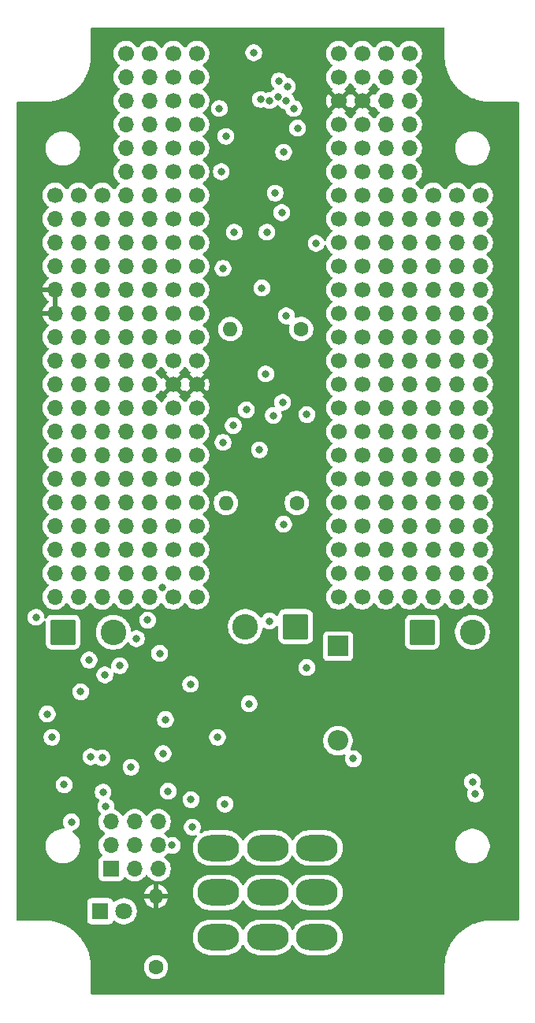
<source format=gbr>
%TF.GenerationSoftware,KiCad,Pcbnew,9.0.1*%
%TF.CreationDate,2025-05-21T23:19:58+01:00*%
%TF.ProjectId,stomp_01,73746f6d-705f-4303-912e-6b696361645f,rev?*%
%TF.SameCoordinates,Original*%
%TF.FileFunction,Copper,L3,Inr*%
%TF.FilePolarity,Positive*%
%FSLAX46Y46*%
G04 Gerber Fmt 4.6, Leading zero omitted, Abs format (unit mm)*
G04 Created by KiCad (PCBNEW 9.0.1) date 2025-05-21 23:19:58*
%MOMM*%
%LPD*%
G01*
G04 APERTURE LIST*
G04 Aperture macros list*
%AMRoundRect*
0 Rectangle with rounded corners*
0 $1 Rounding radius*
0 $2 $3 $4 $5 $6 $7 $8 $9 X,Y pos of 4 corners*
0 Add a 4 corners polygon primitive as box body*
4,1,4,$2,$3,$4,$5,$6,$7,$8,$9,$2,$3,0*
0 Add four circle primitives for the rounded corners*
1,1,$1+$1,$2,$3*
1,1,$1+$1,$4,$5*
1,1,$1+$1,$6,$7*
1,1,$1+$1,$8,$9*
0 Add four rect primitives between the rounded corners*
20,1,$1+$1,$2,$3,$4,$5,0*
20,1,$1+$1,$4,$5,$6,$7,0*
20,1,$1+$1,$6,$7,$8,$9,0*
20,1,$1+$1,$8,$9,$2,$3,0*%
G04 Aperture macros list end*
%TA.AperFunction,ComponentPad*%
%ADD10C,1.700000*%
%TD*%
%TA.AperFunction,ComponentPad*%
%ADD11O,1.700000X1.700000*%
%TD*%
%TA.AperFunction,ComponentPad*%
%ADD12C,1.600000*%
%TD*%
%TA.AperFunction,ComponentPad*%
%ADD13O,1.600000X1.600000*%
%TD*%
%TA.AperFunction,ComponentPad*%
%ADD14RoundRect,0.250000X-1.125000X-1.125000X1.125000X-1.125000X1.125000X1.125000X-1.125000X1.125000X0*%
%TD*%
%TA.AperFunction,ComponentPad*%
%ADD15C,2.750000*%
%TD*%
%TA.AperFunction,ComponentPad*%
%ADD16RoundRect,0.250000X1.125000X1.125000X-1.125000X1.125000X-1.125000X-1.125000X1.125000X-1.125000X0*%
%TD*%
%TA.AperFunction,ComponentPad*%
%ADD17R,1.700000X1.700000*%
%TD*%
%TA.AperFunction,ComponentPad*%
%ADD18R,2.200000X2.200000*%
%TD*%
%TA.AperFunction,ComponentPad*%
%ADD19O,2.200000X2.200000*%
%TD*%
%TA.AperFunction,ComponentPad*%
%ADD20R,1.800000X1.800000*%
%TD*%
%TA.AperFunction,ComponentPad*%
%ADD21C,1.800000*%
%TD*%
%TA.AperFunction,ComponentPad*%
%ADD22O,4.500000X2.800000*%
%TD*%
%TA.AperFunction,ViaPad*%
%ADD23C,0.800000*%
%TD*%
G04 APERTURE END LIST*
D10*
%TO.N,unconnected-(J10-Pin_1-Pad1)*%
%TO.C,J10*%
X127860000Y-64030000D03*
D11*
%TO.N,unconnected-(J10-Pin_2-Pad2)*%
X127860000Y-66570000D03*
%TO.N,unconnected-(J10-Pin_3-Pad3)*%
X127860000Y-69110000D03*
%TO.N,unconnected-(J10-Pin_4-Pad4)*%
X127860000Y-71650000D03*
%TO.N,unconnected-(J10-Pin_5-Pad5)*%
X127860000Y-74190000D03*
%TO.N,unconnected-(J10-Pin_6-Pad6)*%
X127860000Y-76730000D03*
%TO.N,unconnected-(J10-Pin_7-Pad7)*%
X127860000Y-79270000D03*
%TO.N,unconnected-(J10-Pin_8-Pad8)*%
X127860000Y-81810000D03*
%TO.N,unconnected-(J10-Pin_9-Pad9)*%
X127860000Y-84350000D03*
%TO.N,unconnected-(J10-Pin_10-Pad10)*%
X127860000Y-86890000D03*
%TO.N,unconnected-(J10-Pin_11-Pad11)*%
X127860000Y-89430000D03*
%TO.N,unconnected-(J10-Pin_12-Pad12)*%
X127860000Y-91970000D03*
%TO.N,unconnected-(J10-Pin_13-Pad13)*%
X127860000Y-94510000D03*
%TO.N,unconnected-(J10-Pin_14-Pad14)*%
X127860000Y-97050000D03*
%TO.N,unconnected-(J10-Pin_15-Pad15)*%
X127860000Y-99590000D03*
%TO.N,unconnected-(J10-Pin_16-Pad16)*%
X127860000Y-102130000D03*
%TO.N,unconnected-(J10-Pin_17-Pad17)*%
X127860000Y-104670000D03*
%TO.N,unconnected-(J10-Pin_18-Pad18)*%
X127860000Y-107210000D03*
%TD*%
D10*
%TO.N,unconnected-(J3-Pin_1-Pad1)*%
%TO.C,J3*%
X87218145Y-64031512D03*
D11*
%TO.N,unconnected-(J3-Pin_2-Pad2)*%
X87218145Y-66571512D03*
%TO.N,unconnected-(J3-Pin_3-Pad3)*%
X87218145Y-69111512D03*
%TO.N,unconnected-(J3-Pin_4-Pad4)*%
X87218145Y-71651512D03*
%TO.N,unconnected-(J3-Pin_5-Pad5)*%
X87218145Y-74191512D03*
%TO.N,unconnected-(J3-Pin_6-Pad6)*%
X87218145Y-76731512D03*
%TO.N,unconnected-(J3-Pin_7-Pad7)*%
X87218145Y-79271512D03*
%TO.N,unconnected-(J3-Pin_8-Pad8)*%
X87218145Y-81811512D03*
%TO.N,unconnected-(J3-Pin_9-Pad9)*%
X87218145Y-84351512D03*
%TO.N,unconnected-(J3-Pin_10-Pad10)*%
X87218145Y-86891512D03*
%TO.N,unconnected-(J3-Pin_11-Pad11)*%
X87218145Y-89431512D03*
%TO.N,unconnected-(J3-Pin_12-Pad12)*%
X87218145Y-91971512D03*
%TO.N,unconnected-(J3-Pin_13-Pad13)*%
X87218145Y-94511512D03*
%TO.N,unconnected-(J3-Pin_14-Pad14)*%
X87218145Y-97051512D03*
%TO.N,unconnected-(J3-Pin_15-Pad15)*%
X87218145Y-99591512D03*
%TO.N,unconnected-(J3-Pin_16-Pad16)*%
X87218145Y-102131512D03*
%TO.N,unconnected-(J3-Pin_17-Pad17)*%
X87218145Y-104671512D03*
%TO.N,unconnected-(J3-Pin_18-Pad18)*%
X87218145Y-107211512D03*
%TD*%
D10*
%TO.N,unconnected-(J5-Pin_1-Pad1)*%
%TO.C,J5*%
X92298145Y-48791512D03*
D11*
%TO.N,unconnected-(J5-Pin_2-Pad2)*%
X92298145Y-51331512D03*
%TO.N,unconnected-(J5-Pin_3-Pad3)*%
X92298145Y-53871512D03*
%TO.N,unconnected-(J5-Pin_4-Pad4)*%
X92298145Y-56411512D03*
%TO.N,unconnected-(J5-Pin_5-Pad5)*%
X92298145Y-58951512D03*
%TO.N,unconnected-(J5-Pin_6-Pad6)*%
X92298145Y-61491512D03*
%TO.N,unconnected-(J5-Pin_7-Pad7)*%
X92298145Y-64031512D03*
%TO.N,unconnected-(J5-Pin_8-Pad8)*%
X92298145Y-66571512D03*
%TO.N,unconnected-(J5-Pin_9-Pad9)*%
X92298145Y-69111512D03*
%TO.N,unconnected-(J5-Pin_10-Pad10)*%
X92298145Y-71651512D03*
%TO.N,unconnected-(J5-Pin_11-Pad11)*%
X92298145Y-74191512D03*
%TO.N,unconnected-(J5-Pin_12-Pad12)*%
X92298145Y-76731512D03*
%TO.N,unconnected-(J5-Pin_13-Pad13)*%
X92298145Y-79271512D03*
%TO.N,unconnected-(J5-Pin_14-Pad14)*%
X92298145Y-81811512D03*
%TO.N,unconnected-(J5-Pin_15-Pad15)*%
X92298145Y-84351512D03*
%TO.N,unconnected-(J5-Pin_16-Pad16)*%
X92298145Y-86891512D03*
%TO.N,unconnected-(J5-Pin_17-Pad17)*%
X92298145Y-89431512D03*
%TO.N,unconnected-(J5-Pin_18-Pad18)*%
X92298145Y-91971512D03*
%TO.N,unconnected-(J5-Pin_19-Pad19)*%
X92298145Y-94511512D03*
%TO.N,unconnected-(J5-Pin_20-Pad20)*%
X92298145Y-97051512D03*
%TO.N,unconnected-(J5-Pin_21-Pad21)*%
X92298145Y-99591512D03*
%TO.N,unconnected-(J5-Pin_22-Pad22)*%
X92298145Y-102131512D03*
%TO.N,unconnected-(J5-Pin_23-Pad23)*%
X92298145Y-104671512D03*
%TO.N,unconnected-(J5-Pin_24-Pad24)*%
X92298145Y-107211512D03*
%TD*%
D12*
%TO.N,Net-(D5-A)*%
%TO.C,R25*%
X93000000Y-147000000D03*
D13*
%TO.N,+3.3V*%
X93000000Y-139380000D03*
%TD*%
D10*
%TO.N,HEADPHONES_LEFT*%
%TO.C,J4*%
X89758145Y-48791512D03*
D11*
%TO.N,HEADPHONES_GND*%
X89758145Y-51331512D03*
%TO.N,HEADPHONES_RIGHT*%
X89758145Y-53871512D03*
%TO.N,unconnected-(J4-Pin_4-Pad4)*%
X89758145Y-56411512D03*
%TO.N,unconnected-(J4-Pin_5-Pad5)*%
X89758145Y-58951512D03*
%TO.N,unconnected-(J4-Pin_6-Pad6)*%
X89758145Y-61491512D03*
%TO.N,unconnected-(J4-Pin_7-Pad7)*%
X89758145Y-64031512D03*
%TO.N,unconnected-(J4-Pin_8-Pad8)*%
X89758145Y-66571512D03*
%TO.N,unconnected-(J4-Pin_9-Pad9)*%
X89758145Y-69111512D03*
%TO.N,unconnected-(J4-Pin_10-Pad10)*%
X89758145Y-71651512D03*
%TO.N,unconnected-(J4-Pin_11-Pad11)*%
X89758145Y-74191512D03*
%TO.N,unconnected-(J4-Pin_12-Pad12)*%
X89758145Y-76731512D03*
%TO.N,unconnected-(J4-Pin_13-Pad13)*%
X89758145Y-79271512D03*
%TO.N,unconnected-(J4-Pin_14-Pad14)*%
X89758145Y-81811512D03*
%TO.N,unconnected-(J4-Pin_15-Pad15)*%
X89758145Y-84351512D03*
%TO.N,unconnected-(J4-Pin_16-Pad16)*%
X89758145Y-86891512D03*
%TO.N,unconnected-(J4-Pin_17-Pad17)*%
X89758145Y-89431512D03*
%TO.N,unconnected-(J4-Pin_18-Pad18)*%
X89758145Y-91971512D03*
%TO.N,unconnected-(J4-Pin_19-Pad19)*%
X89758145Y-94511512D03*
%TO.N,unconnected-(J4-Pin_20-Pad20)*%
X89758145Y-97051512D03*
%TO.N,unconnected-(J4-Pin_21-Pad21)*%
X89758145Y-99591512D03*
%TO.N,unconnected-(J4-Pin_22-Pad22)*%
X89758145Y-102131512D03*
%TO.N,unconnected-(J4-Pin_23-Pad23)*%
X89758145Y-104671512D03*
%TO.N,unconnected-(J4-Pin_24-Pad24)*%
X89758145Y-107211512D03*
%TD*%
D14*
%TO.N,JACK_OUT*%
%TO.C,J15*%
X83000000Y-111000000D03*
D15*
%TO.N,GND*%
X88400000Y-111000000D03*
%TD*%
D10*
%TO.N,unconnected-(J2-Pin_1-Pad1)*%
%TO.C,J2*%
X84678145Y-64031512D03*
D11*
%TO.N,unconnected-(J2-Pin_2-Pad2)*%
X84678145Y-66571512D03*
%TO.N,unconnected-(J2-Pin_3-Pad3)*%
X84678145Y-69111512D03*
%TO.N,unconnected-(J2-Pin_4-Pad4)*%
X84678145Y-71651512D03*
%TO.N,unconnected-(J2-Pin_5-Pad5)*%
X84678145Y-74191512D03*
%TO.N,unconnected-(J2-Pin_6-Pad6)*%
X84678145Y-76731512D03*
%TO.N,unconnected-(J2-Pin_7-Pad7)*%
X84678145Y-79271512D03*
%TO.N,unconnected-(J2-Pin_8-Pad8)*%
X84678145Y-81811512D03*
%TO.N,unconnected-(J2-Pin_9-Pad9)*%
X84678145Y-84351512D03*
%TO.N,unconnected-(J2-Pin_10-Pad10)*%
X84678145Y-86891512D03*
%TO.N,unconnected-(J2-Pin_11-Pad11)*%
X84678145Y-89431512D03*
%TO.N,unconnected-(J2-Pin_12-Pad12)*%
X84678145Y-91971512D03*
%TO.N,unconnected-(J2-Pin_13-Pad13)*%
X84678145Y-94511512D03*
%TO.N,unconnected-(J2-Pin_14-Pad14)*%
X84678145Y-97051512D03*
%TO.N,unconnected-(J2-Pin_15-Pad15)*%
X84678145Y-99591512D03*
%TO.N,unconnected-(J2-Pin_16-Pad16)*%
X84678145Y-102131512D03*
%TO.N,unconnected-(J2-Pin_17-Pad17)*%
X84678145Y-104671512D03*
%TO.N,unconnected-(J2-Pin_18-Pad18)*%
X84678145Y-107211512D03*
%TD*%
D16*
%TO.N,GND*%
%TO.C,J11*%
X108000000Y-110400000D03*
D15*
%TO.N,Net-(D1-A)*%
X102600000Y-110400000D03*
%TD*%
D10*
%TO.N,unconnected-(J9-Pin_1-Pad1)*%
%TO.C,J9*%
X125320000Y-64030000D03*
D11*
%TO.N,unconnected-(J9-Pin_2-Pad2)*%
X125320000Y-66570000D03*
%TO.N,unconnected-(J9-Pin_3-Pad3)*%
X125320000Y-69110000D03*
%TO.N,unconnected-(J9-Pin_4-Pad4)*%
X125320000Y-71650000D03*
%TO.N,unconnected-(J9-Pin_5-Pad5)*%
X125320000Y-74190000D03*
%TO.N,unconnected-(J9-Pin_6-Pad6)*%
X125320000Y-76730000D03*
%TO.N,unconnected-(J9-Pin_7-Pad7)*%
X125320000Y-79270000D03*
%TO.N,unconnected-(J9-Pin_8-Pad8)*%
X125320000Y-81810000D03*
%TO.N,unconnected-(J9-Pin_9-Pad9)*%
X125320000Y-84350000D03*
%TO.N,unconnected-(J9-Pin_10-Pad10)*%
X125320000Y-86890000D03*
%TO.N,unconnected-(J9-Pin_11-Pad11)*%
X125320000Y-89430000D03*
%TO.N,unconnected-(J9-Pin_12-Pad12)*%
X125320000Y-91970000D03*
%TO.N,unconnected-(J9-Pin_13-Pad13)*%
X125320000Y-94510000D03*
%TO.N,unconnected-(J9-Pin_14-Pad14)*%
X125320000Y-97050000D03*
%TO.N,unconnected-(J9-Pin_15-Pad15)*%
X125320000Y-99590000D03*
%TO.N,unconnected-(J9-Pin_16-Pad16)*%
X125320000Y-102130000D03*
%TO.N,unconnected-(J9-Pin_17-Pad17)*%
X125320000Y-104670000D03*
%TO.N,unconnected-(J9-Pin_18-Pad18)*%
X125320000Y-107210000D03*
%TD*%
D10*
%TO.N,unconnected-(J8-Pin_1-Pad1)*%
%TO.C,J8*%
X122780000Y-64030000D03*
D11*
%TO.N,unconnected-(J8-Pin_2-Pad2)*%
X122780000Y-66570000D03*
%TO.N,unconnected-(J8-Pin_3-Pad3)*%
X122780000Y-69110000D03*
%TO.N,unconnected-(J8-Pin_4-Pad4)*%
X122780000Y-71650000D03*
%TO.N,unconnected-(J8-Pin_5-Pad5)*%
X122780000Y-74190000D03*
%TO.N,unconnected-(J8-Pin_6-Pad6)*%
X122780000Y-76730000D03*
%TO.N,unconnected-(J8-Pin_7-Pad7)*%
X122780000Y-79270000D03*
%TO.N,unconnected-(J8-Pin_8-Pad8)*%
X122780000Y-81810000D03*
%TO.N,unconnected-(J8-Pin_9-Pad9)*%
X122780000Y-84350000D03*
%TO.N,unconnected-(J8-Pin_10-Pad10)*%
X122780000Y-86890000D03*
%TO.N,unconnected-(J8-Pin_11-Pad11)*%
X122780000Y-89430000D03*
%TO.N,unconnected-(J8-Pin_12-Pad12)*%
X122780000Y-91970000D03*
%TO.N,unconnected-(J8-Pin_13-Pad13)*%
X122780000Y-94510000D03*
%TO.N,unconnected-(J8-Pin_14-Pad14)*%
X122780000Y-97050000D03*
%TO.N,unconnected-(J8-Pin_15-Pad15)*%
X122780000Y-99590000D03*
%TO.N,unconnected-(J8-Pin_16-Pad16)*%
X122780000Y-102130000D03*
%TO.N,unconnected-(J8-Pin_17-Pad17)*%
X122780000Y-104670000D03*
%TO.N,unconnected-(J8-Pin_18-Pad18)*%
X122780000Y-107210000D03*
%TD*%
D10*
%TO.N,unconnected-(J7-Pin_1-Pad1)*%
%TO.C,J7*%
X120240000Y-48790000D03*
D11*
%TO.N,unconnected-(J7-Pin_2-Pad2)*%
X120240000Y-51330000D03*
%TO.N,unconnected-(J7-Pin_3-Pad3)*%
X120240000Y-53870000D03*
%TO.N,unconnected-(J7-Pin_4-Pad4)*%
X120240000Y-56410000D03*
%TO.N,unconnected-(J7-Pin_5-Pad5)*%
X120240000Y-58950000D03*
%TO.N,unconnected-(J7-Pin_6-Pad6)*%
X120240000Y-61490000D03*
%TO.N,unconnected-(J7-Pin_7-Pad7)*%
X120240000Y-64030000D03*
%TO.N,unconnected-(J7-Pin_8-Pad8)*%
X120240000Y-66570000D03*
%TO.N,unconnected-(J7-Pin_9-Pad9)*%
X120240000Y-69110000D03*
%TO.N,unconnected-(J7-Pin_10-Pad10)*%
X120240000Y-71650000D03*
%TO.N,unconnected-(J7-Pin_11-Pad11)*%
X120240000Y-74190000D03*
%TO.N,unconnected-(J7-Pin_12-Pad12)*%
X120240000Y-76730000D03*
%TO.N,unconnected-(J7-Pin_13-Pad13)*%
X120240000Y-79270000D03*
%TO.N,unconnected-(J7-Pin_14-Pad14)*%
X120240000Y-81810000D03*
%TO.N,unconnected-(J7-Pin_15-Pad15)*%
X120240000Y-84350000D03*
%TO.N,unconnected-(J7-Pin_16-Pad16)*%
X120240000Y-86890000D03*
%TO.N,unconnected-(J7-Pin_17-Pad17)*%
X120240000Y-89430000D03*
%TO.N,unconnected-(J7-Pin_18-Pad18)*%
X120240000Y-91970000D03*
%TO.N,unconnected-(J7-Pin_19-Pad19)*%
X120240000Y-94510000D03*
%TO.N,unconnected-(J7-Pin_20-Pad20)*%
X120240000Y-97050000D03*
%TO.N,unconnected-(J7-Pin_21-Pad21)*%
X120240000Y-99590000D03*
%TO.N,unconnected-(J7-Pin_22-Pad22)*%
X120240000Y-102130000D03*
%TO.N,unconnected-(J7-Pin_23-Pad23)*%
X120240000Y-104670000D03*
%TO.N,unconnected-(J7-Pin_24-Pad24)*%
X120240000Y-107210000D03*
%TD*%
D17*
%TO.N,FOOTSWITCH_1*%
%TO.C,J13*%
X88160000Y-136440000D03*
D11*
%TO.N,FOOTSWITCH_2*%
X88160000Y-133900000D03*
%TO.N,FOOTSWITCH_3*%
X88160000Y-131360000D03*
%TO.N,FOOTSWITCH_4*%
X90700000Y-136440000D03*
%TO.N,FOOTSWITCH_5*%
X90700000Y-133900000D03*
%TO.N,FOOTSWITCH_6*%
X90700000Y-131360000D03*
%TO.N,FOOTSWITCH_7*%
X93240000Y-136440000D03*
%TO.N,FOOTSWITCH_8*%
X93240000Y-133900000D03*
%TO.N,FOOTSWITCH_9*%
X93240000Y-131360000D03*
%TD*%
D10*
%TO.N,unconnected-(J6-Pin_1-Pad1)*%
%TO.C,J6*%
X117700000Y-48790000D03*
D11*
%TO.N,unconnected-(J6-Pin_2-Pad2)*%
X117700000Y-51330000D03*
%TO.N,unconnected-(J6-Pin_3-Pad3)*%
X117700000Y-53870000D03*
%TO.N,unconnected-(J6-Pin_4-Pad4)*%
X117700000Y-56410000D03*
%TO.N,unconnected-(J6-Pin_5-Pad5)*%
X117700000Y-58950000D03*
%TO.N,unconnected-(J6-Pin_6-Pad6)*%
X117700000Y-61490000D03*
%TO.N,unconnected-(J6-Pin_7-Pad7)*%
X117700000Y-64030000D03*
%TO.N,unconnected-(J6-Pin_8-Pad8)*%
X117700000Y-66570000D03*
%TO.N,unconnected-(J6-Pin_9-Pad9)*%
X117700000Y-69110000D03*
%TO.N,unconnected-(J6-Pin_10-Pad10)*%
X117700000Y-71650000D03*
%TO.N,unconnected-(J6-Pin_11-Pad11)*%
X117700000Y-74190000D03*
%TO.N,unconnected-(J6-Pin_12-Pad12)*%
X117700000Y-76730000D03*
%TO.N,unconnected-(J6-Pin_13-Pad13)*%
X117700000Y-79270000D03*
%TO.N,unconnected-(J6-Pin_14-Pad14)*%
X117700000Y-81810000D03*
%TO.N,unconnected-(J6-Pin_15-Pad15)*%
X117700000Y-84350000D03*
%TO.N,unconnected-(J6-Pin_16-Pad16)*%
X117700000Y-86890000D03*
%TO.N,unconnected-(J6-Pin_17-Pad17)*%
X117700000Y-89430000D03*
%TO.N,unconnected-(J6-Pin_18-Pad18)*%
X117700000Y-91970000D03*
%TO.N,unconnected-(J6-Pin_19-Pad19)*%
X117700000Y-94510000D03*
%TO.N,unconnected-(J6-Pin_20-Pad20)*%
X117700000Y-97050000D03*
%TO.N,unconnected-(J6-Pin_21-Pad21)*%
X117700000Y-99590000D03*
%TO.N,unconnected-(J6-Pin_22-Pad22)*%
X117700000Y-102130000D03*
%TO.N,unconnected-(J6-Pin_23-Pad23)*%
X117700000Y-104670000D03*
%TO.N,unconnected-(J6-Pin_24-Pad24)*%
X117700000Y-107210000D03*
%TD*%
D14*
%TO.N,JACK_IN*%
%TO.C,J14*%
X121600000Y-111000000D03*
D15*
%TO.N,GND*%
X127000000Y-111000000D03*
%TD*%
D10*
%TO.N,GND*%
%TO.C,U1*%
X97380000Y-48790000D03*
X94840000Y-48790000D03*
%TO.N,unconnected-(U1-0_RX1_CRX2_CS1-Pad2)_1*%
X97380000Y-51330000D03*
X94840000Y-51330000D03*
%TO.N,unconnected-(U1-1_TX1_CTX2_MISO1-Pad3)*%
X97380000Y-53870000D03*
X94840000Y-53870000D03*
%TO.N,unconnected-(U1-2_OUT2-Pad4)*%
X97380000Y-56410000D03*
X94840000Y-56410000D03*
%TO.N,unconnected-(U1-3_LRCLK2-Pad5)_1*%
X97380000Y-58950000D03*
X94840000Y-58950000D03*
%TO.N,unconnected-(U1-4_BCLK2-Pad6)_1*%
X97380000Y-61490000D03*
X94840000Y-61490000D03*
%TO.N,unconnected-(U1-5_IN2-Pad7)*%
X97380000Y-64030000D03*
X94840000Y-64030000D03*
%TO.N,unconnected-(U1-6_OUT1D-Pad8)_1*%
X97380000Y-66570000D03*
X94840000Y-66570000D03*
%TO.N,DAC_DIN*%
X97380000Y-69110000D03*
X94840000Y-69110000D03*
%TO.N,DAC_DOUT*%
X97380000Y-71650000D03*
X94840000Y-71650000D03*
%TO.N,unconnected-(U1-9_OUT1C-Pad11)_1*%
X97380000Y-74190000D03*
X94840000Y-74190000D03*
%TO.N,unconnected-(U1-10_CS_MQSR-Pad12)_1*%
X97380000Y-76730000D03*
X94840000Y-76730000D03*
%TO.N,unconnected-(U1-11_MOSI_CTX1-Pad13)*%
X97380000Y-79270000D03*
X94840000Y-79270000D03*
%TO.N,unconnected-(U1-12_MISO_MQSL-Pad14)*%
X97380000Y-81810000D03*
X94840000Y-81810000D03*
%TO.N,+3.3V*%
X97380000Y-84350000D03*
X94840000Y-84350000D03*
%TO.N,unconnected-(U1-24_A10_TX6_SCL2-Pad16)*%
X97380000Y-86890000D03*
X94840000Y-86890000D03*
%TO.N,unconnected-(U1-25_A11_RX6_SDA2-Pad17)_1*%
X97380000Y-89430000D03*
X94840000Y-89430000D03*
%TO.N,unconnected-(U1-26_A12_MOSI1-Pad18)_1*%
X97380000Y-91970000D03*
X94840000Y-91970000D03*
%TO.N,unconnected-(U1-27_A13_SCK1-Pad19)_1*%
X97380000Y-94510000D03*
X94840000Y-94510000D03*
%TO.N,unconnected-(U1-28_RX7-Pad20)_1*%
X97380000Y-97050000D03*
X94840000Y-97050000D03*
%TO.N,unconnected-(U1-29_TX7-Pad21)*%
X97380000Y-99590000D03*
X94840000Y-99590000D03*
%TO.N,unconnected-(U1-30_CRX3-Pad22)_1*%
X97380000Y-102130000D03*
X94840000Y-102130000D03*
%TO.N,unconnected-(U1-31_CTX3-Pad23)*%
X97380000Y-104670000D03*
X94840000Y-104670000D03*
%TO.N,unconnected-(U1-32_OUT1B-Pad24)*%
X97380000Y-107210000D03*
X94840000Y-107210000D03*
%TO.N,unconnected-(U1-33_MCLK2-Pad25)_1*%
X115160000Y-107210000D03*
X112620000Y-107210000D03*
%TO.N,unconnected-(U1-34_RX8-Pad26)*%
X115160000Y-104670000D03*
X112620000Y-104670000D03*
%TO.N,unconnected-(U1-35_TX8-Pad27)*%
X115160000Y-102130000D03*
X112620000Y-102130000D03*
%TO.N,unconnected-(U1-36_CS-Pad28)_1*%
X115160000Y-99590000D03*
X112620000Y-99590000D03*
%TO.N,unconnected-(U1-37_CS-Pad29)_1*%
X115160000Y-97050000D03*
X112620000Y-97050000D03*
%TO.N,unconnected-(U1-38_CS1_IN1-Pad30)_1*%
X115160000Y-94510000D03*
X112620000Y-94510000D03*
%TO.N,unconnected-(U1-39_MISO1_OUT1A-Pad31)_1*%
X115160000Y-91970000D03*
X112620000Y-91970000D03*
%TO.N,unconnected-(U1-40_A16-Pad32)*%
X115160000Y-89430000D03*
X112620000Y-89430000D03*
%TO.N,unconnected-(U1-41_A17-Pad33)_1*%
X115160000Y-86890000D03*
X112620000Y-86890000D03*
%TO.N,unconnected-(U1-GND-Pad34)*%
X115160000Y-84350000D03*
X112620000Y-84350000D03*
%TO.N,unconnected-(U1-13_SCK_LED-Pad35)_1*%
X115160000Y-81810000D03*
X112620000Y-81810000D03*
%TO.N,unconnected-(U1-14_A0_TX3_SPDIF_OUT-Pad36)*%
X115160000Y-79270000D03*
X112620000Y-79270000D03*
%TO.N,unconnected-(U1-15_A1_RX3_SPDIF_IN-Pad37)*%
X115160000Y-76730000D03*
X112620000Y-76730000D03*
%TO.N,unconnected-(U1-16_A2_RX4_SCL1-Pad38)_1*%
X115160000Y-74190000D03*
X112620000Y-74190000D03*
%TO.N,unconnected-(U1-17_A3_TX4_SDA1-Pad39)*%
X115160000Y-71650000D03*
X112620000Y-71650000D03*
%TO.N,DAC_SDA*%
X115160000Y-69110000D03*
X112620000Y-69110000D03*
%TO.N,DAC_SCL*%
X115160000Y-66570000D03*
X112620000Y-66570000D03*
%TO.N,DAC_LRCLK*%
X115160000Y-64030000D03*
X112620000Y-64030000D03*
%TO.N,DAC_BCLK*%
X115160000Y-61490000D03*
X112620000Y-61490000D03*
%TO.N,unconnected-(U1-22_A8_CTX1-Pad44)_1*%
X115160000Y-58950000D03*
X112620000Y-58950000D03*
%TO.N,DAC_MCLK*%
X115160000Y-56410000D03*
X112620000Y-56410000D03*
%TO.N,+3.3V*%
X115160000Y-53870000D03*
X112620000Y-53870000D03*
%TO.N,GND*%
X115160000Y-51330000D03*
X112620000Y-51330000D03*
%TO.N,+5V*%
X115160000Y-48790000D03*
X112620000Y-48790000D03*
%TD*%
D18*
%TO.N,+9V*%
%TO.C,D1*%
X112550000Y-112500000D03*
D19*
%TO.N,Net-(D1-A)*%
X112550000Y-122660000D03*
%TD*%
D20*
%TO.N,LED_NEG*%
%TO.C,D5*%
X87000000Y-141000000D03*
D21*
%TO.N,Net-(D5-A)*%
X89540000Y-141000000D03*
%TD*%
D22*
%TO.N,FOOTSWITCH_1*%
%TO.C,SW1*%
X99700000Y-143800000D03*
%TO.N,FOOTSWITCH_2*%
X99700000Y-139000000D03*
%TO.N,FOOTSWITCH_3*%
X99700000Y-134200000D03*
%TO.N,FOOTSWITCH_4*%
X105000000Y-143800000D03*
%TO.N,FOOTSWITCH_5*%
X105000000Y-139000000D03*
%TO.N,FOOTSWITCH_6*%
X105000000Y-134200000D03*
%TO.N,FOOTSWITCH_7*%
X110300000Y-143800000D03*
%TO.N,FOOTSWITCH_8*%
X110300000Y-139000000D03*
%TO.N,FOOTSWITCH_9*%
X110300000Y-134200000D03*
%TD*%
D10*
%TO.N,+9V*%
%TO.C,J1*%
X82138145Y-64031512D03*
D11*
X82138145Y-66571512D03*
%TO.N,+5V*%
X82138145Y-69111512D03*
X82138145Y-71651512D03*
%TO.N,+3.3V*%
X82138145Y-74191512D03*
X82138145Y-76731512D03*
%TO.N,JACK_IN*%
X82138145Y-79271512D03*
%TO.N,JACK_OUT*%
X82138145Y-81811512D03*
%TO.N,PREAMP_IN_L*%
X82138145Y-84351512D03*
%TO.N,PREAMP_IN_R*%
X82138145Y-86891512D03*
%TO.N,LINE_IN_L*%
X82138145Y-89431512D03*
%TO.N,LINE_IN_R*%
X82138145Y-91971512D03*
%TO.N,LINE_OUT_L*%
X82138145Y-94511512D03*
%TO.N,LINE_OUT_R*%
X82138145Y-97051512D03*
%TO.N,LED_NEG*%
X82138145Y-99591512D03*
%TO.N,GND*%
X82138145Y-102131512D03*
X82138145Y-104671512D03*
X82138145Y-107211512D03*
%TD*%
D12*
%TO.N,Net-(U3B--)*%
%TO.C,R14*%
X108600000Y-78400000D03*
D13*
%TO.N,Net-(JP2-B)*%
X100980000Y-78400000D03*
%TD*%
D12*
%TO.N,Net-(U3A--)*%
%TO.C,R12*%
X108110000Y-97100000D03*
D13*
%TO.N,Net-(JP1-B)*%
X100490000Y-97100000D03*
%TD*%
D23*
%TO.N,+3.3V*%
X103700000Y-67800000D03*
%TO.N,Net-(JP2-A)*%
X104794999Y-83236913D03*
%TO.N,LINE_OUT_R*%
X83125000Y-127400000D03*
X81300000Y-119800000D03*
X87500000Y-115599000D03*
X89100000Y-114600000D03*
X93700000Y-106200000D03*
%TO.N,JACK_OUT*%
X92100000Y-109700000D03*
%TO.N,+9V*%
X105200000Y-109800000D03*
%TO.N,GND*%
X103000000Y-118700000D03*
X100400000Y-129500000D03*
%TO.N,+9V*%
X84900000Y-117400000D03*
%TO.N,GND*%
X81800000Y-122300000D03*
X90302861Y-125524000D03*
X93757056Y-124057056D03*
X94000000Y-120400000D03*
X99600000Y-122300000D03*
X114200000Y-124600000D03*
X109200000Y-114800000D03*
%TO.N,+9V*%
X102700000Y-87100000D03*
%TO.N,GND*%
X101300000Y-88800000D03*
X109200000Y-87600000D03*
X101400000Y-68000000D03*
X104900000Y-68000000D03*
X104375702Y-73998824D03*
%TO.N,+3.3V*%
X107700000Y-63800000D03*
X108600000Y-67600000D03*
%TO.N,GND*%
X100000000Y-61500000D03*
X107100001Y-52318687D03*
%TO.N,Net-(U5-VDDA)*%
X100500000Y-57700000D03*
X106221397Y-51736775D03*
%TO.N,+3.3V*%
X108766623Y-58625000D03*
%TO.N,+5V*%
X110200000Y-69200000D03*
%TO.N,PREAMP_IN_R*%
X96700000Y-116600000D03*
X90900000Y-111700000D03*
%TO.N,JACK_IN*%
X86000000Y-124400000D03*
%TO.N,PREAMP_IN_L*%
X87200000Y-124500000D03*
%TO.N,LED_NEG*%
X85800000Y-114000000D03*
%TO.N,LINE_IN_R*%
X100187347Y-71887347D03*
%TO.N,LINE_IN_L*%
X100200000Y-90600000D03*
%TO.N,GND*%
X106700000Y-59400000D03*
X103500000Y-48700000D03*
X99800000Y-54700000D03*
%TO.N,DAC_DOUT*%
X107000000Y-53900000D03*
%TO.N,DAC_DIN*%
X106122027Y-53421285D03*
%TO.N,DAC_SDA*%
X105217735Y-53848199D03*
X106501000Y-65899000D03*
%TO.N,DAC_SCL*%
X105800000Y-63800000D03*
X104225000Y-53727860D03*
%TO.N,Net-(U3B-+)*%
X106700000Y-99400000D03*
X106600000Y-86300000D03*
%TO.N,FOOTSWITCH_3*%
X83900000Y-131400000D03*
%TO.N,FOOTSWITCH_5*%
X94727347Y-133927347D03*
%TO.N,FOOTSWITCH_9*%
X96900000Y-131975000D03*
%TO.N,Net-(JP1-B)*%
X105600000Y-87700000D03*
X107000000Y-77000000D03*
%TO.N,LINE_OUT_L*%
X96757000Y-129000000D03*
X93387796Y-113270735D03*
%TO.N,Net-(U5-SYS_MCLK)*%
X108200000Y-56800000D03*
X107800000Y-54700000D03*
%TO.N,Net-(JP1-A)*%
X104099847Y-91400153D03*
%TO.N,Net-(JP3-B)*%
X94300000Y-128100000D03*
X87300000Y-128200000D03*
%TO.N,PREAMP_IN_L*%
X80100000Y-109400000D03*
X127000000Y-127100000D03*
%TO.N,JACK_IN*%
X127300000Y-128400000D03*
%TO.N,LED_NEG*%
X87600000Y-129725000D03*
%TD*%
%TA.AperFunction,Conductor*%
%TO.N,+3.3V*%
G36*
X94327482Y-84562292D02*
G01*
X94399890Y-84687708D01*
X94502292Y-84790110D01*
X94627708Y-84862518D01*
X94669765Y-84873787D01*
X94078282Y-85465269D01*
X94078282Y-85465270D01*
X94132452Y-85504626D01*
X94132451Y-85504626D01*
X94141495Y-85509234D01*
X94192292Y-85557208D01*
X94209087Y-85625029D01*
X94186550Y-85691164D01*
X94141499Y-85730202D01*
X94132182Y-85734949D01*
X93960213Y-85859890D01*
X93809890Y-86010213D01*
X93684950Y-86182180D01*
X93679170Y-86193525D01*
X93631194Y-86244319D01*
X93563372Y-86261112D01*
X93497238Y-86238572D01*
X93458202Y-86193521D01*
X93456890Y-86190946D01*
X93453196Y-86183696D01*
X93445168Y-86172646D01*
X93328254Y-86011725D01*
X93177931Y-85861402D01*
X93005965Y-85736463D01*
X93002997Y-85734951D01*
X92997199Y-85731997D01*
X92946404Y-85684024D01*
X92929608Y-85616204D01*
X92952144Y-85550068D01*
X92997199Y-85511027D01*
X93005961Y-85506563D01*
X93027934Y-85490598D01*
X93177931Y-85381621D01*
X93177933Y-85381618D01*
X93177937Y-85381616D01*
X93328249Y-85231304D01*
X93328251Y-85231300D01*
X93328254Y-85231298D01*
X93453195Y-85059330D01*
X93459252Y-85047442D01*
X93507224Y-84996645D01*
X93575045Y-84979848D01*
X93641180Y-85002383D01*
X93680222Y-85047437D01*
X93685374Y-85057549D01*
X93724728Y-85111716D01*
X94316212Y-84520233D01*
X94327482Y-84562292D01*
G37*
%TD.AperFunction*%
%TA.AperFunction,Conductor*%
G36*
X96867482Y-84562292D02*
G01*
X96939890Y-84687708D01*
X97042292Y-84790110D01*
X97167708Y-84862518D01*
X97209765Y-84873787D01*
X96618282Y-85465269D01*
X96618282Y-85465270D01*
X96672452Y-85504626D01*
X96672451Y-85504626D01*
X96681495Y-85509234D01*
X96732292Y-85557208D01*
X96749087Y-85625029D01*
X96726550Y-85691164D01*
X96681499Y-85730202D01*
X96672182Y-85734949D01*
X96500213Y-85859890D01*
X96349890Y-86010213D01*
X96224949Y-86182182D01*
X96220484Y-86190946D01*
X96172509Y-86241742D01*
X96104688Y-86258536D01*
X96038553Y-86235998D01*
X95999516Y-86190946D01*
X95995050Y-86182182D01*
X95870109Y-86010213D01*
X95719786Y-85859890D01*
X95547817Y-85734949D01*
X95538504Y-85730204D01*
X95487707Y-85682230D01*
X95470912Y-85614409D01*
X95493449Y-85548274D01*
X95538507Y-85509232D01*
X95547555Y-85504622D01*
X95601716Y-85465270D01*
X95601717Y-85465270D01*
X95010233Y-84873787D01*
X95052292Y-84862518D01*
X95177708Y-84790110D01*
X95280110Y-84687708D01*
X95352518Y-84562292D01*
X95363787Y-84520234D01*
X95955270Y-85111717D01*
X95955270Y-85111716D01*
X95994622Y-85057554D01*
X95999514Y-85047954D01*
X96047488Y-84997157D01*
X96115308Y-84980361D01*
X96181444Y-85002897D01*
X96220486Y-85047954D01*
X96225375Y-85057550D01*
X96264728Y-85111716D01*
X96856212Y-84520233D01*
X96867482Y-84562292D01*
G37*
%TD.AperFunction*%
%TA.AperFunction,Conductor*%
G36*
X93640898Y-82462933D02*
G01*
X93679940Y-82507987D01*
X93684949Y-82517817D01*
X93809890Y-82689786D01*
X93960213Y-82840109D01*
X94132179Y-82965048D01*
X94132181Y-82965049D01*
X94132184Y-82965051D01*
X94141493Y-82969794D01*
X94192290Y-83017766D01*
X94209087Y-83085587D01*
X94186552Y-83151722D01*
X94141505Y-83190760D01*
X94132446Y-83195376D01*
X94132440Y-83195380D01*
X94078282Y-83234727D01*
X94078282Y-83234728D01*
X94669766Y-83826212D01*
X94627708Y-83837482D01*
X94502292Y-83909890D01*
X94399890Y-84012292D01*
X94327482Y-84137708D01*
X94316212Y-84179766D01*
X93724728Y-83588282D01*
X93724727Y-83588282D01*
X93685380Y-83642439D01*
X93679452Y-83654075D01*
X93631476Y-83704870D01*
X93563655Y-83721664D01*
X93497520Y-83699125D01*
X93458483Y-83654072D01*
X93453195Y-83643694D01*
X93328254Y-83471725D01*
X93177931Y-83321402D01*
X93005965Y-83196463D01*
X93003839Y-83195380D01*
X92997199Y-83191997D01*
X92946404Y-83144024D01*
X92929608Y-83076204D01*
X92952144Y-83010068D01*
X92997199Y-82971027D01*
X93005961Y-82966563D01*
X93027934Y-82950598D01*
X93177931Y-82841621D01*
X93177933Y-82841618D01*
X93177937Y-82841616D01*
X93328249Y-82691304D01*
X93328251Y-82691300D01*
X93328254Y-82691298D01*
X93453193Y-82519332D01*
X93453196Y-82519328D01*
X93458970Y-82507993D01*
X93506942Y-82457197D01*
X93574762Y-82440399D01*
X93640898Y-82462933D01*
G37*
%TD.AperFunction*%
%TA.AperFunction,Conductor*%
G36*
X96181444Y-82463999D02*
G01*
X96220486Y-82509056D01*
X96224951Y-82517820D01*
X96349890Y-82689786D01*
X96500213Y-82840109D01*
X96672179Y-82965048D01*
X96672181Y-82965049D01*
X96672184Y-82965051D01*
X96681493Y-82969794D01*
X96732290Y-83017766D01*
X96749087Y-83085587D01*
X96726552Y-83151722D01*
X96681505Y-83190760D01*
X96672446Y-83195376D01*
X96672440Y-83195380D01*
X96618282Y-83234727D01*
X96618282Y-83234728D01*
X97209766Y-83826212D01*
X97167708Y-83837482D01*
X97042292Y-83909890D01*
X96939890Y-84012292D01*
X96867482Y-84137708D01*
X96856212Y-84179766D01*
X96264728Y-83588282D01*
X96264727Y-83588282D01*
X96225380Y-83642440D01*
X96220483Y-83652051D01*
X96172506Y-83702845D01*
X96104684Y-83719638D01*
X96038550Y-83697098D01*
X95999516Y-83652048D01*
X95994626Y-83642452D01*
X95955270Y-83588282D01*
X95955269Y-83588282D01*
X95363787Y-84179765D01*
X95352518Y-84137708D01*
X95280110Y-84012292D01*
X95177708Y-83909890D01*
X95052292Y-83837482D01*
X95010233Y-83826212D01*
X95601716Y-83234728D01*
X95547547Y-83195373D01*
X95547547Y-83195372D01*
X95538500Y-83190763D01*
X95487706Y-83142788D01*
X95470912Y-83074966D01*
X95493451Y-83008832D01*
X95538508Y-82969793D01*
X95547816Y-82965051D01*
X95627007Y-82907515D01*
X95719786Y-82840109D01*
X95719788Y-82840106D01*
X95719792Y-82840104D01*
X95870104Y-82689792D01*
X95870106Y-82689788D01*
X95870109Y-82689786D01*
X95980788Y-82537448D01*
X95995051Y-82517816D01*
X95999514Y-82509054D01*
X96047488Y-82458259D01*
X96115308Y-82441463D01*
X96181444Y-82463999D01*
G37*
%TD.AperFunction*%
%TA.AperFunction,Conductor*%
G36*
X82388145Y-76298500D02*
G01*
X82331138Y-76265587D01*
X82203971Y-76231512D01*
X82072319Y-76231512D01*
X81945152Y-76265587D01*
X81888145Y-76298500D01*
X81888145Y-74624524D01*
X81945152Y-74657437D01*
X82072319Y-74691512D01*
X82203971Y-74691512D01*
X82331138Y-74657437D01*
X82388145Y-74624524D01*
X82388145Y-76298500D01*
G37*
%TD.AperFunction*%
%TA.AperFunction,Conductor*%
G36*
X114647482Y-54082292D02*
G01*
X114719890Y-54207708D01*
X114822292Y-54310110D01*
X114947708Y-54382518D01*
X114989765Y-54393787D01*
X114398282Y-54985269D01*
X114398282Y-54985270D01*
X114452452Y-55024626D01*
X114452451Y-55024626D01*
X114461495Y-55029234D01*
X114512292Y-55077208D01*
X114529087Y-55145029D01*
X114506550Y-55211164D01*
X114461499Y-55250202D01*
X114452182Y-55254949D01*
X114280213Y-55379890D01*
X114129890Y-55530213D01*
X114004949Y-55702182D01*
X114000484Y-55710946D01*
X113952509Y-55761742D01*
X113884688Y-55778536D01*
X113818553Y-55755998D01*
X113779516Y-55710946D01*
X113775050Y-55702182D01*
X113650109Y-55530213D01*
X113499786Y-55379890D01*
X113327817Y-55254949D01*
X113318504Y-55250204D01*
X113267707Y-55202230D01*
X113250912Y-55134409D01*
X113273449Y-55068274D01*
X113318507Y-55029232D01*
X113327555Y-55024622D01*
X113381716Y-54985270D01*
X113381717Y-54985270D01*
X112790233Y-54393787D01*
X112832292Y-54382518D01*
X112957708Y-54310110D01*
X113060110Y-54207708D01*
X113132518Y-54082292D01*
X113143787Y-54040234D01*
X113735270Y-54631717D01*
X113735270Y-54631716D01*
X113774622Y-54577554D01*
X113779514Y-54567954D01*
X113827488Y-54517157D01*
X113895308Y-54500361D01*
X113961444Y-54522897D01*
X114000486Y-54567954D01*
X114005375Y-54577550D01*
X114044728Y-54631716D01*
X114636212Y-54040233D01*
X114647482Y-54082292D01*
G37*
%TD.AperFunction*%
%TA.AperFunction,Conductor*%
G36*
X116275270Y-54631717D02*
G01*
X116275270Y-54631716D01*
X116314622Y-54577555D01*
X116319232Y-54568507D01*
X116367205Y-54517709D01*
X116435025Y-54500912D01*
X116501161Y-54523447D01*
X116540204Y-54568504D01*
X116544949Y-54577817D01*
X116669890Y-54749786D01*
X116820213Y-54900109D01*
X116992182Y-55025050D01*
X117000946Y-55029516D01*
X117051742Y-55077491D01*
X117068536Y-55145312D01*
X117045998Y-55211447D01*
X117000946Y-55250484D01*
X116992182Y-55254949D01*
X116820213Y-55379890D01*
X116669890Y-55530213D01*
X116544949Y-55702182D01*
X116540484Y-55710946D01*
X116492509Y-55761742D01*
X116424688Y-55778536D01*
X116358553Y-55755998D01*
X116319516Y-55710946D01*
X116315050Y-55702182D01*
X116190109Y-55530213D01*
X116039786Y-55379890D01*
X115867817Y-55254949D01*
X115858504Y-55250204D01*
X115807707Y-55202230D01*
X115790912Y-55134409D01*
X115813449Y-55068274D01*
X115858507Y-55029232D01*
X115867555Y-55024622D01*
X115921716Y-54985270D01*
X115921717Y-54985270D01*
X115330233Y-54393787D01*
X115372292Y-54382518D01*
X115497708Y-54310110D01*
X115600110Y-54207708D01*
X115672518Y-54082292D01*
X115683787Y-54040233D01*
X116275270Y-54631717D01*
G37*
%TD.AperFunction*%
%TA.AperFunction,Conductor*%
G36*
X113961444Y-51983999D02*
G01*
X114000486Y-52029056D01*
X114004951Y-52037820D01*
X114129890Y-52209786D01*
X114280213Y-52360109D01*
X114452179Y-52485048D01*
X114452181Y-52485049D01*
X114452184Y-52485051D01*
X114461493Y-52489794D01*
X114512290Y-52537766D01*
X114529087Y-52605587D01*
X114506552Y-52671722D01*
X114461505Y-52710760D01*
X114452446Y-52715376D01*
X114452440Y-52715380D01*
X114398282Y-52754727D01*
X114398282Y-52754728D01*
X114989766Y-53346212D01*
X114947708Y-53357482D01*
X114822292Y-53429890D01*
X114719890Y-53532292D01*
X114647482Y-53657708D01*
X114636212Y-53699766D01*
X114044728Y-53108282D01*
X114044727Y-53108282D01*
X114005380Y-53162440D01*
X114000483Y-53172051D01*
X113952506Y-53222845D01*
X113884684Y-53239638D01*
X113818550Y-53217098D01*
X113779516Y-53172048D01*
X113774626Y-53162452D01*
X113735270Y-53108282D01*
X113735269Y-53108282D01*
X113143787Y-53699765D01*
X113132518Y-53657708D01*
X113060110Y-53532292D01*
X112957708Y-53429890D01*
X112832292Y-53357482D01*
X112790233Y-53346212D01*
X113381716Y-52754728D01*
X113327547Y-52715373D01*
X113327547Y-52715372D01*
X113318500Y-52710763D01*
X113267706Y-52662788D01*
X113250912Y-52594966D01*
X113273451Y-52528832D01*
X113318508Y-52489793D01*
X113327816Y-52485051D01*
X113434722Y-52407380D01*
X113499786Y-52360109D01*
X113499788Y-52360106D01*
X113499792Y-52360104D01*
X113650104Y-52209792D01*
X113650106Y-52209788D01*
X113650109Y-52209786D01*
X113769645Y-52045257D01*
X113775051Y-52037816D01*
X113779514Y-52029054D01*
X113827488Y-51978259D01*
X113895308Y-51961463D01*
X113961444Y-51983999D01*
G37*
%TD.AperFunction*%
%TA.AperFunction,Conductor*%
G36*
X116501444Y-51983999D02*
G01*
X116540486Y-52029056D01*
X116544951Y-52037820D01*
X116669890Y-52209786D01*
X116820213Y-52360109D01*
X116992182Y-52485050D01*
X117000946Y-52489516D01*
X117051742Y-52537491D01*
X117068536Y-52605312D01*
X117045998Y-52671447D01*
X117000946Y-52710484D01*
X116992182Y-52714949D01*
X116820213Y-52839890D01*
X116669890Y-52990213D01*
X116544949Y-53162182D01*
X116540202Y-53171499D01*
X116492227Y-53222293D01*
X116424405Y-53239087D01*
X116358271Y-53216548D01*
X116319234Y-53171495D01*
X116314626Y-53162452D01*
X116275270Y-53108282D01*
X116275269Y-53108282D01*
X115683787Y-53699765D01*
X115672518Y-53657708D01*
X115600110Y-53532292D01*
X115497708Y-53429890D01*
X115372292Y-53357482D01*
X115330233Y-53346212D01*
X115921716Y-52754728D01*
X115867547Y-52715373D01*
X115867547Y-52715372D01*
X115858500Y-52710763D01*
X115807706Y-52662788D01*
X115790912Y-52594966D01*
X115813451Y-52528832D01*
X115858508Y-52489793D01*
X115867816Y-52485051D01*
X115974722Y-52407380D01*
X116039786Y-52360109D01*
X116039788Y-52360106D01*
X116039792Y-52360104D01*
X116190104Y-52209792D01*
X116190106Y-52209788D01*
X116190109Y-52209786D01*
X116309645Y-52045257D01*
X116315051Y-52037816D01*
X116319514Y-52029054D01*
X116367488Y-51978259D01*
X116435308Y-51961463D01*
X116501444Y-51983999D01*
G37*
%TD.AperFunction*%
%TA.AperFunction,Conductor*%
G36*
X123942539Y-46020185D02*
G01*
X123988294Y-46072989D01*
X123999500Y-46124500D01*
X123999500Y-49206832D01*
X124033657Y-49619043D01*
X124033658Y-49619049D01*
X124097060Y-49999003D01*
X124101742Y-50027057D01*
X124203285Y-50428041D01*
X124203289Y-50428054D01*
X124226687Y-50496212D01*
X124228074Y-50500253D01*
X124229144Y-50504245D01*
X124234445Y-50518811D01*
X124234838Y-50519954D01*
X124234838Y-50519955D01*
X124337597Y-50819279D01*
X124372472Y-50898787D01*
X124374076Y-50902446D01*
X124378402Y-50914329D01*
X124393349Y-50946383D01*
X124393928Y-50947703D01*
X124393943Y-50947735D01*
X124423568Y-51015272D01*
X124503755Y-51198080D01*
X124503756Y-51198081D01*
X124503757Y-51198083D01*
X124503760Y-51198089D01*
X124552317Y-51287817D01*
X124554088Y-51291090D01*
X124562833Y-51309843D01*
X124585241Y-51348655D01*
X124586054Y-51350157D01*
X124586069Y-51350183D01*
X124700628Y-51561869D01*
X124700630Y-51561873D01*
X124765076Y-51660516D01*
X124766953Y-51663389D01*
X124781034Y-51687778D01*
X124808704Y-51727295D01*
X124809807Y-51728983D01*
X124916404Y-51892140D01*
X124926870Y-51908159D01*
X125009398Y-52014190D01*
X125009398Y-52014191D01*
X125011323Y-52016665D01*
X125031344Y-52045257D01*
X125062184Y-52082011D01*
X125063593Y-52083821D01*
X125063598Y-52083827D01*
X125180927Y-52234572D01*
X125180935Y-52234581D01*
X125283763Y-52346282D01*
X125285689Y-52348374D01*
X125311857Y-52379560D01*
X125343842Y-52411545D01*
X125345569Y-52413421D01*
X125461089Y-52538910D01*
X125586577Y-52654429D01*
X125588452Y-52656155D01*
X125620440Y-52688143D01*
X125651628Y-52714313D01*
X125765418Y-52819064D01*
X125917972Y-52937801D01*
X125954743Y-52968656D01*
X125983328Y-52988670D01*
X126091420Y-53072802D01*
X126091832Y-53073123D01*
X126091844Y-53073132D01*
X126270986Y-53190171D01*
X126272666Y-53191269D01*
X126312222Y-53218966D01*
X126336624Y-53233054D01*
X126438131Y-53299372D01*
X126438138Y-53299376D01*
X126438143Y-53299379D01*
X126589323Y-53381193D01*
X126651331Y-53414750D01*
X126690157Y-53437167D01*
X126708915Y-53445913D01*
X126710606Y-53446828D01*
X126712157Y-53447668D01*
X126712170Y-53447675D01*
X126801910Y-53496240D01*
X126801913Y-53496241D01*
X126801920Y-53496245D01*
X127053581Y-53606633D01*
X127085671Y-53621598D01*
X127097560Y-53625925D01*
X127127754Y-53639169D01*
X127180728Y-53662406D01*
X127349066Y-53720196D01*
X127481167Y-53765546D01*
X127495755Y-53770856D01*
X127499759Y-53771928D01*
X127571956Y-53796714D01*
X127972943Y-53898258D01*
X128380946Y-53966341D01*
X128380953Y-53966341D01*
X128380956Y-53966342D01*
X128575036Y-53982424D01*
X128793178Y-54000500D01*
X128999793Y-54000500D01*
X131875500Y-54000500D01*
X131942539Y-54020185D01*
X131988294Y-54072989D01*
X131999500Y-54124500D01*
X131999500Y-141875500D01*
X131979815Y-141942539D01*
X131927011Y-141988294D01*
X131875500Y-141999500D01*
X128793167Y-141999500D01*
X128380956Y-142033657D01*
X128380950Y-142033658D01*
X127972946Y-142101741D01*
X127972942Y-142101742D01*
X127812681Y-142142326D01*
X127571956Y-142203286D01*
X127571953Y-142203286D01*
X127571945Y-142203289D01*
X127503791Y-142226684D01*
X127503792Y-142226685D01*
X127499738Y-142228076D01*
X127495755Y-142229144D01*
X127481218Y-142234434D01*
X127480050Y-142234836D01*
X127480048Y-142234836D01*
X127180730Y-142337593D01*
X127180710Y-142337601D01*
X127101218Y-142372469D01*
X127097542Y-142374081D01*
X127085671Y-142378402D01*
X127053661Y-142393328D01*
X127052358Y-142393900D01*
X127052295Y-142393929D01*
X126801917Y-142503756D01*
X126712177Y-142552320D01*
X126712176Y-142552319D01*
X126708885Y-142554099D01*
X126690157Y-142562833D01*
X126651372Y-142585225D01*
X126649819Y-142586066D01*
X126649817Y-142586066D01*
X126438154Y-142700614D01*
X126438123Y-142700633D01*
X126339480Y-142765079D01*
X126339479Y-142765080D01*
X126336620Y-142766947D01*
X126312222Y-142781034D01*
X126272701Y-142808706D01*
X126271008Y-142809813D01*
X126271006Y-142809813D01*
X126091847Y-142926864D01*
X125985808Y-143009398D01*
X125985807Y-143009397D01*
X125983301Y-143011346D01*
X125954743Y-143031344D01*
X125918028Y-143062150D01*
X125916208Y-143063568D01*
X125916182Y-143063590D01*
X125765417Y-143180936D01*
X125653724Y-143283757D01*
X125651619Y-143285694D01*
X125620440Y-143311857D01*
X125588466Y-143343830D01*
X125586553Y-143345592D01*
X125586550Y-143345593D01*
X125461092Y-143461086D01*
X125461086Y-143461092D01*
X125345591Y-143586552D01*
X125345592Y-143586553D01*
X125343830Y-143588466D01*
X125311857Y-143620440D01*
X125285694Y-143651619D01*
X125283757Y-143653724D01*
X125180936Y-143765417D01*
X125063590Y-143916182D01*
X125063589Y-143916181D01*
X125062150Y-143918029D01*
X125031344Y-143954743D01*
X125011350Y-143983296D01*
X125009416Y-143985782D01*
X125009398Y-143985808D01*
X124926864Y-144091847D01*
X124809812Y-144271007D01*
X124809813Y-144271008D01*
X124808706Y-144272701D01*
X124781034Y-144312222D01*
X124766947Y-144336620D01*
X124765080Y-144339479D01*
X124765079Y-144339480D01*
X124700633Y-144438123D01*
X124700614Y-144438154D01*
X124586065Y-144649818D01*
X124586066Y-144649819D01*
X124585225Y-144651371D01*
X124562833Y-144690157D01*
X124554096Y-144708892D01*
X124552326Y-144712164D01*
X124552320Y-144712177D01*
X124503756Y-144801917D01*
X124393929Y-145052295D01*
X124393928Y-145052294D01*
X124393327Y-145053664D01*
X124378402Y-145085671D01*
X124374081Y-145097542D01*
X124372469Y-145101218D01*
X124337601Y-145180710D01*
X124337593Y-145180730D01*
X124234836Y-145480049D01*
X124234836Y-145480050D01*
X124234434Y-145481219D01*
X124229144Y-145495755D01*
X124228077Y-145499734D01*
X124226686Y-145503788D01*
X124203289Y-145571945D01*
X124203289Y-145571946D01*
X124203286Y-145571956D01*
X124178969Y-145667982D01*
X124101742Y-145972942D01*
X124101741Y-145972946D01*
X124033658Y-146380950D01*
X124033657Y-146380956D01*
X123999500Y-146793167D01*
X123999500Y-149875500D01*
X123979815Y-149942539D01*
X123927011Y-149988294D01*
X123875500Y-149999500D01*
X86124500Y-149999500D01*
X86057461Y-149979815D01*
X86011706Y-149927011D01*
X86000500Y-149875500D01*
X86000500Y-146897648D01*
X91699500Y-146897648D01*
X91699500Y-147102351D01*
X91731522Y-147304534D01*
X91794781Y-147499223D01*
X91887715Y-147681613D01*
X92008028Y-147847213D01*
X92152786Y-147991971D01*
X92307749Y-148104556D01*
X92318390Y-148112287D01*
X92434607Y-148171503D01*
X92500776Y-148205218D01*
X92500778Y-148205218D01*
X92500781Y-148205220D01*
X92605137Y-148239127D01*
X92695465Y-148268477D01*
X92796557Y-148284488D01*
X92897648Y-148300500D01*
X92897649Y-148300500D01*
X93102351Y-148300500D01*
X93102352Y-148300500D01*
X93304534Y-148268477D01*
X93499219Y-148205220D01*
X93681610Y-148112287D01*
X93774590Y-148044732D01*
X93847213Y-147991971D01*
X93847215Y-147991968D01*
X93847219Y-147991966D01*
X93991966Y-147847219D01*
X93991968Y-147847215D01*
X93991971Y-147847213D01*
X94044732Y-147774590D01*
X94112287Y-147681610D01*
X94205220Y-147499219D01*
X94268477Y-147304534D01*
X94300500Y-147102352D01*
X94300500Y-146897648D01*
X94268477Y-146695466D01*
X94205220Y-146500781D01*
X94205218Y-146500778D01*
X94205218Y-146500776D01*
X94144163Y-146380950D01*
X94112287Y-146318390D01*
X94104556Y-146307749D01*
X93991971Y-146152786D01*
X93847213Y-146008028D01*
X93681613Y-145887715D01*
X93681612Y-145887714D01*
X93681610Y-145887713D01*
X93624653Y-145858691D01*
X93499223Y-145794781D01*
X93304534Y-145731522D01*
X93129995Y-145703878D01*
X93102352Y-145699500D01*
X92897648Y-145699500D01*
X92873329Y-145703351D01*
X92695465Y-145731522D01*
X92500776Y-145794781D01*
X92318386Y-145887715D01*
X92152786Y-146008028D01*
X92008028Y-146152786D01*
X91887715Y-146318386D01*
X91794781Y-146500776D01*
X91731522Y-146695465D01*
X91699500Y-146897648D01*
X86000500Y-146897648D01*
X86000500Y-146793182D01*
X86000499Y-146793167D01*
X85966342Y-146380956D01*
X85966341Y-146380950D01*
X85966341Y-146380946D01*
X85898258Y-145972943D01*
X85796714Y-145571956D01*
X85771928Y-145499759D01*
X85770856Y-145495755D01*
X85765546Y-145481167D01*
X85679984Y-145231933D01*
X85662406Y-145180728D01*
X85627529Y-145101218D01*
X85627529Y-145101217D01*
X85625927Y-145097565D01*
X85621598Y-145085671D01*
X85606633Y-145053581D01*
X85496245Y-144801920D01*
X85447678Y-144712177D01*
X85447675Y-144712170D01*
X85447675Y-144712169D01*
X85445913Y-144708915D01*
X85437167Y-144690157D01*
X85414745Y-144651322D01*
X85413936Y-144649826D01*
X85413935Y-144649825D01*
X85299379Y-144438143D01*
X85299376Y-144438138D01*
X85299372Y-144438131D01*
X85233052Y-144336620D01*
X85218966Y-144312222D01*
X85191269Y-144272667D01*
X85190171Y-144270986D01*
X85073132Y-144091844D01*
X85073123Y-144091832D01*
X85072802Y-144091420D01*
X84988670Y-143983328D01*
X84968656Y-143954743D01*
X84937801Y-143917972D01*
X84819064Y-143765418D01*
X84819053Y-143765406D01*
X84809808Y-143755362D01*
X84809804Y-143755359D01*
X84736234Y-143675441D01*
X96949500Y-143675441D01*
X96949500Y-143924558D01*
X96949501Y-143924575D01*
X96971522Y-144091844D01*
X96982018Y-144171565D01*
X97008664Y-144271008D01*
X97046498Y-144412207D01*
X97141830Y-144642361D01*
X97141837Y-144642376D01*
X97266400Y-144858126D01*
X97418060Y-145055774D01*
X97418066Y-145055781D01*
X97594218Y-145231933D01*
X97594225Y-145231939D01*
X97791873Y-145383599D01*
X98007623Y-145508162D01*
X98007638Y-145508169D01*
X98106825Y-145549253D01*
X98237793Y-145603502D01*
X98478435Y-145667982D01*
X98725435Y-145700500D01*
X98725442Y-145700500D01*
X100674558Y-145700500D01*
X100674565Y-145700500D01*
X100921565Y-145667982D01*
X101162207Y-145603502D01*
X101392373Y-145508164D01*
X101608127Y-145383599D01*
X101805776Y-145231938D01*
X101981938Y-145055776D01*
X102133599Y-144858127D01*
X102242613Y-144669307D01*
X102293179Y-144621093D01*
X102361786Y-144607869D01*
X102426651Y-144633837D01*
X102457387Y-144669308D01*
X102566400Y-144858126D01*
X102718060Y-145055774D01*
X102718066Y-145055781D01*
X102894218Y-145231933D01*
X102894225Y-145231939D01*
X103091873Y-145383599D01*
X103307623Y-145508162D01*
X103307638Y-145508169D01*
X103406825Y-145549253D01*
X103537793Y-145603502D01*
X103778435Y-145667982D01*
X104025435Y-145700500D01*
X104025442Y-145700500D01*
X105974558Y-145700500D01*
X105974565Y-145700500D01*
X106221565Y-145667982D01*
X106462207Y-145603502D01*
X106692373Y-145508164D01*
X106908127Y-145383599D01*
X107105776Y-145231938D01*
X107281938Y-145055776D01*
X107433599Y-144858127D01*
X107542613Y-144669307D01*
X107593179Y-144621093D01*
X107661786Y-144607869D01*
X107726651Y-144633837D01*
X107757387Y-144669308D01*
X107866400Y-144858126D01*
X108018060Y-145055774D01*
X108018066Y-145055781D01*
X108194218Y-145231933D01*
X108194225Y-145231939D01*
X108391873Y-145383599D01*
X108607623Y-145508162D01*
X108607638Y-145508169D01*
X108706825Y-145549253D01*
X108837793Y-145603502D01*
X109078435Y-145667982D01*
X109325435Y-145700500D01*
X109325442Y-145700500D01*
X111274558Y-145700500D01*
X111274565Y-145700500D01*
X111521565Y-145667982D01*
X111762207Y-145603502D01*
X111992373Y-145508164D01*
X112208127Y-145383599D01*
X112405776Y-145231938D01*
X112581938Y-145055776D01*
X112733599Y-144858127D01*
X112858164Y-144642373D01*
X112953502Y-144412207D01*
X113017982Y-144171565D01*
X113050500Y-143924565D01*
X113050500Y-143675435D01*
X113017982Y-143428435D01*
X112953502Y-143187793D01*
X112866978Y-142978906D01*
X112858169Y-142957638D01*
X112858162Y-142957623D01*
X112733599Y-142741873D01*
X112581939Y-142544225D01*
X112581933Y-142544218D01*
X112405781Y-142368066D01*
X112405774Y-142368060D01*
X112208126Y-142216400D01*
X111992376Y-142091837D01*
X111992361Y-142091830D01*
X111762207Y-141996498D01*
X111580748Y-141947876D01*
X111521565Y-141932018D01*
X111521564Y-141932017D01*
X111521561Y-141932017D01*
X111274575Y-141899501D01*
X111274570Y-141899500D01*
X111274565Y-141899500D01*
X109325435Y-141899500D01*
X109325429Y-141899500D01*
X109325424Y-141899501D01*
X109078438Y-141932017D01*
X108837792Y-141996498D01*
X108607638Y-142091830D01*
X108607623Y-142091837D01*
X108391873Y-142216400D01*
X108194225Y-142368060D01*
X108194218Y-142368066D01*
X108018066Y-142544218D01*
X108018060Y-142544225D01*
X107866400Y-142741873D01*
X107757387Y-142930691D01*
X107706820Y-142978906D01*
X107638213Y-142992130D01*
X107573348Y-142966162D01*
X107542613Y-142930691D01*
X107433599Y-142741873D01*
X107281939Y-142544225D01*
X107281933Y-142544218D01*
X107105781Y-142368066D01*
X107105774Y-142368060D01*
X106908126Y-142216400D01*
X106692376Y-142091837D01*
X106692361Y-142091830D01*
X106462207Y-141996498D01*
X106280748Y-141947876D01*
X106221565Y-141932018D01*
X106221564Y-141932017D01*
X106221561Y-141932017D01*
X105974575Y-141899501D01*
X105974570Y-141899500D01*
X105974565Y-141899500D01*
X104025435Y-141899500D01*
X104025429Y-141899500D01*
X104025424Y-141899501D01*
X103778438Y-141932017D01*
X103537792Y-141996498D01*
X103307638Y-142091830D01*
X103307623Y-142091837D01*
X103091873Y-142216400D01*
X102894225Y-142368060D01*
X102894218Y-142368066D01*
X102718066Y-142544218D01*
X102718060Y-142544225D01*
X102566400Y-142741873D01*
X102457387Y-142930691D01*
X102406820Y-142978906D01*
X102338213Y-142992130D01*
X102273348Y-142966162D01*
X102242613Y-142930691D01*
X102133599Y-142741873D01*
X101981939Y-142544225D01*
X101981933Y-142544218D01*
X101805781Y-142368066D01*
X101805774Y-142368060D01*
X101608126Y-142216400D01*
X101392376Y-142091837D01*
X101392361Y-142091830D01*
X101162207Y-141996498D01*
X100980748Y-141947876D01*
X100921565Y-141932018D01*
X100921564Y-141932017D01*
X100921561Y-141932017D01*
X100674575Y-141899501D01*
X100674570Y-141899500D01*
X100674565Y-141899500D01*
X98725435Y-141899500D01*
X98725429Y-141899500D01*
X98725424Y-141899501D01*
X98478438Y-141932017D01*
X98237792Y-141996498D01*
X98007638Y-142091830D01*
X98007623Y-142091837D01*
X97791873Y-142216400D01*
X97594225Y-142368060D01*
X97594218Y-142368066D01*
X97418066Y-142544218D01*
X97418060Y-142544225D01*
X97266400Y-142741873D01*
X97141837Y-142957623D01*
X97141830Y-142957638D01*
X97046498Y-143187792D01*
X96982017Y-143428438D01*
X96949501Y-143675424D01*
X96949500Y-143675441D01*
X84736234Y-143675441D01*
X84716245Y-143653727D01*
X84712487Y-143649452D01*
X84710741Y-143647371D01*
X84688143Y-143620440D01*
X84657978Y-143590275D01*
X84654429Y-143586577D01*
X84538910Y-143461089D01*
X84413421Y-143345569D01*
X84411545Y-143343842D01*
X84379560Y-143311857D01*
X84348374Y-143285689D01*
X84346282Y-143283763D01*
X84234581Y-143180935D01*
X84234572Y-143180927D01*
X84083827Y-143063598D01*
X84082016Y-143062188D01*
X84045257Y-143031344D01*
X84016665Y-143011323D01*
X84014209Y-143009412D01*
X84014202Y-143009406D01*
X83908159Y-142926870D01*
X83908150Y-142926864D01*
X83908149Y-142926863D01*
X83728984Y-142809807D01*
X83728984Y-142809808D01*
X83727302Y-142808709D01*
X83687778Y-142781034D01*
X83663388Y-142766952D01*
X83660516Y-142765076D01*
X83561873Y-142700630D01*
X83561869Y-142700628D01*
X83350183Y-142586069D01*
X83350182Y-142586068D01*
X83348668Y-142585248D01*
X83309843Y-142562833D01*
X83291091Y-142554088D01*
X83287830Y-142552324D01*
X83287818Y-142552318D01*
X83198089Y-142503760D01*
X83198080Y-142503755D01*
X82962683Y-142400500D01*
X82947735Y-142393943D01*
X82947735Y-142393942D01*
X82946381Y-142393348D01*
X82914329Y-142378402D01*
X82902446Y-142374077D01*
X82898787Y-142372472D01*
X82819279Y-142337597D01*
X82519955Y-142234838D01*
X82519954Y-142234838D01*
X82518811Y-142234445D01*
X82504245Y-142229144D01*
X82500253Y-142228074D01*
X82496212Y-142226687D01*
X82496211Y-142226686D01*
X82428054Y-142203289D01*
X82428049Y-142203287D01*
X82428044Y-142203286D01*
X82027057Y-142101742D01*
X82027053Y-142101741D01*
X81619049Y-142033658D01*
X81619043Y-142033657D01*
X81206832Y-141999500D01*
X81206822Y-141999500D01*
X81000207Y-141999500D01*
X78124500Y-141999500D01*
X78057461Y-141979815D01*
X78011706Y-141927011D01*
X78000500Y-141875500D01*
X78000500Y-140052135D01*
X85599500Y-140052135D01*
X85599500Y-141947870D01*
X85599501Y-141947876D01*
X85605908Y-142007483D01*
X85656202Y-142142328D01*
X85656206Y-142142335D01*
X85742452Y-142257544D01*
X85742455Y-142257547D01*
X85857664Y-142343793D01*
X85857671Y-142343797D01*
X85992517Y-142394091D01*
X85992516Y-142394091D01*
X85999444Y-142394835D01*
X86052127Y-142400500D01*
X87947872Y-142400499D01*
X88007483Y-142394091D01*
X88142331Y-142343796D01*
X88257546Y-142257546D01*
X88343796Y-142142331D01*
X88362629Y-142091837D01*
X88373601Y-142062420D01*
X88415471Y-142006486D01*
X88480936Y-141982068D01*
X88549209Y-141996919D01*
X88577464Y-142018071D01*
X88627636Y-142068243D01*
X88627641Y-142068247D01*
X88729603Y-142142326D01*
X88805978Y-142197815D01*
X88934375Y-142263237D01*
X89002393Y-142297895D01*
X89002396Y-142297896D01*
X89107221Y-142331955D01*
X89212049Y-142366015D01*
X89429778Y-142400500D01*
X89429779Y-142400500D01*
X89650221Y-142400500D01*
X89650222Y-142400500D01*
X89867951Y-142366015D01*
X90077606Y-142297895D01*
X90274022Y-142197815D01*
X90452365Y-142068242D01*
X90608242Y-141912365D01*
X90737815Y-141734022D01*
X90837895Y-141537606D01*
X90906015Y-141327951D01*
X90940500Y-141110222D01*
X90940500Y-140889778D01*
X90906015Y-140672049D01*
X90837895Y-140462394D01*
X90837895Y-140462393D01*
X90791623Y-140371582D01*
X90737815Y-140265978D01*
X90679501Y-140185715D01*
X90608247Y-140087641D01*
X90608243Y-140087636D01*
X90452363Y-139931756D01*
X90452358Y-139931752D01*
X90274025Y-139802187D01*
X90274024Y-139802186D01*
X90274022Y-139802185D01*
X90080191Y-139703422D01*
X90077606Y-139702104D01*
X90077603Y-139702103D01*
X89867952Y-139633985D01*
X89759086Y-139616742D01*
X89650222Y-139599500D01*
X89429778Y-139599500D01*
X89357201Y-139610995D01*
X89212047Y-139633985D01*
X89002396Y-139702103D01*
X89002393Y-139702104D01*
X88805974Y-139802187D01*
X88627641Y-139931752D01*
X88627636Y-139931756D01*
X88577463Y-139981929D01*
X88516140Y-140015413D01*
X88446448Y-140010428D01*
X88390515Y-139968557D01*
X88373601Y-139937580D01*
X88343797Y-139857671D01*
X88343793Y-139857664D01*
X88257547Y-139742455D01*
X88257544Y-139742452D01*
X88142335Y-139656206D01*
X88142328Y-139656202D01*
X88007482Y-139605908D01*
X88007483Y-139605908D01*
X87947883Y-139599501D01*
X87947881Y-139599500D01*
X87947873Y-139599500D01*
X87947864Y-139599500D01*
X86052129Y-139599500D01*
X86052123Y-139599501D01*
X85992516Y-139605908D01*
X85857671Y-139656202D01*
X85857664Y-139656206D01*
X85742455Y-139742452D01*
X85742452Y-139742455D01*
X85656206Y-139857664D01*
X85656202Y-139857671D01*
X85605908Y-139992517D01*
X85599501Y-140052116D01*
X85599500Y-140052135D01*
X78000500Y-140052135D01*
X78000500Y-139130000D01*
X91723391Y-139130000D01*
X92684314Y-139130000D01*
X92679920Y-139134394D01*
X92627259Y-139225606D01*
X92600000Y-139327339D01*
X92600000Y-139432661D01*
X92627259Y-139534394D01*
X92679920Y-139625606D01*
X92684314Y-139630000D01*
X91723391Y-139630000D01*
X91732009Y-139684413D01*
X91795244Y-139879029D01*
X91888140Y-140061349D01*
X92008417Y-140226894D01*
X92008417Y-140226895D01*
X92153104Y-140371582D01*
X92318650Y-140491859D01*
X92500968Y-140584754D01*
X92695578Y-140647988D01*
X92750000Y-140656607D01*
X92750000Y-139695686D01*
X92754394Y-139700080D01*
X92845606Y-139752741D01*
X92947339Y-139780000D01*
X93052661Y-139780000D01*
X93154394Y-139752741D01*
X93245606Y-139700080D01*
X93250000Y-139695686D01*
X93250000Y-140656606D01*
X93304421Y-140647988D01*
X93499031Y-140584754D01*
X93681349Y-140491859D01*
X93846894Y-140371582D01*
X93846895Y-140371582D01*
X93991582Y-140226895D01*
X93991582Y-140226894D01*
X94111859Y-140061349D01*
X94204755Y-139879029D01*
X94267990Y-139684413D01*
X94276609Y-139630000D01*
X93315686Y-139630000D01*
X93320080Y-139625606D01*
X93372741Y-139534394D01*
X93400000Y-139432661D01*
X93400000Y-139327339D01*
X93372741Y-139225606D01*
X93320080Y-139134394D01*
X93315686Y-139130000D01*
X94276609Y-139130000D01*
X94267990Y-139075586D01*
X94267990Y-139075585D01*
X94214089Y-138909694D01*
X94204755Y-138880968D01*
X94201939Y-138875441D01*
X96949500Y-138875441D01*
X96949500Y-139124558D01*
X96949501Y-139124575D01*
X96982017Y-139371561D01*
X97046498Y-139612207D01*
X97141830Y-139842361D01*
X97141837Y-139842376D01*
X97266400Y-140058126D01*
X97418060Y-140255774D01*
X97418066Y-140255781D01*
X97594218Y-140431933D01*
X97594225Y-140431939D01*
X97791873Y-140583599D01*
X98007623Y-140708162D01*
X98007638Y-140708169D01*
X98106825Y-140749253D01*
X98237793Y-140803502D01*
X98478435Y-140867982D01*
X98725435Y-140900500D01*
X98725442Y-140900500D01*
X100674558Y-140900500D01*
X100674565Y-140900500D01*
X100921565Y-140867982D01*
X101162207Y-140803502D01*
X101392373Y-140708164D01*
X101608127Y-140583599D01*
X101805776Y-140431938D01*
X101981938Y-140255776D01*
X102133599Y-140058127D01*
X102242613Y-139869307D01*
X102293179Y-139821093D01*
X102361786Y-139807869D01*
X102426651Y-139833837D01*
X102457387Y-139869308D01*
X102566400Y-140058126D01*
X102718060Y-140255774D01*
X102718066Y-140255781D01*
X102894218Y-140431933D01*
X102894225Y-140431939D01*
X103091873Y-140583599D01*
X103307623Y-140708162D01*
X103307638Y-140708169D01*
X103406825Y-140749253D01*
X103537793Y-140803502D01*
X103778435Y-140867982D01*
X104025435Y-140900500D01*
X104025442Y-140900500D01*
X105974558Y-140900500D01*
X105974565Y-140900500D01*
X106221565Y-140867982D01*
X106462207Y-140803502D01*
X106692373Y-140708164D01*
X106908127Y-140583599D01*
X107105776Y-140431938D01*
X107281938Y-140255776D01*
X107433599Y-140058127D01*
X107542613Y-139869307D01*
X107593179Y-139821093D01*
X107661786Y-139807869D01*
X107726651Y-139833837D01*
X107757387Y-139869308D01*
X107866400Y-140058126D01*
X108018060Y-140255774D01*
X108018066Y-140255781D01*
X108194218Y-140431933D01*
X108194225Y-140431939D01*
X108391873Y-140583599D01*
X108607623Y-140708162D01*
X108607638Y-140708169D01*
X108706825Y-140749253D01*
X108837793Y-140803502D01*
X109078435Y-140867982D01*
X109325435Y-140900500D01*
X109325442Y-140900500D01*
X111274558Y-140900500D01*
X111274565Y-140900500D01*
X111521565Y-140867982D01*
X111762207Y-140803502D01*
X111992373Y-140708164D01*
X112208127Y-140583599D01*
X112405776Y-140431938D01*
X112581938Y-140255776D01*
X112733599Y-140058127D01*
X112858164Y-139842373D01*
X112953502Y-139612207D01*
X113017982Y-139371565D01*
X113050500Y-139124565D01*
X113050500Y-138875435D01*
X113017982Y-138628435D01*
X112953502Y-138387793D01*
X112866978Y-138178906D01*
X112858169Y-138157638D01*
X112858162Y-138157623D01*
X112733599Y-137941873D01*
X112581939Y-137744225D01*
X112581933Y-137744218D01*
X112405781Y-137568066D01*
X112405774Y-137568060D01*
X112208126Y-137416400D01*
X111992376Y-137291837D01*
X111992361Y-137291830D01*
X111762207Y-137196498D01*
X111521561Y-137132017D01*
X111274575Y-137099501D01*
X111274570Y-137099500D01*
X111274565Y-137099500D01*
X109325435Y-137099500D01*
X109325429Y-137099500D01*
X109325424Y-137099501D01*
X109078438Y-137132017D01*
X108837792Y-137196498D01*
X108607638Y-137291830D01*
X108607623Y-137291837D01*
X108391873Y-137416400D01*
X108194225Y-137568060D01*
X108194218Y-137568066D01*
X108018066Y-137744218D01*
X108018060Y-137744225D01*
X107866400Y-137941873D01*
X107757387Y-138130691D01*
X107706820Y-138178906D01*
X107638213Y-138192130D01*
X107573348Y-138166162D01*
X107542613Y-138130691D01*
X107433599Y-137941873D01*
X107281939Y-137744225D01*
X107281933Y-137744218D01*
X107105781Y-137568066D01*
X107105774Y-137568060D01*
X106908126Y-137416400D01*
X106692376Y-137291837D01*
X106692361Y-137291830D01*
X106462207Y-137196498D01*
X106221561Y-137132017D01*
X105974575Y-137099501D01*
X105974570Y-137099500D01*
X105974565Y-137099500D01*
X104025435Y-137099500D01*
X104025429Y-137099500D01*
X104025424Y-137099501D01*
X103778438Y-137132017D01*
X103537792Y-137196498D01*
X103307638Y-137291830D01*
X103307623Y-137291837D01*
X103091873Y-137416400D01*
X102894225Y-137568060D01*
X102894218Y-137568066D01*
X102718066Y-137744218D01*
X102718060Y-137744225D01*
X102566400Y-137941873D01*
X102457387Y-138130691D01*
X102406820Y-138178906D01*
X102338213Y-138192130D01*
X102273348Y-138166162D01*
X102242613Y-138130691D01*
X102133599Y-137941873D01*
X101981939Y-137744225D01*
X101981933Y-137744218D01*
X101805781Y-137568066D01*
X101805774Y-137568060D01*
X101608126Y-137416400D01*
X101392376Y-137291837D01*
X101392361Y-137291830D01*
X101162207Y-137196498D01*
X100921561Y-137132017D01*
X100674575Y-137099501D01*
X100674570Y-137099500D01*
X100674565Y-137099500D01*
X98725435Y-137099500D01*
X98725429Y-137099500D01*
X98725424Y-137099501D01*
X98478438Y-137132017D01*
X98237792Y-137196498D01*
X98007638Y-137291830D01*
X98007623Y-137291837D01*
X97791873Y-137416400D01*
X97594225Y-137568060D01*
X97594218Y-137568066D01*
X97418066Y-137744218D01*
X97418060Y-137744225D01*
X97266400Y-137941873D01*
X97141837Y-138157623D01*
X97141830Y-138157638D01*
X97046498Y-138387792D01*
X96982017Y-138628438D01*
X96949501Y-138875424D01*
X96949500Y-138875441D01*
X94201939Y-138875441D01*
X94111859Y-138698650D01*
X93991582Y-138533105D01*
X93991582Y-138533104D01*
X93846895Y-138388417D01*
X93681349Y-138268140D01*
X93499029Y-138175244D01*
X93304413Y-138112009D01*
X93250000Y-138103390D01*
X93250000Y-139064314D01*
X93245606Y-139059920D01*
X93154394Y-139007259D01*
X93052661Y-138980000D01*
X92947339Y-138980000D01*
X92845606Y-139007259D01*
X92754394Y-139059920D01*
X92750000Y-139064314D01*
X92750000Y-138103390D01*
X92695586Y-138112009D01*
X92500970Y-138175244D01*
X92318650Y-138268140D01*
X92153105Y-138388417D01*
X92153104Y-138388417D01*
X92008417Y-138533104D01*
X92008417Y-138533105D01*
X91888140Y-138698650D01*
X91795244Y-138880970D01*
X91732009Y-139075586D01*
X91723391Y-139130000D01*
X78000500Y-139130000D01*
X78000500Y-133878711D01*
X81149500Y-133878711D01*
X81149500Y-134121288D01*
X81181161Y-134361785D01*
X81243947Y-134596104D01*
X81324634Y-134790898D01*
X81336776Y-134820212D01*
X81458064Y-135030289D01*
X81458066Y-135030292D01*
X81458067Y-135030293D01*
X81605733Y-135222736D01*
X81605739Y-135222743D01*
X81777256Y-135394260D01*
X81777263Y-135394266D01*
X81797625Y-135409890D01*
X81969711Y-135541936D01*
X82179788Y-135663224D01*
X82403900Y-135756054D01*
X82638211Y-135818838D01*
X82818586Y-135842584D01*
X82878711Y-135850500D01*
X82878712Y-135850500D01*
X83121289Y-135850500D01*
X83169388Y-135844167D01*
X83361789Y-135818838D01*
X83596100Y-135756054D01*
X83820212Y-135663224D01*
X84030289Y-135541936D01*
X84222738Y-135394265D01*
X84394265Y-135222738D01*
X84541936Y-135030289D01*
X84663224Y-134820212D01*
X84756054Y-134596100D01*
X84818838Y-134361789D01*
X84850500Y-134121288D01*
X84850500Y-133878712D01*
X84818838Y-133638211D01*
X84756054Y-133403900D01*
X84663224Y-133179788D01*
X84541936Y-132969711D01*
X84443093Y-132840896D01*
X84394266Y-132777263D01*
X84394260Y-132777256D01*
X84222743Y-132605739D01*
X84222736Y-132605733D01*
X84075776Y-132492967D01*
X84034573Y-132436539D01*
X84030418Y-132366793D01*
X84064630Y-132305873D01*
X84126347Y-132273120D01*
X84126811Y-132273025D01*
X84162666Y-132265894D01*
X84326547Y-132198013D01*
X84474035Y-132099464D01*
X84599464Y-131974035D01*
X84698013Y-131826547D01*
X84765894Y-131662666D01*
X84800500Y-131488691D01*
X84800500Y-131311309D01*
X84800500Y-131311306D01*
X84800499Y-131311304D01*
X84765896Y-131137341D01*
X84765893Y-131137332D01*
X84698016Y-130973459D01*
X84698009Y-130973446D01*
X84599464Y-130825965D01*
X84599461Y-130825961D01*
X84474038Y-130700538D01*
X84474034Y-130700535D01*
X84326553Y-130601990D01*
X84326540Y-130601983D01*
X84162667Y-130534106D01*
X84162658Y-130534103D01*
X83988694Y-130499500D01*
X83988691Y-130499500D01*
X83811309Y-130499500D01*
X83811306Y-130499500D01*
X83637341Y-130534103D01*
X83637332Y-130534106D01*
X83473459Y-130601983D01*
X83473446Y-130601990D01*
X83325965Y-130700535D01*
X83325961Y-130700538D01*
X83200538Y-130825961D01*
X83200535Y-130825965D01*
X83101990Y-130973446D01*
X83101983Y-130973459D01*
X83034106Y-131137332D01*
X83034103Y-131137341D01*
X82999500Y-131311304D01*
X82999500Y-131488695D01*
X83034103Y-131662658D01*
X83034106Y-131662667D01*
X83101983Y-131826540D01*
X83101990Y-131826552D01*
X83188892Y-131956609D01*
X83209770Y-132023286D01*
X83191286Y-132090666D01*
X83139307Y-132137357D01*
X83085790Y-132149500D01*
X82878711Y-132149500D01*
X82638214Y-132181161D01*
X82403895Y-132243947D01*
X82179794Y-132336773D01*
X82179785Y-132336777D01*
X81969706Y-132458067D01*
X81777263Y-132605733D01*
X81777256Y-132605739D01*
X81605739Y-132777256D01*
X81605733Y-132777263D01*
X81458067Y-132969706D01*
X81336777Y-133179785D01*
X81336773Y-133179794D01*
X81243947Y-133403895D01*
X81181161Y-133638214D01*
X81149500Y-133878711D01*
X78000500Y-133878711D01*
X78000500Y-127311304D01*
X82224500Y-127311304D01*
X82224500Y-127488695D01*
X82259103Y-127662658D01*
X82259106Y-127662667D01*
X82326983Y-127826540D01*
X82326990Y-127826553D01*
X82425535Y-127974034D01*
X82425538Y-127974038D01*
X82550961Y-128099461D01*
X82550965Y-128099464D01*
X82698446Y-128198009D01*
X82698459Y-128198016D01*
X82821363Y-128248923D01*
X82862334Y-128265894D01*
X82862336Y-128265894D01*
X82862341Y-128265896D01*
X83036304Y-128300499D01*
X83036307Y-128300500D01*
X83036309Y-128300500D01*
X83213693Y-128300500D01*
X83213694Y-128300499D01*
X83273058Y-128288691D01*
X83387658Y-128265896D01*
X83387661Y-128265894D01*
X83387666Y-128265894D01*
X83541953Y-128201987D01*
X83551540Y-128198016D01*
X83551540Y-128198015D01*
X83551547Y-128198013D01*
X83681315Y-128111304D01*
X86399500Y-128111304D01*
X86399500Y-128288695D01*
X86434103Y-128462658D01*
X86434106Y-128462667D01*
X86501983Y-128626540D01*
X86501990Y-128626553D01*
X86600535Y-128774034D01*
X86600538Y-128774038D01*
X86725961Y-128899461D01*
X86725965Y-128899464D01*
X86859728Y-128988843D01*
X86904533Y-129042456D01*
X86913240Y-129111781D01*
X86893939Y-129160836D01*
X86801990Y-129298446D01*
X86801983Y-129298459D01*
X86734106Y-129462332D01*
X86734103Y-129462341D01*
X86699500Y-129636304D01*
X86699500Y-129813695D01*
X86734103Y-129987658D01*
X86734106Y-129987667D01*
X86801983Y-130151540D01*
X86801990Y-130151553D01*
X86900535Y-130299034D01*
X86900538Y-130299038D01*
X87025959Y-130424459D01*
X87026077Y-130424556D01*
X87026121Y-130424621D01*
X87030272Y-130428772D01*
X87029484Y-130429559D01*
X87065413Y-130482302D01*
X87067284Y-130552146D01*
X87047733Y-130593295D01*
X87004949Y-130652183D01*
X87004948Y-130652185D01*
X86908444Y-130841585D01*
X86842753Y-131043760D01*
X86821653Y-131176983D01*
X86809500Y-131253713D01*
X86809500Y-131466287D01*
X86813049Y-131488693D01*
X86842753Y-131676239D01*
X86908444Y-131878414D01*
X87004951Y-132067820D01*
X87129890Y-132239786D01*
X87280213Y-132390109D01*
X87452182Y-132515050D01*
X87460946Y-132519516D01*
X87511742Y-132567491D01*
X87528536Y-132635312D01*
X87505998Y-132701447D01*
X87460946Y-132740484D01*
X87452182Y-132744949D01*
X87280213Y-132869890D01*
X87129890Y-133020213D01*
X87004951Y-133192179D01*
X86908444Y-133381585D01*
X86842753Y-133583760D01*
X86809500Y-133793713D01*
X86809500Y-134006287D01*
X86811045Y-134016040D01*
X86838599Y-134190014D01*
X86842754Y-134216243D01*
X86887477Y-134353887D01*
X86908444Y-134418414D01*
X87004951Y-134607820D01*
X87129890Y-134779786D01*
X87243430Y-134893326D01*
X87276915Y-134954649D01*
X87271931Y-135024341D01*
X87230059Y-135080274D01*
X87199083Y-135097189D01*
X87067669Y-135146203D01*
X87067664Y-135146206D01*
X86952455Y-135232452D01*
X86952452Y-135232455D01*
X86866206Y-135347664D01*
X86866202Y-135347671D01*
X86815908Y-135482517D01*
X86809501Y-135542116D01*
X86809500Y-135542135D01*
X86809500Y-137337870D01*
X86809501Y-137337876D01*
X86815908Y-137397483D01*
X86866202Y-137532328D01*
X86866206Y-137532335D01*
X86952452Y-137647544D01*
X86952455Y-137647547D01*
X87067664Y-137733793D01*
X87067671Y-137733797D01*
X87202517Y-137784091D01*
X87202516Y-137784091D01*
X87209444Y-137784835D01*
X87262127Y-137790500D01*
X89057872Y-137790499D01*
X89117483Y-137784091D01*
X89252331Y-137733796D01*
X89367546Y-137647546D01*
X89453796Y-137532331D01*
X89502810Y-137400916D01*
X89544681Y-137344984D01*
X89610145Y-137320566D01*
X89678418Y-137335417D01*
X89706673Y-137356569D01*
X89820213Y-137470109D01*
X89992179Y-137595048D01*
X89992181Y-137595049D01*
X89992184Y-137595051D01*
X90181588Y-137691557D01*
X90383757Y-137757246D01*
X90593713Y-137790500D01*
X90593714Y-137790500D01*
X90806286Y-137790500D01*
X90806287Y-137790500D01*
X91016243Y-137757246D01*
X91218412Y-137691557D01*
X91407816Y-137595051D01*
X91444958Y-137568066D01*
X91579786Y-137470109D01*
X91579788Y-137470106D01*
X91579792Y-137470104D01*
X91730104Y-137319792D01*
X91730106Y-137319788D01*
X91730109Y-137319786D01*
X91855048Y-137147820D01*
X91855047Y-137147820D01*
X91855051Y-137147816D01*
X91859514Y-137139054D01*
X91907488Y-137088259D01*
X91975308Y-137071463D01*
X92041444Y-137093999D01*
X92080486Y-137139056D01*
X92084951Y-137147820D01*
X92209890Y-137319786D01*
X92360213Y-137470109D01*
X92532179Y-137595048D01*
X92532181Y-137595049D01*
X92532184Y-137595051D01*
X92721588Y-137691557D01*
X92923757Y-137757246D01*
X93133713Y-137790500D01*
X93133714Y-137790500D01*
X93346286Y-137790500D01*
X93346287Y-137790500D01*
X93556243Y-137757246D01*
X93758412Y-137691557D01*
X93947816Y-137595051D01*
X93984958Y-137568066D01*
X94119786Y-137470109D01*
X94119788Y-137470106D01*
X94119792Y-137470104D01*
X94270104Y-137319792D01*
X94270106Y-137319788D01*
X94270109Y-137319786D01*
X94395048Y-137147820D01*
X94395047Y-137147820D01*
X94395051Y-137147816D01*
X94491557Y-136958412D01*
X94557246Y-136756243D01*
X94590500Y-136546287D01*
X94590500Y-136333713D01*
X94557246Y-136123757D01*
X94491557Y-135921588D01*
X94395051Y-135732184D01*
X94395049Y-135732181D01*
X94395048Y-135732179D01*
X94270109Y-135560213D01*
X94119786Y-135409890D01*
X93947820Y-135284951D01*
X93947115Y-135284591D01*
X93939054Y-135280485D01*
X93888259Y-135232512D01*
X93871463Y-135164692D01*
X93893999Y-135098556D01*
X93939054Y-135059515D01*
X93947816Y-135055051D01*
X94037554Y-134989853D01*
X94119784Y-134930110D01*
X94119784Y-134930109D01*
X94119792Y-134930104D01*
X94259000Y-134790895D01*
X94320319Y-134757413D01*
X94390011Y-134762397D01*
X94394120Y-134764014D01*
X94464681Y-134793241D01*
X94464683Y-134793241D01*
X94464688Y-134793243D01*
X94638651Y-134827846D01*
X94638654Y-134827847D01*
X94638656Y-134827847D01*
X94816040Y-134827847D01*
X94816041Y-134827846D01*
X94894665Y-134812207D01*
X94990005Y-134793243D01*
X94990008Y-134793241D01*
X94990013Y-134793241D01*
X95153894Y-134725360D01*
X95301382Y-134626811D01*
X95426811Y-134501382D01*
X95525360Y-134353894D01*
X95593241Y-134190013D01*
X95606912Y-134121288D01*
X95627846Y-134016042D01*
X95627847Y-134016040D01*
X95627847Y-133838653D01*
X95627846Y-133838651D01*
X95593243Y-133664688D01*
X95593240Y-133664679D01*
X95525363Y-133500806D01*
X95525356Y-133500793D01*
X95426811Y-133353312D01*
X95426808Y-133353308D01*
X95301385Y-133227885D01*
X95301381Y-133227882D01*
X95153900Y-133129337D01*
X95153887Y-133129330D01*
X94990014Y-133061453D01*
X94990005Y-133061450D01*
X94816041Y-133026847D01*
X94816038Y-133026847D01*
X94638656Y-133026847D01*
X94638653Y-133026847D01*
X94464683Y-133061451D01*
X94464671Y-133061455D01*
X94428457Y-133076455D01*
X94358988Y-133083922D01*
X94296510Y-133052645D01*
X94280688Y-133034776D01*
X94270105Y-133020209D01*
X94119786Y-132869890D01*
X93947820Y-132744951D01*
X93947115Y-132744591D01*
X93939054Y-132740485D01*
X93888259Y-132692512D01*
X93871463Y-132624692D01*
X93893999Y-132558556D01*
X93939054Y-132519515D01*
X93947816Y-132515051D01*
X93979777Y-132491830D01*
X94119786Y-132390109D01*
X94119788Y-132390106D01*
X94119792Y-132390104D01*
X94270104Y-132239792D01*
X94270106Y-132239788D01*
X94270109Y-132239786D01*
X94395048Y-132067820D01*
X94395047Y-132067820D01*
X94395051Y-132067816D01*
X94487536Y-131886304D01*
X95999500Y-131886304D01*
X95999500Y-132063695D01*
X96034103Y-132237658D01*
X96034106Y-132237667D01*
X96101983Y-132401540D01*
X96101990Y-132401553D01*
X96200535Y-132549034D01*
X96200538Y-132549038D01*
X96325961Y-132674461D01*
X96325965Y-132674464D01*
X96473446Y-132773009D01*
X96473459Y-132773016D01*
X96596363Y-132823923D01*
X96637334Y-132840894D01*
X96637336Y-132840894D01*
X96637341Y-132840896D01*
X96811304Y-132875499D01*
X96811307Y-132875500D01*
X96811309Y-132875500D01*
X96988693Y-132875500D01*
X96988694Y-132875499D01*
X97046682Y-132863964D01*
X97162658Y-132840896D01*
X97162661Y-132840894D01*
X97162666Y-132840894D01*
X97225740Y-132814767D01*
X97295209Y-132807299D01*
X97357688Y-132838574D01*
X97393340Y-132898663D01*
X97390846Y-132968489D01*
X97371568Y-133004815D01*
X97266400Y-133141873D01*
X97141837Y-133357623D01*
X97141830Y-133357638D01*
X97046498Y-133587792D01*
X96982017Y-133828438D01*
X96949501Y-134075424D01*
X96949500Y-134075441D01*
X96949500Y-134324558D01*
X96949501Y-134324575D01*
X96978949Y-134548259D01*
X96982018Y-134571565D01*
X96991733Y-134607820D01*
X97046498Y-134812207D01*
X97141830Y-135042361D01*
X97141837Y-135042376D01*
X97266400Y-135258126D01*
X97418060Y-135455774D01*
X97418066Y-135455781D01*
X97594218Y-135631933D01*
X97594225Y-135631939D01*
X97791873Y-135783599D01*
X98007623Y-135908162D01*
X98007638Y-135908169D01*
X98040035Y-135921588D01*
X98237793Y-136003502D01*
X98478435Y-136067982D01*
X98725435Y-136100500D01*
X98725442Y-136100500D01*
X100674558Y-136100500D01*
X100674565Y-136100500D01*
X100921565Y-136067982D01*
X101162207Y-136003502D01*
X101392373Y-135908164D01*
X101608127Y-135783599D01*
X101805776Y-135631938D01*
X101981938Y-135455776D01*
X102133599Y-135258127D01*
X102242613Y-135069307D01*
X102293179Y-135021093D01*
X102361786Y-135007869D01*
X102426651Y-135033837D01*
X102457387Y-135069308D01*
X102566400Y-135258126D01*
X102718060Y-135455774D01*
X102718066Y-135455781D01*
X102894218Y-135631933D01*
X102894225Y-135631939D01*
X103091873Y-135783599D01*
X103307623Y-135908162D01*
X103307638Y-135908169D01*
X103340035Y-135921588D01*
X103537793Y-136003502D01*
X103778435Y-136067982D01*
X104025435Y-136100500D01*
X104025442Y-136100500D01*
X105974558Y-136100500D01*
X105974565Y-136100500D01*
X106221565Y-136067982D01*
X106462207Y-136003502D01*
X106692373Y-135908164D01*
X106908127Y-135783599D01*
X107105776Y-135631938D01*
X107281938Y-135455776D01*
X107433599Y-135258127D01*
X107542613Y-135069307D01*
X107593179Y-135021093D01*
X107661786Y-135007869D01*
X107726651Y-135033837D01*
X107757387Y-135069308D01*
X107866400Y-135258126D01*
X108018060Y-135455774D01*
X108018066Y-135455781D01*
X108194218Y-135631933D01*
X108194225Y-135631939D01*
X108391873Y-135783599D01*
X108607623Y-135908162D01*
X108607638Y-135908169D01*
X108640035Y-135921588D01*
X108837793Y-136003502D01*
X109078435Y-136067982D01*
X109325435Y-136100500D01*
X109325442Y-136100500D01*
X111274558Y-136100500D01*
X111274565Y-136100500D01*
X111521565Y-136067982D01*
X111762207Y-136003502D01*
X111992373Y-135908164D01*
X112208127Y-135783599D01*
X112405776Y-135631938D01*
X112581938Y-135455776D01*
X112733599Y-135258127D01*
X112858164Y-135042373D01*
X112953502Y-134812207D01*
X113017982Y-134571565D01*
X113050500Y-134324565D01*
X113050500Y-134075435D01*
X113024601Y-133878711D01*
X125149500Y-133878711D01*
X125149500Y-134121288D01*
X125181161Y-134361785D01*
X125243947Y-134596104D01*
X125324634Y-134790898D01*
X125336776Y-134820212D01*
X125458064Y-135030289D01*
X125458066Y-135030292D01*
X125458067Y-135030293D01*
X125605733Y-135222736D01*
X125605739Y-135222743D01*
X125777256Y-135394260D01*
X125777263Y-135394266D01*
X125797625Y-135409890D01*
X125969711Y-135541936D01*
X126179788Y-135663224D01*
X126403900Y-135756054D01*
X126638211Y-135818838D01*
X126818586Y-135842584D01*
X126878711Y-135850500D01*
X126878712Y-135850500D01*
X127121289Y-135850500D01*
X127169388Y-135844167D01*
X127361789Y-135818838D01*
X127596100Y-135756054D01*
X127820212Y-135663224D01*
X128030289Y-135541936D01*
X128222738Y-135394265D01*
X128394265Y-135222738D01*
X128541936Y-135030289D01*
X128663224Y-134820212D01*
X128756054Y-134596100D01*
X128818838Y-134361789D01*
X128850500Y-134121288D01*
X128850500Y-133878712D01*
X128818838Y-133638211D01*
X128756054Y-133403900D01*
X128663224Y-133179788D01*
X128541936Y-132969711D01*
X128443093Y-132840896D01*
X128394266Y-132777263D01*
X128394260Y-132777256D01*
X128222743Y-132605739D01*
X128222736Y-132605733D01*
X128030293Y-132458067D01*
X128030292Y-132458066D01*
X128030289Y-132458064D01*
X127820212Y-132336776D01*
X127808723Y-132332017D01*
X127596104Y-132243947D01*
X127361785Y-132181161D01*
X127121289Y-132149500D01*
X127121288Y-132149500D01*
X126878712Y-132149500D01*
X126878711Y-132149500D01*
X126638214Y-132181161D01*
X126403895Y-132243947D01*
X126179794Y-132336773D01*
X126179785Y-132336777D01*
X125969706Y-132458067D01*
X125777263Y-132605733D01*
X125777256Y-132605739D01*
X125605739Y-132777256D01*
X125605733Y-132777263D01*
X125458067Y-132969706D01*
X125336777Y-133179785D01*
X125336773Y-133179794D01*
X125243947Y-133403895D01*
X125181161Y-133638214D01*
X125149500Y-133878711D01*
X113024601Y-133878711D01*
X113017982Y-133828435D01*
X112953502Y-133587793D01*
X112866978Y-133378906D01*
X112858169Y-133357638D01*
X112858162Y-133357623D01*
X112733599Y-133141873D01*
X112581939Y-132944225D01*
X112581933Y-132944218D01*
X112405781Y-132768066D01*
X112405774Y-132768060D01*
X112208126Y-132616400D01*
X111992376Y-132491837D01*
X111992361Y-132491830D01*
X111762207Y-132396498D01*
X111521561Y-132332017D01*
X111274575Y-132299501D01*
X111274570Y-132299500D01*
X111274565Y-132299500D01*
X109325435Y-132299500D01*
X109325429Y-132299500D01*
X109325424Y-132299501D01*
X109078438Y-132332017D01*
X108837792Y-132396498D01*
X108607638Y-132491830D01*
X108607623Y-132491837D01*
X108391873Y-132616400D01*
X108194225Y-132768060D01*
X108194218Y-132768066D01*
X108018066Y-132944218D01*
X108018060Y-132944225D01*
X107866400Y-133141873D01*
X107757387Y-133330691D01*
X107706820Y-133378906D01*
X107638213Y-133392130D01*
X107573348Y-133366162D01*
X107542613Y-133330691D01*
X107433599Y-133141873D01*
X107281939Y-132944225D01*
X107281933Y-132944218D01*
X107105781Y-132768066D01*
X107105774Y-132768060D01*
X106908126Y-132616400D01*
X106692376Y-132491837D01*
X106692361Y-132491830D01*
X106462207Y-132396498D01*
X106221561Y-132332017D01*
X105974575Y-132299501D01*
X105974570Y-132299500D01*
X105974565Y-132299500D01*
X104025435Y-132299500D01*
X104025429Y-132299500D01*
X104025424Y-132299501D01*
X103778438Y-132332017D01*
X103537792Y-132396498D01*
X103307638Y-132491830D01*
X103307623Y-132491837D01*
X103091873Y-132616400D01*
X102894225Y-132768060D01*
X102894218Y-132768066D01*
X102718066Y-132944218D01*
X102718060Y-132944225D01*
X102566400Y-133141873D01*
X102457387Y-133330691D01*
X102406820Y-133378906D01*
X102338213Y-133392130D01*
X102273348Y-133366162D01*
X102242613Y-133330691D01*
X102133599Y-133141873D01*
X101981939Y-132944225D01*
X101981933Y-132944218D01*
X101805781Y-132768066D01*
X101805774Y-132768060D01*
X101608126Y-132616400D01*
X101392376Y-132491837D01*
X101392361Y-132491830D01*
X101162207Y-132396498D01*
X100921561Y-132332017D01*
X100674575Y-132299501D01*
X100674570Y-132299500D01*
X100674565Y-132299500D01*
X98725435Y-132299500D01*
X98725429Y-132299500D01*
X98725424Y-132299501D01*
X98478438Y-132332017D01*
X98237792Y-132396498D01*
X98007638Y-132491830D01*
X98007628Y-132491835D01*
X97865895Y-132573664D01*
X97797995Y-132590136D01*
X97731968Y-132567283D01*
X97688778Y-132512361D01*
X97682137Y-132442808D01*
X97696572Y-132407687D01*
X97695140Y-132406922D01*
X97698009Y-132401552D01*
X97698013Y-132401547D01*
X97765894Y-132237666D01*
X97766420Y-132235026D01*
X97795134Y-132090666D01*
X97800500Y-132063691D01*
X97800500Y-131886309D01*
X97800500Y-131886306D01*
X97800499Y-131886304D01*
X97765896Y-131712341D01*
X97765893Y-131712332D01*
X97698016Y-131548459D01*
X97698009Y-131548446D01*
X97599464Y-131400965D01*
X97599461Y-131400961D01*
X97474038Y-131275538D01*
X97474034Y-131275535D01*
X97326553Y-131176990D01*
X97326540Y-131176983D01*
X97162667Y-131109106D01*
X97162658Y-131109103D01*
X96988694Y-131074500D01*
X96988691Y-131074500D01*
X96811309Y-131074500D01*
X96811306Y-131074500D01*
X96637341Y-131109103D01*
X96637332Y-131109106D01*
X96473459Y-131176983D01*
X96473446Y-131176990D01*
X96325965Y-131275535D01*
X96325961Y-131275538D01*
X96200538Y-131400961D01*
X96200535Y-131400965D01*
X96101990Y-131548446D01*
X96101983Y-131548459D01*
X96034106Y-131712332D01*
X96034103Y-131712341D01*
X95999500Y-131886304D01*
X94487536Y-131886304D01*
X94491557Y-131878412D01*
X94557246Y-131676243D01*
X94590500Y-131466287D01*
X94590500Y-131253713D01*
X94557246Y-131043757D01*
X94491557Y-130841588D01*
X94395051Y-130652184D01*
X94395049Y-130652181D01*
X94395048Y-130652179D01*
X94270109Y-130480213D01*
X94119786Y-130329890D01*
X93947820Y-130204951D01*
X93758414Y-130108444D01*
X93758413Y-130108443D01*
X93758412Y-130108443D01*
X93556243Y-130042754D01*
X93556241Y-130042753D01*
X93556240Y-130042753D01*
X93394957Y-130017208D01*
X93346287Y-130009500D01*
X93133713Y-130009500D01*
X93085042Y-130017208D01*
X92923760Y-130042753D01*
X92721585Y-130108444D01*
X92532179Y-130204951D01*
X92360213Y-130329890D01*
X92209890Y-130480213D01*
X92084949Y-130652182D01*
X92080484Y-130660946D01*
X92032509Y-130711742D01*
X91964688Y-130728536D01*
X91898553Y-130705998D01*
X91859516Y-130660946D01*
X91855050Y-130652182D01*
X91730109Y-130480213D01*
X91579786Y-130329890D01*
X91407820Y-130204951D01*
X91218414Y-130108444D01*
X91218413Y-130108443D01*
X91218412Y-130108443D01*
X91016243Y-130042754D01*
X91016241Y-130042753D01*
X91016240Y-130042753D01*
X90854957Y-130017208D01*
X90806287Y-130009500D01*
X90593713Y-130009500D01*
X90545042Y-130017208D01*
X90383760Y-130042753D01*
X90181585Y-130108444D01*
X89992179Y-130204951D01*
X89820213Y-130329890D01*
X89669890Y-130480213D01*
X89544949Y-130652182D01*
X89540484Y-130660946D01*
X89492509Y-130711742D01*
X89424688Y-130728536D01*
X89358553Y-130705998D01*
X89319516Y-130660946D01*
X89315050Y-130652182D01*
X89190109Y-130480213D01*
X89039786Y-130329890D01*
X88867820Y-130204951D01*
X88678414Y-130108444D01*
X88678413Y-130108443D01*
X88678412Y-130108443D01*
X88561025Y-130070301D01*
X88503350Y-130030864D01*
X88476152Y-129966506D01*
X88477727Y-129928179D01*
X88500500Y-129813693D01*
X88500500Y-129636306D01*
X88500499Y-129636304D01*
X88465896Y-129462341D01*
X88465893Y-129462332D01*
X88398016Y-129298459D01*
X88398009Y-129298446D01*
X88299464Y-129150965D01*
X88299461Y-129150961D01*
X88174038Y-129025538D01*
X88174034Y-129025535D01*
X88040271Y-128936156D01*
X87995466Y-128882543D01*
X87986759Y-128813218D01*
X88006058Y-128764165D01*
X88098013Y-128626547D01*
X88165894Y-128462666D01*
X88173195Y-128425965D01*
X88196001Y-128311309D01*
X88200500Y-128288691D01*
X88200500Y-128111309D01*
X88200500Y-128111306D01*
X88184209Y-128029409D01*
X88184209Y-128029408D01*
X88180608Y-128011304D01*
X93399500Y-128011304D01*
X93399500Y-128188695D01*
X93434103Y-128362658D01*
X93434106Y-128362667D01*
X93501983Y-128526540D01*
X93501990Y-128526553D01*
X93600535Y-128674034D01*
X93600538Y-128674038D01*
X93725961Y-128799461D01*
X93725965Y-128799464D01*
X93873446Y-128898009D01*
X93873459Y-128898016D01*
X93943403Y-128926987D01*
X94037334Y-128965894D01*
X94037336Y-128965894D01*
X94037341Y-128965896D01*
X94211304Y-129000499D01*
X94211307Y-129000500D01*
X94211309Y-129000500D01*
X94388693Y-129000500D01*
X94388694Y-129000499D01*
X94447294Y-128988843D01*
X94562658Y-128965896D01*
X94562661Y-128965894D01*
X94562666Y-128965894D01*
X94694459Y-128911304D01*
X95856500Y-128911304D01*
X95856500Y-129088695D01*
X95891103Y-129262658D01*
X95891106Y-129262667D01*
X95958983Y-129426540D01*
X95958990Y-129426553D01*
X96057535Y-129574034D01*
X96057538Y-129574038D01*
X96182961Y-129699461D01*
X96182965Y-129699464D01*
X96330446Y-129798009D01*
X96330459Y-129798016D01*
X96453363Y-129848923D01*
X96494334Y-129865894D01*
X96494336Y-129865894D01*
X96494341Y-129865896D01*
X96668304Y-129900499D01*
X96668307Y-129900500D01*
X96668309Y-129900500D01*
X96845693Y-129900500D01*
X96845694Y-129900499D01*
X96903682Y-129888964D01*
X97019658Y-129865896D01*
X97019661Y-129865894D01*
X97019666Y-129865894D01*
X97183547Y-129798013D01*
X97331035Y-129699464D01*
X97456464Y-129574035D01*
X97555013Y-129426547D01*
X97561327Y-129411304D01*
X99499500Y-129411304D01*
X99499500Y-129588695D01*
X99534103Y-129762658D01*
X99534106Y-129762667D01*
X99601983Y-129926540D01*
X99601990Y-129926553D01*
X99700535Y-130074034D01*
X99700538Y-130074038D01*
X99825961Y-130199461D01*
X99825965Y-130199464D01*
X99973446Y-130298009D01*
X99973459Y-130298016D01*
X100050426Y-130329896D01*
X100137334Y-130365894D01*
X100137336Y-130365894D01*
X100137341Y-130365896D01*
X100311304Y-130400499D01*
X100311307Y-130400500D01*
X100311309Y-130400500D01*
X100488693Y-130400500D01*
X100488694Y-130400499D01*
X100546682Y-130388964D01*
X100662658Y-130365896D01*
X100662661Y-130365894D01*
X100662666Y-130365894D01*
X100802535Y-130307958D01*
X100826540Y-130298016D01*
X100826540Y-130298015D01*
X100826547Y-130298013D01*
X100974035Y-130199464D01*
X101099464Y-130074035D01*
X101198013Y-129926547D01*
X101265894Y-129762666D01*
X101278467Y-129699461D01*
X101300499Y-129588695D01*
X101300500Y-129588693D01*
X101300500Y-129411306D01*
X101300499Y-129411304D01*
X101265896Y-129237341D01*
X101265893Y-129237332D01*
X101198016Y-129073459D01*
X101198009Y-129073446D01*
X101099464Y-128925965D01*
X101099461Y-128925961D01*
X100974038Y-128800538D01*
X100974034Y-128800535D01*
X100826553Y-128701990D01*
X100826540Y-128701983D01*
X100662667Y-128634106D01*
X100662658Y-128634103D01*
X100488694Y-128599500D01*
X100488691Y-128599500D01*
X100311309Y-128599500D01*
X100311306Y-128599500D01*
X100137341Y-128634103D01*
X100137332Y-128634106D01*
X99973459Y-128701983D01*
X99973446Y-128701990D01*
X99825965Y-128800535D01*
X99825961Y-128800538D01*
X99700538Y-128925961D01*
X99700535Y-128925965D01*
X99601990Y-129073446D01*
X99601983Y-129073459D01*
X99534106Y-129237332D01*
X99534103Y-129237341D01*
X99499500Y-129411304D01*
X97561327Y-129411304D01*
X97622894Y-129262666D01*
X97627932Y-129237341D01*
X97657499Y-129088695D01*
X97657500Y-129088693D01*
X97657500Y-128911306D01*
X97657499Y-128911304D01*
X97622896Y-128737341D01*
X97622893Y-128737332D01*
X97555016Y-128573459D01*
X97555009Y-128573446D01*
X97456464Y-128425965D01*
X97456461Y-128425961D01*
X97331038Y-128300538D01*
X97331034Y-128300535D01*
X97183553Y-128201990D01*
X97183540Y-128201983D01*
X97019667Y-128134106D01*
X97019658Y-128134103D01*
X96845694Y-128099500D01*
X96845691Y-128099500D01*
X96668309Y-128099500D01*
X96668306Y-128099500D01*
X96494341Y-128134103D01*
X96494332Y-128134106D01*
X96330459Y-128201983D01*
X96330446Y-128201990D01*
X96182965Y-128300535D01*
X96182961Y-128300538D01*
X96057538Y-128425961D01*
X96057535Y-128425965D01*
X95958990Y-128573446D01*
X95958983Y-128573459D01*
X95891106Y-128737332D01*
X95891103Y-128737341D01*
X95856500Y-128911304D01*
X94694459Y-128911304D01*
X94726547Y-128898013D01*
X94833503Y-128826547D01*
X94870068Y-128802115D01*
X94871345Y-128801261D01*
X94874035Y-128799464D01*
X94999464Y-128674035D01*
X95098013Y-128526547D01*
X95165894Y-128362666D01*
X95185144Y-128265893D01*
X95188964Y-128246682D01*
X95200500Y-128188691D01*
X95200500Y-128011309D01*
X95200500Y-128011306D01*
X95200499Y-128011304D01*
X95165896Y-127837341D01*
X95165893Y-127837332D01*
X95098016Y-127673459D01*
X95098009Y-127673446D01*
X94999464Y-127525965D01*
X94999461Y-127525961D01*
X94874038Y-127400538D01*
X94874034Y-127400535D01*
X94726553Y-127301990D01*
X94726540Y-127301983D01*
X94562667Y-127234106D01*
X94562658Y-127234103D01*
X94388694Y-127199500D01*
X94388691Y-127199500D01*
X94211309Y-127199500D01*
X94211306Y-127199500D01*
X94037341Y-127234103D01*
X94037332Y-127234106D01*
X93873459Y-127301983D01*
X93873446Y-127301990D01*
X93725965Y-127400535D01*
X93725961Y-127400538D01*
X93600538Y-127525961D01*
X93600535Y-127525965D01*
X93501990Y-127673446D01*
X93501983Y-127673459D01*
X93434106Y-127837332D01*
X93434103Y-127837341D01*
X93399500Y-128011304D01*
X88180608Y-128011304D01*
X88165896Y-127937341D01*
X88165893Y-127937332D01*
X88098016Y-127773459D01*
X88098009Y-127773446D01*
X87999464Y-127625965D01*
X87999461Y-127625961D01*
X87874038Y-127500538D01*
X87874034Y-127500535D01*
X87726553Y-127401990D01*
X87726540Y-127401983D01*
X87562667Y-127334106D01*
X87562658Y-127334103D01*
X87388694Y-127299500D01*
X87388691Y-127299500D01*
X87211309Y-127299500D01*
X87211306Y-127299500D01*
X87037341Y-127334103D01*
X87037332Y-127334106D01*
X86873459Y-127401983D01*
X86873446Y-127401990D01*
X86725965Y-127500535D01*
X86725961Y-127500538D01*
X86600538Y-127625961D01*
X86600535Y-127625965D01*
X86501990Y-127773446D01*
X86501983Y-127773459D01*
X86434106Y-127937332D01*
X86434103Y-127937341D01*
X86399500Y-128111304D01*
X83681315Y-128111304D01*
X83699035Y-128099464D01*
X83699038Y-128099461D01*
X83780964Y-128017536D01*
X83824461Y-127974038D01*
X83824464Y-127974035D01*
X83923013Y-127826547D01*
X83990894Y-127662666D01*
X83998195Y-127625965D01*
X84025499Y-127488695D01*
X84025500Y-127488693D01*
X84025500Y-127311306D01*
X84025499Y-127311304D01*
X83990896Y-127137341D01*
X83990893Y-127137332D01*
X83955844Y-127052715D01*
X83938691Y-127011304D01*
X126099500Y-127011304D01*
X126099500Y-127188695D01*
X126134103Y-127362658D01*
X126134106Y-127362667D01*
X126201983Y-127526540D01*
X126201990Y-127526553D01*
X126300535Y-127674034D01*
X126300538Y-127674038D01*
X126425962Y-127799462D01*
X126425965Y-127799464D01*
X126457340Y-127820428D01*
X126502144Y-127874039D01*
X126510852Y-127943364D01*
X126503010Y-127970982D01*
X126434106Y-128137332D01*
X126434103Y-128137341D01*
X126399500Y-128311304D01*
X126399500Y-128488695D01*
X126434103Y-128662658D01*
X126434106Y-128662667D01*
X126501983Y-128826540D01*
X126501990Y-128826553D01*
X126600535Y-128974034D01*
X126600538Y-128974038D01*
X126725961Y-129099461D01*
X126725965Y-129099464D01*
X126873446Y-129198009D01*
X126873459Y-129198016D01*
X126968378Y-129237332D01*
X127037334Y-129265894D01*
X127037336Y-129265894D01*
X127037341Y-129265896D01*
X127211304Y-129300499D01*
X127211307Y-129300500D01*
X127211309Y-129300500D01*
X127388693Y-129300500D01*
X127388694Y-129300499D01*
X127446682Y-129288964D01*
X127562658Y-129265896D01*
X127562661Y-129265894D01*
X127562666Y-129265894D01*
X127726547Y-129198013D01*
X127874035Y-129099464D01*
X127999464Y-128974035D01*
X128098013Y-128826547D01*
X128165894Y-128662666D01*
X128173078Y-128626553D01*
X128200499Y-128488695D01*
X128200500Y-128488693D01*
X128200500Y-128311306D01*
X128200499Y-128311304D01*
X128165896Y-128137341D01*
X128165893Y-128137332D01*
X128098016Y-127973459D01*
X128098009Y-127973446D01*
X127999464Y-127825965D01*
X127999461Y-127825961D01*
X127874038Y-127700538D01*
X127874032Y-127700533D01*
X127842659Y-127679570D01*
X127797855Y-127625958D01*
X127789148Y-127556633D01*
X127796990Y-127529017D01*
X127813693Y-127488691D01*
X127865894Y-127362666D01*
X127900500Y-127188691D01*
X127900500Y-127011309D01*
X127900500Y-127011306D01*
X127900499Y-127011304D01*
X127865896Y-126837341D01*
X127865893Y-126837332D01*
X127798016Y-126673459D01*
X127798009Y-126673446D01*
X127699464Y-126525965D01*
X127699461Y-126525961D01*
X127574038Y-126400538D01*
X127574034Y-126400535D01*
X127426553Y-126301990D01*
X127426540Y-126301983D01*
X127262667Y-126234106D01*
X127262658Y-126234103D01*
X127088694Y-126199500D01*
X127088691Y-126199500D01*
X126911309Y-126199500D01*
X126911306Y-126199500D01*
X126737341Y-126234103D01*
X126737332Y-126234106D01*
X126573459Y-126301983D01*
X126573446Y-126301990D01*
X126425965Y-126400535D01*
X126425961Y-126400538D01*
X126300538Y-126525961D01*
X126300535Y-126525965D01*
X126201990Y-126673446D01*
X126201983Y-126673459D01*
X126134106Y-126837332D01*
X126134103Y-126837341D01*
X126099500Y-127011304D01*
X83938691Y-127011304D01*
X83923013Y-126973453D01*
X83923011Y-126973450D01*
X83923009Y-126973446D01*
X83824464Y-126825965D01*
X83824461Y-126825961D01*
X83699038Y-126700538D01*
X83699034Y-126700535D01*
X83551553Y-126601990D01*
X83551540Y-126601983D01*
X83387667Y-126534106D01*
X83387658Y-126534103D01*
X83213694Y-126499500D01*
X83213691Y-126499500D01*
X83036309Y-126499500D01*
X83036306Y-126499500D01*
X82862341Y-126534103D01*
X82862332Y-126534106D01*
X82698459Y-126601983D01*
X82698446Y-126601990D01*
X82550965Y-126700535D01*
X82550961Y-126700538D01*
X82425538Y-126825961D01*
X82425535Y-126825965D01*
X82326990Y-126973446D01*
X82326983Y-126973459D01*
X82259106Y-127137332D01*
X82259103Y-127137341D01*
X82224500Y-127311304D01*
X78000500Y-127311304D01*
X78000500Y-125435304D01*
X89402361Y-125435304D01*
X89402361Y-125612695D01*
X89436964Y-125786658D01*
X89436967Y-125786667D01*
X89504844Y-125950540D01*
X89504851Y-125950553D01*
X89603396Y-126098034D01*
X89603399Y-126098038D01*
X89728822Y-126223461D01*
X89728826Y-126223464D01*
X89876307Y-126322009D01*
X89876320Y-126322016D01*
X89999224Y-126372923D01*
X90040195Y-126389894D01*
X90040197Y-126389894D01*
X90040202Y-126389896D01*
X90214165Y-126424499D01*
X90214168Y-126424500D01*
X90214170Y-126424500D01*
X90391554Y-126424500D01*
X90391555Y-126424499D01*
X90449543Y-126412964D01*
X90565519Y-126389896D01*
X90565522Y-126389894D01*
X90565527Y-126389894D01*
X90729408Y-126322013D01*
X90876896Y-126223464D01*
X91002325Y-126098035D01*
X91100874Y-125950547D01*
X91168755Y-125786666D01*
X91203361Y-125612691D01*
X91203361Y-125435309D01*
X91203361Y-125435306D01*
X91203360Y-125435304D01*
X91168757Y-125261341D01*
X91168754Y-125261332D01*
X91100877Y-125097459D01*
X91100870Y-125097446D01*
X91002325Y-124949965D01*
X91002322Y-124949961D01*
X90876899Y-124824538D01*
X90876895Y-124824535D01*
X90729414Y-124725990D01*
X90729401Y-124725983D01*
X90565528Y-124658106D01*
X90565519Y-124658103D01*
X90391555Y-124623500D01*
X90391552Y-124623500D01*
X90214170Y-124623500D01*
X90214167Y-124623500D01*
X90040202Y-124658103D01*
X90040193Y-124658106D01*
X89876320Y-124725983D01*
X89876307Y-124725990D01*
X89728826Y-124824535D01*
X89728822Y-124824538D01*
X89603399Y-124949961D01*
X89603396Y-124949965D01*
X89504851Y-125097446D01*
X89504844Y-125097459D01*
X89436967Y-125261332D01*
X89436964Y-125261341D01*
X89402361Y-125435304D01*
X78000500Y-125435304D01*
X78000500Y-124311304D01*
X85099500Y-124311304D01*
X85099500Y-124488695D01*
X85134103Y-124662658D01*
X85134106Y-124662667D01*
X85201983Y-124826540D01*
X85201990Y-124826553D01*
X85300535Y-124974034D01*
X85300538Y-124974038D01*
X85425961Y-125099461D01*
X85425965Y-125099464D01*
X85573446Y-125198009D01*
X85573459Y-125198016D01*
X85696363Y-125248923D01*
X85737334Y-125265894D01*
X85737336Y-125265894D01*
X85737341Y-125265896D01*
X85911304Y-125300499D01*
X85911307Y-125300500D01*
X85911309Y-125300500D01*
X86088693Y-125300500D01*
X86088694Y-125300499D01*
X86146682Y-125288964D01*
X86262658Y-125265896D01*
X86262661Y-125265894D01*
X86262666Y-125265894D01*
X86426547Y-125198013D01*
X86460604Y-125175256D01*
X86527278Y-125154377D01*
X86594659Y-125172860D01*
X86617176Y-125190676D01*
X86625961Y-125199461D01*
X86625965Y-125199464D01*
X86773446Y-125298009D01*
X86773459Y-125298016D01*
X86896363Y-125348923D01*
X86937334Y-125365894D01*
X86937336Y-125365894D01*
X86937341Y-125365896D01*
X87111304Y-125400499D01*
X87111307Y-125400500D01*
X87111309Y-125400500D01*
X87288693Y-125400500D01*
X87288694Y-125400499D01*
X87346682Y-125388964D01*
X87462658Y-125365896D01*
X87462661Y-125365894D01*
X87462666Y-125365894D01*
X87529841Y-125338069D01*
X87586368Y-125314656D01*
X87626540Y-125298016D01*
X87626540Y-125298015D01*
X87626547Y-125298013D01*
X87774035Y-125199464D01*
X87899464Y-125074035D01*
X87998013Y-124926547D01*
X88065894Y-124762666D01*
X88067118Y-124756517D01*
X88100499Y-124588695D01*
X88100500Y-124588693D01*
X88100500Y-124411306D01*
X88100499Y-124411304D01*
X88065896Y-124237341D01*
X88065893Y-124237332D01*
X88059165Y-124221090D01*
X88028757Y-124147677D01*
X87998016Y-124073459D01*
X87998009Y-124073446D01*
X87969757Y-124031164D01*
X87927792Y-123968360D01*
X92856556Y-123968360D01*
X92856556Y-124145751D01*
X92891159Y-124319714D01*
X92891162Y-124319723D01*
X92959039Y-124483596D01*
X92959046Y-124483609D01*
X93057591Y-124631090D01*
X93057594Y-124631094D01*
X93183017Y-124756517D01*
X93183021Y-124756520D01*
X93330502Y-124855065D01*
X93330515Y-124855072D01*
X93453419Y-124905979D01*
X93494390Y-124922950D01*
X93494392Y-124922950D01*
X93494397Y-124922952D01*
X93668360Y-124957555D01*
X93668363Y-124957556D01*
X93668365Y-124957556D01*
X93845749Y-124957556D01*
X93845750Y-124957555D01*
X93903738Y-124946020D01*
X94019714Y-124922952D01*
X94019717Y-124922950D01*
X94019722Y-124922950D01*
X94183603Y-124855069D01*
X94331091Y-124756520D01*
X94456520Y-124631091D01*
X94555069Y-124483603D01*
X94622950Y-124319722D01*
X94624624Y-124311309D01*
X94657555Y-124145751D01*
X94657556Y-124145749D01*
X94657556Y-123968362D01*
X94657555Y-123968360D01*
X94622952Y-123794397D01*
X94622949Y-123794388D01*
X94555072Y-123630515D01*
X94555065Y-123630502D01*
X94456520Y-123483021D01*
X94456517Y-123483017D01*
X94331094Y-123357594D01*
X94331090Y-123357591D01*
X94183609Y-123259046D01*
X94183596Y-123259039D01*
X94019723Y-123191162D01*
X94019714Y-123191159D01*
X93845750Y-123156556D01*
X93845747Y-123156556D01*
X93668365Y-123156556D01*
X93668362Y-123156556D01*
X93494397Y-123191159D01*
X93494388Y-123191162D01*
X93330515Y-123259039D01*
X93330502Y-123259046D01*
X93183021Y-123357591D01*
X93183017Y-123357594D01*
X93057594Y-123483017D01*
X93057591Y-123483021D01*
X92959046Y-123630502D01*
X92959039Y-123630515D01*
X92891162Y-123794388D01*
X92891159Y-123794397D01*
X92856556Y-123968360D01*
X87927792Y-123968360D01*
X87899464Y-123925965D01*
X87899461Y-123925961D01*
X87774038Y-123800538D01*
X87774034Y-123800535D01*
X87626553Y-123701990D01*
X87626540Y-123701983D01*
X87462667Y-123634106D01*
X87462658Y-123634103D01*
X87288694Y-123599500D01*
X87288691Y-123599500D01*
X87111309Y-123599500D01*
X87111306Y-123599500D01*
X86937341Y-123634103D01*
X86937332Y-123634106D01*
X86773460Y-123701983D01*
X86773446Y-123701991D01*
X86739391Y-123724745D01*
X86672713Y-123745621D01*
X86605333Y-123727135D01*
X86582822Y-123709322D01*
X86574038Y-123700538D01*
X86574034Y-123700535D01*
X86426553Y-123601990D01*
X86426540Y-123601983D01*
X86262667Y-123534106D01*
X86262658Y-123534103D01*
X86088694Y-123499500D01*
X86088691Y-123499500D01*
X85911309Y-123499500D01*
X85911306Y-123499500D01*
X85737341Y-123534103D01*
X85737332Y-123534106D01*
X85573459Y-123601983D01*
X85573446Y-123601990D01*
X85425965Y-123700535D01*
X85425961Y-123700538D01*
X85300538Y-123825961D01*
X85300535Y-123825965D01*
X85201990Y-123973446D01*
X85201983Y-123973459D01*
X85134106Y-124137332D01*
X85134103Y-124137341D01*
X85099500Y-124311304D01*
X78000500Y-124311304D01*
X78000500Y-122211304D01*
X80899500Y-122211304D01*
X80899500Y-122388695D01*
X80934103Y-122562658D01*
X80934106Y-122562667D01*
X81001983Y-122726540D01*
X81001990Y-122726553D01*
X81100535Y-122874034D01*
X81100538Y-122874038D01*
X81225961Y-122999461D01*
X81225965Y-122999464D01*
X81373446Y-123098009D01*
X81373459Y-123098016D01*
X81496363Y-123148923D01*
X81537334Y-123165894D01*
X81537336Y-123165894D01*
X81537341Y-123165896D01*
X81711304Y-123200499D01*
X81711307Y-123200500D01*
X81711309Y-123200500D01*
X81888693Y-123200500D01*
X81888694Y-123200499D01*
X81946682Y-123188964D01*
X82062658Y-123165896D01*
X82062661Y-123165894D01*
X82062666Y-123165894D01*
X82226547Y-123098013D01*
X82374035Y-122999464D01*
X82499464Y-122874035D01*
X82598013Y-122726547D01*
X82665894Y-122562666D01*
X82671589Y-122534038D01*
X82700499Y-122388695D01*
X82700500Y-122388693D01*
X82700500Y-122211306D01*
X82700499Y-122211304D01*
X98699500Y-122211304D01*
X98699500Y-122388695D01*
X98734103Y-122562658D01*
X98734106Y-122562667D01*
X98801983Y-122726540D01*
X98801990Y-122726553D01*
X98900535Y-122874034D01*
X98900538Y-122874038D01*
X99025961Y-122999461D01*
X99025965Y-122999464D01*
X99173446Y-123098009D01*
X99173459Y-123098016D01*
X99296363Y-123148923D01*
X99337334Y-123165894D01*
X99337336Y-123165894D01*
X99337341Y-123165896D01*
X99511304Y-123200499D01*
X99511307Y-123200500D01*
X99511309Y-123200500D01*
X99688693Y-123200500D01*
X99688694Y-123200499D01*
X99746682Y-123188964D01*
X99862658Y-123165896D01*
X99862661Y-123165894D01*
X99862666Y-123165894D01*
X100026547Y-123098013D01*
X100174035Y-122999464D01*
X100299464Y-122874035D01*
X100398013Y-122726547D01*
X100465894Y-122562666D01*
X100465896Y-122562658D01*
X100471589Y-122534038D01*
X110949500Y-122534038D01*
X110949500Y-122785961D01*
X110988910Y-123034785D01*
X111066760Y-123274383D01*
X111109158Y-123357592D01*
X111173067Y-123483021D01*
X111181132Y-123498848D01*
X111329201Y-123702649D01*
X111329205Y-123702654D01*
X111507345Y-123880794D01*
X111507350Y-123880798D01*
X111627877Y-123968365D01*
X111711155Y-124028870D01*
X111854184Y-124101747D01*
X111935616Y-124143239D01*
X111935618Y-124143239D01*
X111935621Y-124143241D01*
X112175215Y-124221090D01*
X112424038Y-124260500D01*
X112424039Y-124260500D01*
X112675961Y-124260500D01*
X112675962Y-124260500D01*
X112924785Y-124221090D01*
X113164379Y-124143241D01*
X113181929Y-124134298D01*
X113250597Y-124121402D01*
X113315338Y-124147677D01*
X113355596Y-124204783D01*
X113358590Y-124274588D01*
X113352787Y-124292232D01*
X113341405Y-124319714D01*
X113334105Y-124337337D01*
X113334103Y-124337341D01*
X113299500Y-124511304D01*
X113299500Y-124688695D01*
X113334103Y-124862658D01*
X113334106Y-124862667D01*
X113401983Y-125026540D01*
X113401990Y-125026553D01*
X113500535Y-125174034D01*
X113500538Y-125174038D01*
X113625961Y-125299461D01*
X113625965Y-125299464D01*
X113773446Y-125398009D01*
X113773459Y-125398016D01*
X113863482Y-125435304D01*
X113937334Y-125465894D01*
X113937336Y-125465894D01*
X113937341Y-125465896D01*
X114111304Y-125500499D01*
X114111307Y-125500500D01*
X114111309Y-125500500D01*
X114288693Y-125500500D01*
X114288694Y-125500499D01*
X114346682Y-125488964D01*
X114462658Y-125465896D01*
X114462661Y-125465894D01*
X114462666Y-125465894D01*
X114626547Y-125398013D01*
X114774035Y-125299464D01*
X114899464Y-125174035D01*
X114998013Y-125026547D01*
X115065894Y-124862666D01*
X115067406Y-124855069D01*
X115100499Y-124688695D01*
X115100500Y-124688693D01*
X115100500Y-124511306D01*
X115100499Y-124511304D01*
X115065896Y-124337341D01*
X115065893Y-124337332D01*
X114998016Y-124173459D01*
X114998009Y-124173446D01*
X114899464Y-124025965D01*
X114899461Y-124025961D01*
X114774038Y-123900538D01*
X114774034Y-123900535D01*
X114626553Y-123801990D01*
X114626540Y-123801983D01*
X114462667Y-123734106D01*
X114462658Y-123734103D01*
X114288694Y-123699500D01*
X114288691Y-123699500D01*
X114111309Y-123699500D01*
X114111304Y-123699500D01*
X114026679Y-123716333D01*
X113957087Y-123710106D01*
X113901910Y-123667242D01*
X113878666Y-123601353D01*
X113894734Y-123533356D01*
X113902171Y-123521830D01*
X113918867Y-123498849D01*
X113918868Y-123498848D01*
X113918870Y-123498845D01*
X114033241Y-123274379D01*
X114111090Y-123034785D01*
X114150500Y-122785962D01*
X114150500Y-122534038D01*
X114111090Y-122285215D01*
X114033241Y-122045621D01*
X114033239Y-122045618D01*
X114033239Y-122045616D01*
X113945517Y-121873453D01*
X113918870Y-121821155D01*
X113849708Y-121725961D01*
X113770798Y-121617350D01*
X113770794Y-121617345D01*
X113592654Y-121439205D01*
X113592649Y-121439201D01*
X113388848Y-121291132D01*
X113388847Y-121291131D01*
X113388845Y-121291130D01*
X113318747Y-121255413D01*
X113164383Y-121176760D01*
X112924785Y-121098910D01*
X112675962Y-121059500D01*
X112424038Y-121059500D01*
X112299626Y-121079205D01*
X112175214Y-121098910D01*
X111935616Y-121176760D01*
X111711151Y-121291132D01*
X111507350Y-121439201D01*
X111507345Y-121439205D01*
X111329205Y-121617345D01*
X111329201Y-121617350D01*
X111181132Y-121821151D01*
X111066760Y-122045616D01*
X110988910Y-122285214D01*
X110949500Y-122534038D01*
X100471589Y-122534038D01*
X100477370Y-122504975D01*
X100477370Y-122504974D01*
X100500500Y-122388693D01*
X100500500Y-122211306D01*
X100500499Y-122211304D01*
X100465896Y-122037341D01*
X100465893Y-122037332D01*
X100398016Y-121873459D01*
X100398009Y-121873446D01*
X100299464Y-121725965D01*
X100299461Y-121725961D01*
X100174038Y-121600538D01*
X100174034Y-121600535D01*
X100026553Y-121501990D01*
X100026540Y-121501983D01*
X99862667Y-121434106D01*
X99862658Y-121434103D01*
X99688694Y-121399500D01*
X99688691Y-121399500D01*
X99511309Y-121399500D01*
X99511306Y-121399500D01*
X99337341Y-121434103D01*
X99337332Y-121434106D01*
X99173459Y-121501983D01*
X99173446Y-121501990D01*
X99025965Y-121600535D01*
X99025961Y-121600538D01*
X98900538Y-121725961D01*
X98900535Y-121725965D01*
X98801990Y-121873446D01*
X98801983Y-121873459D01*
X98734106Y-122037332D01*
X98734103Y-122037341D01*
X98699500Y-122211304D01*
X82700499Y-122211304D01*
X82665896Y-122037341D01*
X82665893Y-122037332D01*
X82598016Y-121873459D01*
X82598009Y-121873446D01*
X82499464Y-121725965D01*
X82499461Y-121725961D01*
X82374038Y-121600538D01*
X82374034Y-121600535D01*
X82226553Y-121501990D01*
X82226540Y-121501983D01*
X82062667Y-121434106D01*
X82062658Y-121434103D01*
X81888694Y-121399500D01*
X81888691Y-121399500D01*
X81711309Y-121399500D01*
X81711306Y-121399500D01*
X81537341Y-121434103D01*
X81537332Y-121434106D01*
X81373459Y-121501983D01*
X81373446Y-121501990D01*
X81225965Y-121600535D01*
X81225961Y-121600538D01*
X81100538Y-121725961D01*
X81100535Y-121725965D01*
X81001990Y-121873446D01*
X81001983Y-121873459D01*
X80934106Y-122037332D01*
X80934103Y-122037341D01*
X80899500Y-122211304D01*
X78000500Y-122211304D01*
X78000500Y-119711304D01*
X80399500Y-119711304D01*
X80399500Y-119888695D01*
X80434103Y-120062658D01*
X80434106Y-120062667D01*
X80501983Y-120226540D01*
X80501990Y-120226553D01*
X80600535Y-120374034D01*
X80600538Y-120374038D01*
X80725961Y-120499461D01*
X80725965Y-120499464D01*
X80873446Y-120598009D01*
X80873459Y-120598016D01*
X80996363Y-120648923D01*
X81037334Y-120665894D01*
X81037336Y-120665894D01*
X81037341Y-120665896D01*
X81211304Y-120700499D01*
X81211307Y-120700500D01*
X81211309Y-120700500D01*
X81388693Y-120700500D01*
X81388694Y-120700499D01*
X81446682Y-120688964D01*
X81562658Y-120665896D01*
X81562661Y-120665894D01*
X81562666Y-120665894D01*
X81726547Y-120598013D01*
X81874035Y-120499464D01*
X81999464Y-120374035D01*
X82041380Y-120311304D01*
X93099500Y-120311304D01*
X93099500Y-120488695D01*
X93134103Y-120662658D01*
X93134106Y-120662667D01*
X93201983Y-120826540D01*
X93201990Y-120826553D01*
X93300535Y-120974034D01*
X93300538Y-120974038D01*
X93425961Y-121099461D01*
X93425965Y-121099464D01*
X93573446Y-121198009D01*
X93573459Y-121198016D01*
X93696363Y-121248923D01*
X93737334Y-121265894D01*
X93737336Y-121265894D01*
X93737341Y-121265896D01*
X93911304Y-121300499D01*
X93911307Y-121300500D01*
X93911309Y-121300500D01*
X94088693Y-121300500D01*
X94088694Y-121300499D01*
X94146682Y-121288964D01*
X94262658Y-121265896D01*
X94262661Y-121265894D01*
X94262666Y-121265894D01*
X94426547Y-121198013D01*
X94574035Y-121099464D01*
X94699464Y-120974035D01*
X94798013Y-120826547D01*
X94865894Y-120662666D01*
X94878755Y-120598013D01*
X94900499Y-120488695D01*
X94900500Y-120488693D01*
X94900500Y-120311306D01*
X94900499Y-120311304D01*
X94865896Y-120137341D01*
X94865893Y-120137332D01*
X94798016Y-119973459D01*
X94798009Y-119973446D01*
X94699464Y-119825965D01*
X94699461Y-119825961D01*
X94574038Y-119700538D01*
X94574034Y-119700535D01*
X94426553Y-119601990D01*
X94426540Y-119601983D01*
X94262667Y-119534106D01*
X94262658Y-119534103D01*
X94088694Y-119499500D01*
X94088691Y-119499500D01*
X93911309Y-119499500D01*
X93911306Y-119499500D01*
X93737341Y-119534103D01*
X93737332Y-119534106D01*
X93573459Y-119601983D01*
X93573446Y-119601990D01*
X93425965Y-119700535D01*
X93425961Y-119700538D01*
X93300538Y-119825961D01*
X93300535Y-119825965D01*
X93201990Y-119973446D01*
X93201983Y-119973459D01*
X93134106Y-120137332D01*
X93134103Y-120137341D01*
X93099500Y-120311304D01*
X82041380Y-120311304D01*
X82098013Y-120226547D01*
X82165894Y-120062666D01*
X82183639Y-119973459D01*
X82200499Y-119888695D01*
X82200500Y-119888693D01*
X82200500Y-119711306D01*
X82200499Y-119711304D01*
X82165896Y-119537341D01*
X82165893Y-119537332D01*
X82098016Y-119373459D01*
X82098009Y-119373446D01*
X81999464Y-119225965D01*
X81999461Y-119225961D01*
X81874038Y-119100538D01*
X81874034Y-119100535D01*
X81726553Y-119001990D01*
X81726540Y-119001983D01*
X81562667Y-118934106D01*
X81562658Y-118934103D01*
X81388694Y-118899500D01*
X81388691Y-118899500D01*
X81211309Y-118899500D01*
X81211306Y-118899500D01*
X81037341Y-118934103D01*
X81037332Y-118934106D01*
X80873459Y-119001983D01*
X80873446Y-119001990D01*
X80725965Y-119100535D01*
X80725961Y-119100538D01*
X80600538Y-119225961D01*
X80600535Y-119225965D01*
X80501990Y-119373446D01*
X80501983Y-119373459D01*
X80434106Y-119537332D01*
X80434103Y-119537341D01*
X80399500Y-119711304D01*
X78000500Y-119711304D01*
X78000500Y-118611304D01*
X102099500Y-118611304D01*
X102099500Y-118788695D01*
X102134103Y-118962658D01*
X102134106Y-118962667D01*
X102201983Y-119126540D01*
X102201990Y-119126553D01*
X102300535Y-119274034D01*
X102300538Y-119274038D01*
X102425961Y-119399461D01*
X102425965Y-119399464D01*
X102573446Y-119498009D01*
X102573459Y-119498016D01*
X102660583Y-119534103D01*
X102737334Y-119565894D01*
X102737336Y-119565894D01*
X102737341Y-119565896D01*
X102911304Y-119600499D01*
X102911307Y-119600500D01*
X102911309Y-119600500D01*
X103088693Y-119600500D01*
X103088694Y-119600499D01*
X103146682Y-119588964D01*
X103262658Y-119565896D01*
X103262661Y-119565894D01*
X103262666Y-119565894D01*
X103426547Y-119498013D01*
X103574035Y-119399464D01*
X103699464Y-119274035D01*
X103798013Y-119126547D01*
X103865894Y-118962666D01*
X103900500Y-118788691D01*
X103900500Y-118611309D01*
X103900500Y-118611306D01*
X103900499Y-118611304D01*
X103865896Y-118437341D01*
X103865893Y-118437332D01*
X103798016Y-118273459D01*
X103798009Y-118273446D01*
X103699464Y-118125965D01*
X103699461Y-118125961D01*
X103574038Y-118000538D01*
X103574034Y-118000535D01*
X103426553Y-117901990D01*
X103426540Y-117901983D01*
X103262667Y-117834106D01*
X103262658Y-117834103D01*
X103088694Y-117799500D01*
X103088691Y-117799500D01*
X102911309Y-117799500D01*
X102911306Y-117799500D01*
X102737341Y-117834103D01*
X102737332Y-117834106D01*
X102573459Y-117901983D01*
X102573446Y-117901990D01*
X102425965Y-118000535D01*
X102425961Y-118000538D01*
X102300538Y-118125961D01*
X102300535Y-118125965D01*
X102201990Y-118273446D01*
X102201983Y-118273459D01*
X102134106Y-118437332D01*
X102134103Y-118437341D01*
X102099500Y-118611304D01*
X78000500Y-118611304D01*
X78000500Y-117311304D01*
X83999500Y-117311304D01*
X83999500Y-117488695D01*
X84034103Y-117662658D01*
X84034106Y-117662667D01*
X84101983Y-117826540D01*
X84101990Y-117826553D01*
X84200535Y-117974034D01*
X84200538Y-117974038D01*
X84325961Y-118099461D01*
X84325965Y-118099464D01*
X84473446Y-118198009D01*
X84473459Y-118198016D01*
X84596363Y-118248923D01*
X84637334Y-118265894D01*
X84637336Y-118265894D01*
X84637341Y-118265896D01*
X84811304Y-118300499D01*
X84811307Y-118300500D01*
X84811309Y-118300500D01*
X84988693Y-118300500D01*
X84988694Y-118300499D01*
X85046682Y-118288964D01*
X85162658Y-118265896D01*
X85162661Y-118265894D01*
X85162666Y-118265894D01*
X85326547Y-118198013D01*
X85474035Y-118099464D01*
X85599464Y-117974035D01*
X85698013Y-117826547D01*
X85765894Y-117662666D01*
X85800500Y-117488691D01*
X85800500Y-117311309D01*
X85800500Y-117311306D01*
X85800499Y-117311304D01*
X85765896Y-117137341D01*
X85765893Y-117137332D01*
X85698016Y-116973459D01*
X85698009Y-116973446D01*
X85599464Y-116825965D01*
X85599461Y-116825961D01*
X85474038Y-116700538D01*
X85474034Y-116700535D01*
X85326553Y-116601990D01*
X85326540Y-116601983D01*
X85162667Y-116534106D01*
X85162658Y-116534103D01*
X85048038Y-116511304D01*
X95799500Y-116511304D01*
X95799500Y-116688695D01*
X95834103Y-116862658D01*
X95834106Y-116862667D01*
X95901983Y-117026540D01*
X95901990Y-117026553D01*
X96000535Y-117174034D01*
X96000538Y-117174038D01*
X96125961Y-117299461D01*
X96125965Y-117299464D01*
X96273446Y-117398009D01*
X96273459Y-117398016D01*
X96396363Y-117448923D01*
X96437334Y-117465894D01*
X96437336Y-117465894D01*
X96437341Y-117465896D01*
X96611304Y-117500499D01*
X96611307Y-117500500D01*
X96611309Y-117500500D01*
X96788693Y-117500500D01*
X96788694Y-117500499D01*
X96848058Y-117488691D01*
X96962658Y-117465896D01*
X96962661Y-117465894D01*
X96962666Y-117465894D01*
X97126547Y-117398013D01*
X97274035Y-117299464D01*
X97399464Y-117174035D01*
X97498013Y-117026547D01*
X97565894Y-116862666D01*
X97573195Y-116825965D01*
X97600499Y-116688695D01*
X97600500Y-116688693D01*
X97600500Y-116511306D01*
X97600499Y-116511304D01*
X97565896Y-116337341D01*
X97565893Y-116337332D01*
X97498016Y-116173459D01*
X97498009Y-116173446D01*
X97399464Y-116025965D01*
X97399461Y-116025961D01*
X97274038Y-115900538D01*
X97274034Y-115900535D01*
X97126553Y-115801990D01*
X97126540Y-115801983D01*
X96962667Y-115734106D01*
X96962658Y-115734103D01*
X96788694Y-115699500D01*
X96788691Y-115699500D01*
X96611309Y-115699500D01*
X96611306Y-115699500D01*
X96437341Y-115734103D01*
X96437332Y-115734106D01*
X96273459Y-115801983D01*
X96273446Y-115801990D01*
X96125965Y-115900535D01*
X96125961Y-115900538D01*
X96000538Y-116025961D01*
X96000535Y-116025965D01*
X95901990Y-116173446D01*
X95901983Y-116173459D01*
X95834106Y-116337332D01*
X95834103Y-116337341D01*
X95799500Y-116511304D01*
X85048038Y-116511304D01*
X84988694Y-116499500D01*
X84988691Y-116499500D01*
X84811309Y-116499500D01*
X84811306Y-116499500D01*
X84637341Y-116534103D01*
X84637332Y-116534106D01*
X84473459Y-116601983D01*
X84473446Y-116601990D01*
X84325965Y-116700535D01*
X84325961Y-116700538D01*
X84200538Y-116825961D01*
X84200535Y-116825965D01*
X84101990Y-116973446D01*
X84101983Y-116973459D01*
X84034106Y-117137332D01*
X84034103Y-117137341D01*
X83999500Y-117311304D01*
X78000500Y-117311304D01*
X78000500Y-115510304D01*
X86599500Y-115510304D01*
X86599500Y-115687695D01*
X86634103Y-115861658D01*
X86634106Y-115861667D01*
X86701983Y-116025540D01*
X86701990Y-116025553D01*
X86800535Y-116173034D01*
X86800538Y-116173038D01*
X86925961Y-116298461D01*
X86925965Y-116298464D01*
X87073446Y-116397009D01*
X87073459Y-116397016D01*
X87196363Y-116447923D01*
X87237334Y-116464894D01*
X87237336Y-116464894D01*
X87237341Y-116464896D01*
X87411304Y-116499499D01*
X87411307Y-116499500D01*
X87411309Y-116499500D01*
X87588693Y-116499500D01*
X87588694Y-116499499D01*
X87646682Y-116487964D01*
X87762658Y-116464896D01*
X87762661Y-116464894D01*
X87762666Y-116464894D01*
X87926547Y-116397013D01*
X88074035Y-116298464D01*
X88199464Y-116173035D01*
X88298013Y-116025547D01*
X88365894Y-115861666D01*
X88377765Y-115801990D01*
X88400499Y-115687695D01*
X88400500Y-115687693D01*
X88400500Y-115510307D01*
X88396063Y-115488006D01*
X88391303Y-115464073D01*
X88397530Y-115394483D01*
X88440392Y-115339305D01*
X88506281Y-115316060D01*
X88574278Y-115332127D01*
X88581811Y-115336780D01*
X88673446Y-115398009D01*
X88673459Y-115398016D01*
X88796363Y-115448923D01*
X88837334Y-115465894D01*
X88837336Y-115465894D01*
X88837341Y-115465896D01*
X89011304Y-115500499D01*
X89011307Y-115500500D01*
X89011309Y-115500500D01*
X89188693Y-115500500D01*
X89188694Y-115500499D01*
X89246682Y-115488964D01*
X89362658Y-115465896D01*
X89362661Y-115465894D01*
X89362666Y-115465894D01*
X89526547Y-115398013D01*
X89674035Y-115299464D01*
X89799464Y-115174035D01*
X89898013Y-115026547D01*
X89965894Y-114862666D01*
X89978755Y-114798013D01*
X89996002Y-114711304D01*
X108299500Y-114711304D01*
X108299500Y-114888695D01*
X108334103Y-115062658D01*
X108334106Y-115062667D01*
X108401983Y-115226540D01*
X108401990Y-115226553D01*
X108500535Y-115374034D01*
X108500538Y-115374038D01*
X108625961Y-115499461D01*
X108625965Y-115499464D01*
X108773446Y-115598009D01*
X108773459Y-115598016D01*
X108896363Y-115648923D01*
X108937334Y-115665894D01*
X108937336Y-115665894D01*
X108937341Y-115665896D01*
X109111304Y-115700499D01*
X109111307Y-115700500D01*
X109111309Y-115700500D01*
X109288693Y-115700500D01*
X109288694Y-115700499D01*
X109353086Y-115687691D01*
X109462658Y-115665896D01*
X109462661Y-115665894D01*
X109462666Y-115665894D01*
X109626547Y-115598013D01*
X109774035Y-115499464D01*
X109899464Y-115374035D01*
X109998013Y-115226547D01*
X110065894Y-115062666D01*
X110073078Y-115026553D01*
X110100499Y-114888695D01*
X110100500Y-114888693D01*
X110100500Y-114711306D01*
X110100499Y-114711304D01*
X110065896Y-114537341D01*
X110065893Y-114537332D01*
X109998016Y-114373459D01*
X109998009Y-114373446D01*
X109899464Y-114225965D01*
X109899461Y-114225961D01*
X109774038Y-114100538D01*
X109774034Y-114100535D01*
X109626553Y-114001990D01*
X109626540Y-114001983D01*
X109462667Y-113934106D01*
X109462658Y-113934103D01*
X109288694Y-113899500D01*
X109288691Y-113899500D01*
X109111309Y-113899500D01*
X109111306Y-113899500D01*
X108937341Y-113934103D01*
X108937332Y-113934106D01*
X108773459Y-114001983D01*
X108773446Y-114001990D01*
X108625965Y-114100535D01*
X108625961Y-114100538D01*
X108500538Y-114225961D01*
X108500535Y-114225965D01*
X108401990Y-114373446D01*
X108401983Y-114373459D01*
X108334106Y-114537332D01*
X108334103Y-114537341D01*
X108299500Y-114711304D01*
X89996002Y-114711304D01*
X90000499Y-114688696D01*
X90000500Y-114688692D01*
X90000500Y-114511306D01*
X90000499Y-114511304D01*
X89965896Y-114337341D01*
X89965893Y-114337332D01*
X89898016Y-114173459D01*
X89898009Y-114173446D01*
X89799464Y-114025965D01*
X89799461Y-114025961D01*
X89674038Y-113900538D01*
X89674034Y-113900535D01*
X89526553Y-113801990D01*
X89526540Y-113801983D01*
X89362667Y-113734106D01*
X89362658Y-113734103D01*
X89188694Y-113699500D01*
X89188691Y-113699500D01*
X89011309Y-113699500D01*
X89011306Y-113699500D01*
X88837341Y-113734103D01*
X88837332Y-113734106D01*
X88673459Y-113801983D01*
X88673446Y-113801990D01*
X88525965Y-113900535D01*
X88525961Y-113900538D01*
X88400538Y-114025961D01*
X88400535Y-114025965D01*
X88301990Y-114173446D01*
X88301983Y-114173459D01*
X88234106Y-114337332D01*
X88234103Y-114337341D01*
X88199500Y-114511304D01*
X88199500Y-114688695D01*
X88208696Y-114734926D01*
X88202469Y-114804517D01*
X88159606Y-114859695D01*
X88093716Y-114882939D01*
X88025719Y-114866871D01*
X88018188Y-114862219D01*
X87926553Y-114800990D01*
X87926540Y-114800983D01*
X87762667Y-114733106D01*
X87762658Y-114733103D01*
X87588694Y-114698500D01*
X87588691Y-114698500D01*
X87411309Y-114698500D01*
X87411306Y-114698500D01*
X87237341Y-114733103D01*
X87237332Y-114733106D01*
X87073459Y-114800983D01*
X87073446Y-114800990D01*
X86925965Y-114899535D01*
X86925961Y-114899538D01*
X86800538Y-115024961D01*
X86800535Y-115024965D01*
X86701990Y-115172446D01*
X86701983Y-115172459D01*
X86634106Y-115336332D01*
X86634103Y-115336341D01*
X86599500Y-115510304D01*
X78000500Y-115510304D01*
X78000500Y-113911304D01*
X84899500Y-113911304D01*
X84899500Y-114088695D01*
X84934103Y-114262658D01*
X84934106Y-114262667D01*
X85001983Y-114426540D01*
X85001990Y-114426553D01*
X85100535Y-114574034D01*
X85100538Y-114574038D01*
X85225961Y-114699461D01*
X85225965Y-114699464D01*
X85373446Y-114798009D01*
X85373459Y-114798016D01*
X85496363Y-114848923D01*
X85537334Y-114865894D01*
X85537336Y-114865894D01*
X85537341Y-114865896D01*
X85711304Y-114900499D01*
X85711307Y-114900500D01*
X85711309Y-114900500D01*
X85888693Y-114900500D01*
X85888694Y-114900499D01*
X85976976Y-114882939D01*
X86062658Y-114865896D01*
X86062661Y-114865894D01*
X86062666Y-114865894D01*
X86226547Y-114798013D01*
X86374035Y-114699464D01*
X86499464Y-114574035D01*
X86598013Y-114426547D01*
X86665894Y-114262666D01*
X86673195Y-114225965D01*
X86700499Y-114088695D01*
X86700500Y-114088693D01*
X86700500Y-113911306D01*
X86700499Y-113911304D01*
X86665896Y-113737341D01*
X86665893Y-113737332D01*
X86598016Y-113573459D01*
X86598009Y-113573446D01*
X86499464Y-113425965D01*
X86499461Y-113425961D01*
X86374038Y-113300538D01*
X86374034Y-113300535D01*
X86341886Y-113279054D01*
X86226553Y-113201990D01*
X86226540Y-113201983D01*
X86178390Y-113182039D01*
X92487296Y-113182039D01*
X92487296Y-113359430D01*
X92521899Y-113533393D01*
X92521902Y-113533402D01*
X92589779Y-113697275D01*
X92589786Y-113697288D01*
X92688331Y-113844769D01*
X92688334Y-113844773D01*
X92813757Y-113970196D01*
X92813761Y-113970199D01*
X92961242Y-114068744D01*
X92961255Y-114068751D01*
X93084159Y-114119658D01*
X93125130Y-114136629D01*
X93125132Y-114136629D01*
X93125137Y-114136631D01*
X93299100Y-114171234D01*
X93299103Y-114171235D01*
X93299105Y-114171235D01*
X93476489Y-114171235D01*
X93476490Y-114171234D01*
X93534478Y-114159699D01*
X93650454Y-114136631D01*
X93650457Y-114136629D01*
X93650462Y-114136629D01*
X93814343Y-114068748D01*
X93961831Y-113970199D01*
X94087260Y-113844770D01*
X94185809Y-113697282D01*
X94253690Y-113533401D01*
X94275061Y-113425965D01*
X94288295Y-113359430D01*
X94288296Y-113359428D01*
X94288296Y-113182041D01*
X94288295Y-113182039D01*
X94253692Y-113008076D01*
X94253689Y-113008067D01*
X94185812Y-112844194D01*
X94185805Y-112844181D01*
X94087260Y-112696700D01*
X94087257Y-112696696D01*
X93961834Y-112571273D01*
X93961830Y-112571270D01*
X93814349Y-112472725D01*
X93814336Y-112472718D01*
X93650463Y-112404841D01*
X93650454Y-112404838D01*
X93476490Y-112370235D01*
X93476487Y-112370235D01*
X93299105Y-112370235D01*
X93299102Y-112370235D01*
X93125137Y-112404838D01*
X93125128Y-112404841D01*
X92961255Y-112472718D01*
X92961242Y-112472725D01*
X92813761Y-112571270D01*
X92813757Y-112571273D01*
X92688334Y-112696696D01*
X92688331Y-112696700D01*
X92589786Y-112844181D01*
X92589779Y-112844194D01*
X92521902Y-113008067D01*
X92521899Y-113008076D01*
X92487296Y-113182039D01*
X86178390Y-113182039D01*
X86062667Y-113134106D01*
X86062658Y-113134103D01*
X85888694Y-113099500D01*
X85888691Y-113099500D01*
X85711309Y-113099500D01*
X85711306Y-113099500D01*
X85537341Y-113134103D01*
X85537332Y-113134106D01*
X85373459Y-113201983D01*
X85373446Y-113201990D01*
X85225965Y-113300535D01*
X85225961Y-113300538D01*
X85100538Y-113425961D01*
X85100535Y-113425965D01*
X85001990Y-113573446D01*
X85001983Y-113573459D01*
X84934106Y-113737332D01*
X84934103Y-113737341D01*
X84899500Y-113911304D01*
X78000500Y-113911304D01*
X78000500Y-109311304D01*
X79199500Y-109311304D01*
X79199500Y-109488695D01*
X79234103Y-109662658D01*
X79234106Y-109662667D01*
X79301983Y-109826540D01*
X79301990Y-109826553D01*
X79400535Y-109974034D01*
X79400538Y-109974038D01*
X79525961Y-110099461D01*
X79525965Y-110099464D01*
X79673446Y-110198009D01*
X79673459Y-110198016D01*
X79796363Y-110248923D01*
X79837334Y-110265894D01*
X79837336Y-110265894D01*
X79837341Y-110265896D01*
X80011304Y-110300499D01*
X80011307Y-110300500D01*
X80011309Y-110300500D01*
X80188693Y-110300500D01*
X80188694Y-110300499D01*
X80246682Y-110288964D01*
X80362658Y-110265896D01*
X80362661Y-110265894D01*
X80362666Y-110265894D01*
X80502535Y-110207958D01*
X80526540Y-110198016D01*
X80526540Y-110198015D01*
X80526547Y-110198013D01*
X80674035Y-110099464D01*
X80799464Y-109974035D01*
X80897398Y-109827468D01*
X80951010Y-109782663D01*
X81020335Y-109773956D01*
X81083363Y-109804111D01*
X81120082Y-109863554D01*
X81124500Y-109896359D01*
X81124500Y-112175001D01*
X81124501Y-112175018D01*
X81135000Y-112277796D01*
X81135001Y-112277799D01*
X81190185Y-112444331D01*
X81190187Y-112444336D01*
X81223293Y-112498009D01*
X81282288Y-112593656D01*
X81406344Y-112717712D01*
X81555666Y-112809814D01*
X81722203Y-112864999D01*
X81824991Y-112875500D01*
X84175008Y-112875499D01*
X84277797Y-112864999D01*
X84444334Y-112809814D01*
X84593656Y-112717712D01*
X84717712Y-112593656D01*
X84809814Y-112444334D01*
X84864999Y-112277797D01*
X84875500Y-112175009D01*
X84875499Y-110877065D01*
X86524500Y-110877065D01*
X86524500Y-111122934D01*
X86544318Y-111273459D01*
X86556591Y-111366677D01*
X86620222Y-111604152D01*
X86620225Y-111604162D01*
X86650726Y-111677797D01*
X86714306Y-111831292D01*
X86837233Y-112044208D01*
X86837235Y-112044211D01*
X86837236Y-112044212D01*
X86986897Y-112239254D01*
X86986903Y-112239261D01*
X87160738Y-112413096D01*
X87160745Y-112413102D01*
X87201450Y-112444336D01*
X87355792Y-112562767D01*
X87568708Y-112685694D01*
X87795847Y-112779778D01*
X88033323Y-112843409D01*
X88265336Y-112873954D01*
X88277057Y-112875498D01*
X88277073Y-112875500D01*
X88277080Y-112875500D01*
X88522920Y-112875500D01*
X88522927Y-112875500D01*
X88766677Y-112843409D01*
X89004153Y-112779778D01*
X89231292Y-112685694D01*
X89444208Y-112562767D01*
X89639256Y-112413101D01*
X89813101Y-112239256D01*
X89902436Y-112122832D01*
X89958861Y-112081631D01*
X90028607Y-112077476D01*
X90089528Y-112111688D01*
X90103912Y-112129429D01*
X90200535Y-112274034D01*
X90200538Y-112274038D01*
X90325961Y-112399461D01*
X90325965Y-112399464D01*
X90473446Y-112498009D01*
X90473459Y-112498016D01*
X90596363Y-112548923D01*
X90637334Y-112565894D01*
X90637336Y-112565894D01*
X90637341Y-112565896D01*
X90811304Y-112600499D01*
X90811307Y-112600500D01*
X90811309Y-112600500D01*
X90988693Y-112600500D01*
X90988694Y-112600499D01*
X91046682Y-112588964D01*
X91162658Y-112565896D01*
X91162661Y-112565894D01*
X91162666Y-112565894D01*
X91326547Y-112498013D01*
X91474035Y-112399464D01*
X91599464Y-112274035D01*
X91698013Y-112126547D01*
X91765894Y-111962666D01*
X91800500Y-111788691D01*
X91800500Y-111611309D01*
X91800500Y-111611306D01*
X91800499Y-111611304D01*
X91765896Y-111437341D01*
X91765893Y-111437332D01*
X91698016Y-111273459D01*
X91698009Y-111273446D01*
X91599464Y-111125965D01*
X91599461Y-111125961D01*
X91474038Y-111000538D01*
X91474034Y-111000535D01*
X91326553Y-110901990D01*
X91326540Y-110901983D01*
X91162667Y-110834106D01*
X91162658Y-110834103D01*
X90988694Y-110799500D01*
X90988691Y-110799500D01*
X90811309Y-110799500D01*
X90811306Y-110799500D01*
X90637341Y-110834103D01*
X90637332Y-110834106D01*
X90473459Y-110901983D01*
X90473448Y-110901989D01*
X90460321Y-110910761D01*
X90393643Y-110931638D01*
X90326263Y-110913153D01*
X90279574Y-110861174D01*
X90268492Y-110823844D01*
X90260966Y-110766679D01*
X90243409Y-110633323D01*
X90179778Y-110395847D01*
X90170744Y-110374038D01*
X90140284Y-110300500D01*
X90085694Y-110168708D01*
X89962767Y-109955792D01*
X89862400Y-109824991D01*
X89813102Y-109760745D01*
X89813096Y-109760738D01*
X89663662Y-109611304D01*
X91199500Y-109611304D01*
X91199500Y-109788695D01*
X91234103Y-109962658D01*
X91234106Y-109962667D01*
X91301983Y-110126540D01*
X91301990Y-110126553D01*
X91400535Y-110274034D01*
X91400538Y-110274038D01*
X91525961Y-110399461D01*
X91525965Y-110399464D01*
X91673446Y-110498009D01*
X91673459Y-110498016D01*
X91725902Y-110519738D01*
X91837334Y-110565894D01*
X91837336Y-110565894D01*
X91837341Y-110565896D01*
X92011304Y-110600499D01*
X92011307Y-110600500D01*
X92011309Y-110600500D01*
X92188693Y-110600500D01*
X92188694Y-110600499D01*
X92246682Y-110588964D01*
X92362658Y-110565896D01*
X92362661Y-110565894D01*
X92362666Y-110565894D01*
X92526547Y-110498013D01*
X92674035Y-110399464D01*
X92796434Y-110277065D01*
X100724500Y-110277065D01*
X100724500Y-110522934D01*
X100747878Y-110700499D01*
X100756591Y-110766677D01*
X100820222Y-111004152D01*
X100820225Y-111004162D01*
X100870676Y-111125961D01*
X100914306Y-111231292D01*
X101037233Y-111444208D01*
X101037235Y-111444211D01*
X101037236Y-111444212D01*
X101186897Y-111639254D01*
X101186903Y-111639261D01*
X101360738Y-111813096D01*
X101360745Y-111813102D01*
X101401450Y-111844336D01*
X101555792Y-111962767D01*
X101768708Y-112085694D01*
X101874294Y-112129429D01*
X101984350Y-112175016D01*
X101995847Y-112179778D01*
X102233323Y-112243409D01*
X102465336Y-112273954D01*
X102477057Y-112275498D01*
X102477073Y-112275500D01*
X102477080Y-112275500D01*
X102722920Y-112275500D01*
X102722927Y-112275500D01*
X102966677Y-112243409D01*
X103204153Y-112179778D01*
X103431292Y-112085694D01*
X103644208Y-111962767D01*
X103839256Y-111813101D01*
X104013101Y-111639256D01*
X104162767Y-111444208D01*
X104285694Y-111231292D01*
X104379778Y-111004153D01*
X104443409Y-110766677D01*
X104464477Y-110606652D01*
X104492742Y-110542758D01*
X104551067Y-110504287D01*
X104620931Y-110503456D01*
X104656306Y-110519738D01*
X104773446Y-110598009D01*
X104773459Y-110598016D01*
X104858719Y-110633331D01*
X104937334Y-110665894D01*
X104937336Y-110665894D01*
X104937341Y-110665896D01*
X105111304Y-110700499D01*
X105111307Y-110700500D01*
X105111309Y-110700500D01*
X105288693Y-110700500D01*
X105288694Y-110700499D01*
X105346682Y-110688964D01*
X105462658Y-110665896D01*
X105462661Y-110665894D01*
X105462666Y-110665894D01*
X105626547Y-110598013D01*
X105774035Y-110499464D01*
X105899464Y-110374035D01*
X105899466Y-110374031D01*
X105903328Y-110369327D01*
X105905051Y-110370741D01*
X105950971Y-110332338D01*
X106020293Y-110323607D01*
X106083331Y-110353740D01*
X106120070Y-110413170D01*
X106124500Y-110446017D01*
X106124500Y-111575001D01*
X106124501Y-111575018D01*
X106135000Y-111677796D01*
X106135001Y-111677799D01*
X106171748Y-111788693D01*
X106190186Y-111844334D01*
X106282288Y-111993656D01*
X106406344Y-112117712D01*
X106555666Y-112209814D01*
X106722203Y-112264999D01*
X106824991Y-112275500D01*
X109175008Y-112275499D01*
X109277797Y-112264999D01*
X109444334Y-112209814D01*
X109593656Y-112117712D01*
X109717712Y-111993656D01*
X109809814Y-111844334D01*
X109864999Y-111677797D01*
X109875500Y-111575009D01*
X109875500Y-111352135D01*
X110949500Y-111352135D01*
X110949500Y-113647870D01*
X110949501Y-113647876D01*
X110955908Y-113707483D01*
X111006202Y-113842328D01*
X111006206Y-113842335D01*
X111092452Y-113957544D01*
X111092455Y-113957547D01*
X111207664Y-114043793D01*
X111207671Y-114043797D01*
X111342517Y-114094091D01*
X111342516Y-114094091D01*
X111349444Y-114094835D01*
X111402127Y-114100500D01*
X113697872Y-114100499D01*
X113757483Y-114094091D01*
X113892331Y-114043796D01*
X114007546Y-113957546D01*
X114093796Y-113842331D01*
X114144091Y-113707483D01*
X114150500Y-113647873D01*
X114150499Y-111352128D01*
X114144091Y-111292517D01*
X114121256Y-111231294D01*
X114093797Y-111157671D01*
X114093793Y-111157664D01*
X114007547Y-111042455D01*
X114007544Y-111042452D01*
X113892335Y-110956206D01*
X113892328Y-110956202D01*
X113757482Y-110905908D01*
X113757483Y-110905908D01*
X113697883Y-110899501D01*
X113697881Y-110899500D01*
X113697873Y-110899500D01*
X113697864Y-110899500D01*
X111402129Y-110899500D01*
X111402123Y-110899501D01*
X111342516Y-110905908D01*
X111207671Y-110956202D01*
X111207664Y-110956206D01*
X111092455Y-111042452D01*
X111092452Y-111042455D01*
X111006206Y-111157664D01*
X111006202Y-111157671D01*
X110955908Y-111292517D01*
X110949857Y-111348806D01*
X110949501Y-111352123D01*
X110949500Y-111352135D01*
X109875500Y-111352135D01*
X109875499Y-109824983D01*
X119724500Y-109824983D01*
X119724500Y-112175001D01*
X119724501Y-112175018D01*
X119735000Y-112277796D01*
X119735001Y-112277799D01*
X119790185Y-112444331D01*
X119790187Y-112444336D01*
X119823293Y-112498009D01*
X119882288Y-112593656D01*
X120006344Y-112717712D01*
X120155666Y-112809814D01*
X120322203Y-112864999D01*
X120424991Y-112875500D01*
X122775008Y-112875499D01*
X122877797Y-112864999D01*
X123044334Y-112809814D01*
X123193656Y-112717712D01*
X123317712Y-112593656D01*
X123409814Y-112444334D01*
X123464999Y-112277797D01*
X123475500Y-112175009D01*
X123475499Y-110877065D01*
X125124500Y-110877065D01*
X125124500Y-111122934D01*
X125144318Y-111273459D01*
X125156591Y-111366677D01*
X125220222Y-111604152D01*
X125220225Y-111604162D01*
X125250726Y-111677797D01*
X125314306Y-111831292D01*
X125437233Y-112044208D01*
X125437235Y-112044211D01*
X125437236Y-112044212D01*
X125586897Y-112239254D01*
X125586903Y-112239261D01*
X125760738Y-112413096D01*
X125760745Y-112413102D01*
X125801450Y-112444336D01*
X125955792Y-112562767D01*
X126168708Y-112685694D01*
X126395847Y-112779778D01*
X126633323Y-112843409D01*
X126865336Y-112873954D01*
X126877057Y-112875498D01*
X126877073Y-112875500D01*
X126877080Y-112875500D01*
X127122920Y-112875500D01*
X127122927Y-112875500D01*
X127366677Y-112843409D01*
X127604153Y-112779778D01*
X127831292Y-112685694D01*
X128044208Y-112562767D01*
X128239256Y-112413101D01*
X128413101Y-112239256D01*
X128562767Y-112044208D01*
X128685694Y-111831292D01*
X128779778Y-111604153D01*
X128843409Y-111366677D01*
X128875500Y-111122927D01*
X128875500Y-110877073D01*
X128843409Y-110633323D01*
X128779778Y-110395847D01*
X128770744Y-110374038D01*
X128740284Y-110300500D01*
X128685694Y-110168708D01*
X128562767Y-109955792D01*
X128462400Y-109824991D01*
X128413102Y-109760745D01*
X128413096Y-109760738D01*
X128239261Y-109586903D01*
X128239254Y-109586897D01*
X128044212Y-109437236D01*
X128044211Y-109437235D01*
X128044208Y-109437233D01*
X127831292Y-109314306D01*
X127824057Y-109311309D01*
X127604162Y-109220225D01*
X127604155Y-109220223D01*
X127604153Y-109220222D01*
X127366677Y-109156591D01*
X127325939Y-109151227D01*
X127122934Y-109124500D01*
X127122927Y-109124500D01*
X126877073Y-109124500D01*
X126877065Y-109124500D01*
X126645059Y-109155045D01*
X126633323Y-109156591D01*
X126507944Y-109190186D01*
X126395847Y-109220222D01*
X126395837Y-109220225D01*
X126168714Y-109314303D01*
X126168705Y-109314307D01*
X126066274Y-109373446D01*
X125966074Y-109431297D01*
X125955787Y-109437236D01*
X125760745Y-109586897D01*
X125760738Y-109586903D01*
X125586903Y-109760738D01*
X125586897Y-109760745D01*
X125437236Y-109955787D01*
X125314311Y-110168699D01*
X125314303Y-110168714D01*
X125220225Y-110395837D01*
X125220222Y-110395847D01*
X125166052Y-110598016D01*
X125156592Y-110633320D01*
X125156590Y-110633331D01*
X125124500Y-110877065D01*
X123475499Y-110877065D01*
X123475499Y-109824992D01*
X123475176Y-109821834D01*
X123464999Y-109722203D01*
X123464998Y-109722200D01*
X123461389Y-109711309D01*
X123409814Y-109555666D01*
X123317712Y-109406344D01*
X123193656Y-109282288D01*
X123044334Y-109190186D01*
X122877797Y-109135001D01*
X122877795Y-109135000D01*
X122775010Y-109124500D01*
X120424998Y-109124500D01*
X120424981Y-109124501D01*
X120322203Y-109135000D01*
X120322200Y-109135001D01*
X120155668Y-109190185D01*
X120155663Y-109190187D01*
X120006342Y-109282289D01*
X119882289Y-109406342D01*
X119790187Y-109555663D01*
X119790186Y-109555666D01*
X119735001Y-109722203D01*
X119735001Y-109722204D01*
X119735000Y-109722204D01*
X119724500Y-109824983D01*
X109875499Y-109824983D01*
X109875499Y-109224992D01*
X109871943Y-109190185D01*
X109864999Y-109122203D01*
X109864998Y-109122200D01*
X109825163Y-109001987D01*
X109809814Y-108955666D01*
X109717712Y-108806344D01*
X109593656Y-108682288D01*
X109493030Y-108620222D01*
X109444336Y-108590187D01*
X109444331Y-108590185D01*
X109442862Y-108589698D01*
X109277797Y-108535001D01*
X109277795Y-108535000D01*
X109175010Y-108524500D01*
X106824998Y-108524500D01*
X106824981Y-108524501D01*
X106722203Y-108535000D01*
X106722200Y-108535001D01*
X106555668Y-108590185D01*
X106555663Y-108590187D01*
X106406342Y-108682289D01*
X106282289Y-108806342D01*
X106190187Y-108955663D01*
X106190185Y-108955668D01*
X106175317Y-109000538D01*
X106135001Y-109122203D01*
X106135001Y-109122204D01*
X106135000Y-109122204D01*
X106129590Y-109175164D01*
X106103193Y-109239855D01*
X106046012Y-109280006D01*
X105976201Y-109282869D01*
X105915925Y-109247534D01*
X105903130Y-109231451D01*
X105899464Y-109225965D01*
X105899461Y-109225961D01*
X105774038Y-109100538D01*
X105774034Y-109100535D01*
X105626553Y-109001990D01*
X105626540Y-109001983D01*
X105462667Y-108934106D01*
X105462658Y-108934103D01*
X105288694Y-108899500D01*
X105288691Y-108899500D01*
X105111309Y-108899500D01*
X105111306Y-108899500D01*
X104937341Y-108934103D01*
X104937332Y-108934106D01*
X104773459Y-109001983D01*
X104773446Y-109001990D01*
X104625965Y-109100535D01*
X104625961Y-109100538D01*
X104500538Y-109225961D01*
X104500535Y-109225965D01*
X104401990Y-109373446D01*
X104399117Y-109378823D01*
X104397736Y-109378085D01*
X104358682Y-109426532D01*
X104292385Y-109448587D01*
X104224688Y-109431297D01*
X104180592Y-109386666D01*
X104162767Y-109355792D01*
X104099581Y-109273446D01*
X104013102Y-109160745D01*
X104013096Y-109160738D01*
X103839261Y-108986903D01*
X103839254Y-108986897D01*
X103644212Y-108837236D01*
X103644211Y-108837235D01*
X103644208Y-108837233D01*
X103431292Y-108714306D01*
X103431285Y-108714303D01*
X103204162Y-108620225D01*
X103204155Y-108620223D01*
X103204153Y-108620222D01*
X102966677Y-108556591D01*
X102925939Y-108551227D01*
X102722934Y-108524500D01*
X102722927Y-108524500D01*
X102477073Y-108524500D01*
X102477065Y-108524500D01*
X102245059Y-108555045D01*
X102233323Y-108556591D01*
X102063890Y-108601990D01*
X101995847Y-108620222D01*
X101995837Y-108620225D01*
X101768714Y-108714303D01*
X101768705Y-108714307D01*
X101555787Y-108837236D01*
X101360745Y-108986897D01*
X101360738Y-108986903D01*
X101186903Y-109160738D01*
X101186897Y-109160745D01*
X101037236Y-109355787D01*
X101037233Y-109355791D01*
X101037233Y-109355792D01*
X101027036Y-109373453D01*
X100914307Y-109568705D01*
X100914303Y-109568714D01*
X100820225Y-109795837D01*
X100820222Y-109795847D01*
X100775526Y-109962658D01*
X100756592Y-110033320D01*
X100756590Y-110033331D01*
X100724500Y-110277065D01*
X92796434Y-110277065D01*
X92799464Y-110274035D01*
X92898013Y-110126547D01*
X92965894Y-109962666D01*
X92967262Y-109955792D01*
X92997433Y-109804111D01*
X93000500Y-109788691D01*
X93000500Y-109611309D01*
X93000500Y-109611306D01*
X93000499Y-109611304D01*
X92965896Y-109437341D01*
X92965893Y-109437332D01*
X92961181Y-109425957D01*
X92932119Y-109355792D01*
X92898016Y-109273459D01*
X92898009Y-109273446D01*
X92799464Y-109125965D01*
X92799461Y-109125961D01*
X92674038Y-109000538D01*
X92674034Y-109000535D01*
X92526553Y-108901990D01*
X92526540Y-108901983D01*
X92362667Y-108834106D01*
X92362658Y-108834103D01*
X92236891Y-108809087D01*
X92236885Y-108809086D01*
X92188691Y-108799500D01*
X92011309Y-108799500D01*
X92011306Y-108799500D01*
X91837341Y-108834103D01*
X91837332Y-108834106D01*
X91673459Y-108901983D01*
X91673446Y-108901990D01*
X91525965Y-109000535D01*
X91525961Y-109000538D01*
X91400538Y-109125961D01*
X91400535Y-109125965D01*
X91301990Y-109273446D01*
X91301983Y-109273459D01*
X91234106Y-109437332D01*
X91234103Y-109437341D01*
X91199500Y-109611304D01*
X89663662Y-109611304D01*
X89639261Y-109586903D01*
X89639254Y-109586897D01*
X89444212Y-109437236D01*
X89444211Y-109437235D01*
X89444208Y-109437233D01*
X89231292Y-109314306D01*
X89224057Y-109311309D01*
X89004162Y-109220225D01*
X89004155Y-109220223D01*
X89004153Y-109220222D01*
X88766677Y-109156591D01*
X88725939Y-109151227D01*
X88522934Y-109124500D01*
X88522927Y-109124500D01*
X88277073Y-109124500D01*
X88277065Y-109124500D01*
X88045059Y-109155045D01*
X88033323Y-109156591D01*
X87907944Y-109190186D01*
X87795847Y-109220222D01*
X87795837Y-109220225D01*
X87568714Y-109314303D01*
X87568705Y-109314307D01*
X87466274Y-109373446D01*
X87366074Y-109431297D01*
X87355787Y-109437236D01*
X87160745Y-109586897D01*
X87160738Y-109586903D01*
X86986903Y-109760738D01*
X86986897Y-109760745D01*
X86837236Y-109955787D01*
X86714311Y-110168699D01*
X86714303Y-110168714D01*
X86620225Y-110395837D01*
X86620222Y-110395847D01*
X86566052Y-110598016D01*
X86556592Y-110633320D01*
X86556590Y-110633331D01*
X86524500Y-110877065D01*
X84875499Y-110877065D01*
X84875499Y-109824992D01*
X84875176Y-109821834D01*
X84864999Y-109722203D01*
X84864998Y-109722200D01*
X84861389Y-109711309D01*
X84809814Y-109555666D01*
X84717712Y-109406344D01*
X84593656Y-109282288D01*
X84444334Y-109190186D01*
X84277797Y-109135001D01*
X84277795Y-109135000D01*
X84175010Y-109124500D01*
X81824998Y-109124500D01*
X81824981Y-109124501D01*
X81722203Y-109135000D01*
X81722200Y-109135001D01*
X81555668Y-109190185D01*
X81555663Y-109190187D01*
X81406342Y-109282289D01*
X81282289Y-109406342D01*
X81230039Y-109491054D01*
X81178091Y-109537778D01*
X81109128Y-109549001D01*
X81045046Y-109521157D01*
X81006190Y-109463089D01*
X81000500Y-109425957D01*
X81000500Y-109311306D01*
X81000499Y-109311304D01*
X80965896Y-109137341D01*
X80965893Y-109137332D01*
X80964927Y-109135001D01*
X80948923Y-109096363D01*
X80898016Y-108973459D01*
X80898009Y-108973446D01*
X80799464Y-108825965D01*
X80799461Y-108825961D01*
X80674038Y-108700538D01*
X80674034Y-108700535D01*
X80526553Y-108601990D01*
X80526540Y-108601983D01*
X80362667Y-108534106D01*
X80362658Y-108534103D01*
X80188694Y-108499500D01*
X80188691Y-108499500D01*
X80011309Y-108499500D01*
X80011306Y-108499500D01*
X79837341Y-108534103D01*
X79837332Y-108534106D01*
X79673459Y-108601983D01*
X79673446Y-108601990D01*
X79525965Y-108700535D01*
X79525961Y-108700538D01*
X79400538Y-108825961D01*
X79400535Y-108825965D01*
X79301990Y-108973446D01*
X79301983Y-108973459D01*
X79234106Y-109137332D01*
X79234103Y-109137341D01*
X79199500Y-109311304D01*
X78000500Y-109311304D01*
X78000500Y-63925225D01*
X80787645Y-63925225D01*
X80787645Y-64137798D01*
X80820659Y-64346243D01*
X80820899Y-64347755D01*
X80886097Y-64548414D01*
X80886589Y-64549926D01*
X80983096Y-64739332D01*
X81108035Y-64911298D01*
X81258358Y-65061621D01*
X81430327Y-65186562D01*
X81439091Y-65191028D01*
X81489887Y-65239003D01*
X81506681Y-65306824D01*
X81484143Y-65372959D01*
X81439091Y-65411996D01*
X81430327Y-65416461D01*
X81258358Y-65541402D01*
X81108035Y-65691725D01*
X80983096Y-65863691D01*
X80886589Y-66053097D01*
X80820898Y-66255272D01*
X80787645Y-66465225D01*
X80787645Y-66677798D01*
X80820659Y-66886243D01*
X80820899Y-66887755D01*
X80886097Y-67088414D01*
X80886589Y-67089926D01*
X80983096Y-67279332D01*
X81108035Y-67451298D01*
X81258358Y-67601621D01*
X81430327Y-67726562D01*
X81439091Y-67731028D01*
X81489887Y-67779003D01*
X81506681Y-67846824D01*
X81484143Y-67912959D01*
X81439091Y-67951996D01*
X81430327Y-67956461D01*
X81258358Y-68081402D01*
X81108035Y-68231725D01*
X80983096Y-68403691D01*
X80886589Y-68593097D01*
X80820898Y-68795272D01*
X80787645Y-69005225D01*
X80787645Y-69217798D01*
X80820659Y-69426243D01*
X80820899Y-69427755D01*
X80886097Y-69628414D01*
X80886589Y-69629926D01*
X80983096Y-69819332D01*
X81108035Y-69991298D01*
X81258358Y-70141621D01*
X81430327Y-70266562D01*
X81439091Y-70271028D01*
X81489887Y-70319003D01*
X81506681Y-70386824D01*
X81484143Y-70452959D01*
X81439091Y-70491996D01*
X81430327Y-70496461D01*
X81258358Y-70621402D01*
X81108035Y-70771725D01*
X80983096Y-70943691D01*
X80886589Y-71133097D01*
X80820898Y-71335272D01*
X80801016Y-71460806D01*
X80787645Y-71545225D01*
X80787645Y-71757799D01*
X80790079Y-71773166D01*
X80820659Y-71966243D01*
X80820899Y-71967755D01*
X80886097Y-72168414D01*
X80886589Y-72169926D01*
X80983096Y-72359332D01*
X81108035Y-72531298D01*
X81258358Y-72681621D01*
X81430324Y-72806560D01*
X81430326Y-72806561D01*
X81430329Y-72806563D01*
X81439638Y-72811306D01*
X81490435Y-72859278D01*
X81507232Y-72927099D01*
X81484697Y-72993234D01*
X81439647Y-73032274D01*
X81430588Y-73036890D01*
X81258685Y-73161784D01*
X81258680Y-73161788D01*
X81108421Y-73312047D01*
X81108417Y-73312052D01*
X80983524Y-73483954D01*
X80887049Y-73673294D01*
X80821387Y-73875382D01*
X80821387Y-73875385D01*
X80810914Y-73941512D01*
X81705133Y-73941512D01*
X81672220Y-73998519D01*
X81638145Y-74125686D01*
X81638145Y-74257338D01*
X81672220Y-74384505D01*
X81705133Y-74441512D01*
X80810914Y-74441512D01*
X80821387Y-74507638D01*
X80821387Y-74507641D01*
X80887049Y-74709729D01*
X80983524Y-74899069D01*
X81108417Y-75070971D01*
X81108421Y-75070976D01*
X81258680Y-75221235D01*
X81258685Y-75221239D01*
X81430589Y-75346134D01*
X81440193Y-75351028D01*
X81490989Y-75399003D01*
X81507783Y-75466824D01*
X81485245Y-75532959D01*
X81440193Y-75571996D01*
X81430589Y-75576889D01*
X81258685Y-75701784D01*
X81258680Y-75701788D01*
X81108421Y-75852047D01*
X81108417Y-75852052D01*
X80983524Y-76023954D01*
X80887049Y-76213294D01*
X80821387Y-76415382D01*
X80821387Y-76415385D01*
X80810914Y-76481512D01*
X81705133Y-76481512D01*
X81672220Y-76538519D01*
X81638145Y-76665686D01*
X81638145Y-76797338D01*
X81672220Y-76924505D01*
X81705133Y-76981512D01*
X80810914Y-76981512D01*
X80821387Y-77047638D01*
X80821387Y-77047641D01*
X80887049Y-77249729D01*
X80983524Y-77439069D01*
X81108417Y-77610971D01*
X81108421Y-77610976D01*
X81258680Y-77761235D01*
X81258685Y-77761239D01*
X81430589Y-77886134D01*
X81439640Y-77890746D01*
X81490437Y-77938720D01*
X81507232Y-78006541D01*
X81484695Y-78072676D01*
X81439644Y-78111714D01*
X81430327Y-78116461D01*
X81258358Y-78241402D01*
X81108035Y-78391725D01*
X80983096Y-78563691D01*
X80886589Y-78753097D01*
X80820898Y-78955272D01*
X80787645Y-79165225D01*
X80787645Y-79377798D01*
X80820659Y-79586243D01*
X80820899Y-79587755D01*
X80886097Y-79788414D01*
X80886589Y-79789926D01*
X80983096Y-79979332D01*
X81108035Y-80151298D01*
X81258358Y-80301621D01*
X81430327Y-80426562D01*
X81439091Y-80431028D01*
X81489887Y-80479003D01*
X81506681Y-80546824D01*
X81484143Y-80612959D01*
X81439091Y-80651996D01*
X81430327Y-80656461D01*
X81258358Y-80781402D01*
X81108035Y-80931725D01*
X80983096Y-81103691D01*
X80886589Y-81293097D01*
X80820898Y-81495272D01*
X80787645Y-81705225D01*
X80787645Y-81917798D01*
X80820659Y-82126243D01*
X80820899Y-82127755D01*
X80886097Y-82328414D01*
X80886589Y-82329926D01*
X80983096Y-82519332D01*
X81108035Y-82691298D01*
X81258358Y-82841621D01*
X81430327Y-82966562D01*
X81439091Y-82971028D01*
X81489887Y-83019003D01*
X81506681Y-83086824D01*
X81484143Y-83152959D01*
X81439091Y-83191996D01*
X81430327Y-83196461D01*
X81258358Y-83321402D01*
X81108035Y-83471725D01*
X80983096Y-83643691D01*
X80886589Y-83833097D01*
X80820898Y-84035272D01*
X80787645Y-84245225D01*
X80787645Y-84457798D01*
X80820659Y-84666243D01*
X80820899Y-84667755D01*
X80886097Y-84868414D01*
X80886589Y-84869926D01*
X80983096Y-85059332D01*
X81108035Y-85231298D01*
X81258358Y-85381621D01*
X81430327Y-85506562D01*
X81439091Y-85511028D01*
X81489887Y-85559003D01*
X81506681Y-85626824D01*
X81484143Y-85692959D01*
X81439091Y-85731996D01*
X81430327Y-85736461D01*
X81258358Y-85861402D01*
X81108035Y-86011725D01*
X80983096Y-86183691D01*
X80886589Y-86373097D01*
X80820898Y-86575272D01*
X80791641Y-86759996D01*
X80787645Y-86785225D01*
X80787645Y-86997799D01*
X80792106Y-87025965D01*
X80820659Y-87206243D01*
X80820899Y-87207755D01*
X80886097Y-87408414D01*
X80886589Y-87409926D01*
X80983096Y-87599332D01*
X81108035Y-87771298D01*
X81258358Y-87921621D01*
X81430327Y-88046562D01*
X81439091Y-88051028D01*
X81489887Y-88099003D01*
X81506681Y-88166824D01*
X81484143Y-88232959D01*
X81439091Y-88271996D01*
X81430327Y-88276461D01*
X81258358Y-88401402D01*
X81108035Y-88551725D01*
X80983096Y-88723691D01*
X80886589Y-88913097D01*
X80820898Y-89115272D01*
X80787645Y-89325225D01*
X80787645Y-89537798D01*
X80820659Y-89746243D01*
X80820899Y-89747755D01*
X80886097Y-89948414D01*
X80886589Y-89949926D01*
X80983096Y-90139332D01*
X81108035Y-90311298D01*
X81258358Y-90461621D01*
X81430327Y-90586562D01*
X81439091Y-90591028D01*
X81489887Y-90639003D01*
X81506681Y-90706824D01*
X81484143Y-90772959D01*
X81439091Y-90811996D01*
X81430327Y-90816461D01*
X81258358Y-90941402D01*
X81108035Y-91091725D01*
X80983096Y-91263691D01*
X80886589Y-91453097D01*
X80820898Y-91655272D01*
X80787645Y-91865225D01*
X80787645Y-92077798D01*
X80820659Y-92286243D01*
X80820899Y-92287755D01*
X80886097Y-92488414D01*
X80886589Y-92489926D01*
X80983096Y-92679332D01*
X81108035Y-92851298D01*
X81258358Y-93001621D01*
X81430327Y-93126562D01*
X81439091Y-93131028D01*
X81489887Y-93179003D01*
X81506681Y-93246824D01*
X81484143Y-93312959D01*
X81439091Y-93351996D01*
X81430327Y-93356461D01*
X81258358Y-93481402D01*
X81108035Y-93631725D01*
X80983096Y-93803691D01*
X80886589Y-93993097D01*
X80820898Y-94195272D01*
X80787645Y-94405225D01*
X80787645Y-94617798D01*
X80820659Y-94826243D01*
X80820899Y-94827755D01*
X80886097Y-95028414D01*
X80886589Y-95029926D01*
X80983096Y-95219332D01*
X81108035Y-95391298D01*
X81258358Y-95541621D01*
X81430327Y-95666562D01*
X81439091Y-95671028D01*
X81489887Y-95719003D01*
X81506681Y-95786824D01*
X81484143Y-95852959D01*
X81439091Y-95891996D01*
X81430327Y-95896461D01*
X81258358Y-96021402D01*
X81108035Y-96171725D01*
X80983096Y-96343691D01*
X80886589Y-96533097D01*
X80820898Y-96735272D01*
X80787645Y-96945225D01*
X80787645Y-97157798D01*
X80820659Y-97366243D01*
X80820899Y-97367755D01*
X80886097Y-97568414D01*
X80886589Y-97569926D01*
X80983096Y-97759332D01*
X81108035Y-97931298D01*
X81258358Y-98081621D01*
X81430327Y-98206562D01*
X81439091Y-98211028D01*
X81489887Y-98259003D01*
X81506681Y-98326824D01*
X81484143Y-98392959D01*
X81439091Y-98431996D01*
X81430327Y-98436461D01*
X81258358Y-98561402D01*
X81108035Y-98711725D01*
X80983096Y-98883691D01*
X80886589Y-99073097D01*
X80820898Y-99275272D01*
X80787645Y-99485225D01*
X80787645Y-99697798D01*
X80820659Y-99906243D01*
X80820899Y-99907755D01*
X80886097Y-100108414D01*
X80886589Y-100109926D01*
X80983096Y-100299332D01*
X81108035Y-100471298D01*
X81258358Y-100621621D01*
X81430327Y-100746562D01*
X81439091Y-100751028D01*
X81489887Y-100799003D01*
X81506681Y-100866824D01*
X81484143Y-100932959D01*
X81439091Y-100971996D01*
X81430327Y-100976461D01*
X81258358Y-101101402D01*
X81108035Y-101251725D01*
X80983096Y-101423691D01*
X80886589Y-101613097D01*
X80820898Y-101815272D01*
X80787645Y-102025225D01*
X80787645Y-102237798D01*
X80820659Y-102446243D01*
X80820899Y-102447755D01*
X80886097Y-102648414D01*
X80886589Y-102649926D01*
X80983096Y-102839332D01*
X81108035Y-103011298D01*
X81258358Y-103161621D01*
X81430327Y-103286562D01*
X81439091Y-103291028D01*
X81489887Y-103339003D01*
X81506681Y-103406824D01*
X81484143Y-103472959D01*
X81439091Y-103511996D01*
X81430327Y-103516461D01*
X81258358Y-103641402D01*
X81108035Y-103791725D01*
X80983096Y-103963691D01*
X80886589Y-104153097D01*
X80820898Y-104355272D01*
X80787645Y-104565225D01*
X80787645Y-104777798D01*
X80820659Y-104986243D01*
X80820899Y-104987755D01*
X80886097Y-105188414D01*
X80886589Y-105189926D01*
X80983096Y-105379332D01*
X81108035Y-105551298D01*
X81258358Y-105701621D01*
X81430327Y-105826562D01*
X81439091Y-105831028D01*
X81489887Y-105879003D01*
X81506681Y-105946824D01*
X81484143Y-106012959D01*
X81439091Y-106051996D01*
X81430327Y-106056461D01*
X81258358Y-106181402D01*
X81108035Y-106331725D01*
X80983096Y-106503691D01*
X80886589Y-106693097D01*
X80820898Y-106895272D01*
X80787645Y-107105225D01*
X80787645Y-107317798D01*
X80820659Y-107526243D01*
X80820899Y-107527755D01*
X80886097Y-107728414D01*
X80886589Y-107729926D01*
X80983096Y-107919332D01*
X81108035Y-108091298D01*
X81258358Y-108241621D01*
X81430324Y-108366560D01*
X81430326Y-108366561D01*
X81430329Y-108366563D01*
X81619733Y-108463069D01*
X81821902Y-108528758D01*
X82031858Y-108562012D01*
X82031859Y-108562012D01*
X82244431Y-108562012D01*
X82244432Y-108562012D01*
X82454388Y-108528758D01*
X82656557Y-108463069D01*
X82845961Y-108366563D01*
X82867934Y-108350598D01*
X83017931Y-108241621D01*
X83017933Y-108241618D01*
X83017937Y-108241616D01*
X83168249Y-108091304D01*
X83168251Y-108091300D01*
X83168254Y-108091298D01*
X83293193Y-107919332D01*
X83293192Y-107919332D01*
X83293196Y-107919328D01*
X83297659Y-107910566D01*
X83345633Y-107859771D01*
X83413453Y-107842975D01*
X83479589Y-107865511D01*
X83518631Y-107910568D01*
X83523096Y-107919332D01*
X83648035Y-108091298D01*
X83798358Y-108241621D01*
X83970324Y-108366560D01*
X83970326Y-108366561D01*
X83970329Y-108366563D01*
X84159733Y-108463069D01*
X84361902Y-108528758D01*
X84571858Y-108562012D01*
X84571859Y-108562012D01*
X84784431Y-108562012D01*
X84784432Y-108562012D01*
X84994388Y-108528758D01*
X85196557Y-108463069D01*
X85385961Y-108366563D01*
X85407934Y-108350598D01*
X85557931Y-108241621D01*
X85557933Y-108241618D01*
X85557937Y-108241616D01*
X85708249Y-108091304D01*
X85708251Y-108091300D01*
X85708254Y-108091298D01*
X85833193Y-107919332D01*
X85833192Y-107919332D01*
X85833196Y-107919328D01*
X85837659Y-107910566D01*
X85885633Y-107859771D01*
X85953453Y-107842975D01*
X86019589Y-107865511D01*
X86058631Y-107910568D01*
X86063096Y-107919332D01*
X86188035Y-108091298D01*
X86338358Y-108241621D01*
X86510324Y-108366560D01*
X86510326Y-108366561D01*
X86510329Y-108366563D01*
X86699733Y-108463069D01*
X86901902Y-108528758D01*
X87111858Y-108562012D01*
X87111859Y-108562012D01*
X87324431Y-108562012D01*
X87324432Y-108562012D01*
X87534388Y-108528758D01*
X87736557Y-108463069D01*
X87925961Y-108366563D01*
X87947934Y-108350598D01*
X88097931Y-108241621D01*
X88097933Y-108241618D01*
X88097937Y-108241616D01*
X88248249Y-108091304D01*
X88248251Y-108091300D01*
X88248254Y-108091298D01*
X88373193Y-107919332D01*
X88373192Y-107919332D01*
X88373196Y-107919328D01*
X88377659Y-107910566D01*
X88425633Y-107859771D01*
X88493453Y-107842975D01*
X88559589Y-107865511D01*
X88598631Y-107910568D01*
X88603096Y-107919332D01*
X88728035Y-108091298D01*
X88878358Y-108241621D01*
X89050324Y-108366560D01*
X89050326Y-108366561D01*
X89050329Y-108366563D01*
X89239733Y-108463069D01*
X89441902Y-108528758D01*
X89651858Y-108562012D01*
X89651859Y-108562012D01*
X89864431Y-108562012D01*
X89864432Y-108562012D01*
X90074388Y-108528758D01*
X90276557Y-108463069D01*
X90465961Y-108366563D01*
X90487934Y-108350598D01*
X90637931Y-108241621D01*
X90637933Y-108241618D01*
X90637937Y-108241616D01*
X90788249Y-108091304D01*
X90788251Y-108091300D01*
X90788254Y-108091298D01*
X90913193Y-107919332D01*
X90913192Y-107919332D01*
X90913196Y-107919328D01*
X90917659Y-107910566D01*
X90965633Y-107859771D01*
X91033453Y-107842975D01*
X91099589Y-107865511D01*
X91138631Y-107910568D01*
X91143096Y-107919332D01*
X91268035Y-108091298D01*
X91418358Y-108241621D01*
X91590324Y-108366560D01*
X91590326Y-108366561D01*
X91590329Y-108366563D01*
X91779733Y-108463069D01*
X91981902Y-108528758D01*
X92191858Y-108562012D01*
X92258469Y-108562012D01*
X92404431Y-108562012D01*
X92404432Y-108562012D01*
X92614388Y-108528758D01*
X92816557Y-108463069D01*
X93005961Y-108366563D01*
X93027934Y-108350598D01*
X93177931Y-108241621D01*
X93177933Y-108241618D01*
X93177937Y-108241616D01*
X93328249Y-108091304D01*
X93328251Y-108091300D01*
X93328254Y-108091298D01*
X93453193Y-107919332D01*
X93453196Y-107919328D01*
X93458970Y-107907993D01*
X93506942Y-107857197D01*
X93574762Y-107840399D01*
X93640898Y-107862933D01*
X93679940Y-107907987D01*
X93684949Y-107917817D01*
X93809890Y-108089786D01*
X93960213Y-108240109D01*
X94132179Y-108365048D01*
X94132181Y-108365049D01*
X94132184Y-108365051D01*
X94321588Y-108461557D01*
X94523757Y-108527246D01*
X94733713Y-108560500D01*
X94733714Y-108560500D01*
X94946286Y-108560500D01*
X94946287Y-108560500D01*
X95156243Y-108527246D01*
X95358412Y-108461557D01*
X95547816Y-108365051D01*
X95569789Y-108349086D01*
X95719786Y-108240109D01*
X95719788Y-108240106D01*
X95719792Y-108240104D01*
X95870104Y-108089792D01*
X95870106Y-108089788D01*
X95870109Y-108089786D01*
X95979086Y-107939789D01*
X95995051Y-107917816D01*
X95999514Y-107909054D01*
X96047488Y-107858259D01*
X96115308Y-107841463D01*
X96181444Y-107863999D01*
X96220486Y-107909056D01*
X96224951Y-107917820D01*
X96349890Y-108089786D01*
X96500213Y-108240109D01*
X96672179Y-108365048D01*
X96672181Y-108365049D01*
X96672184Y-108365051D01*
X96861588Y-108461557D01*
X97063757Y-108527246D01*
X97273713Y-108560500D01*
X97273714Y-108560500D01*
X97486286Y-108560500D01*
X97486287Y-108560500D01*
X97696243Y-108527246D01*
X97898412Y-108461557D01*
X98087816Y-108365051D01*
X98109789Y-108349086D01*
X98259786Y-108240109D01*
X98259788Y-108240106D01*
X98259792Y-108240104D01*
X98410104Y-108089792D01*
X98410106Y-108089788D01*
X98410109Y-108089786D01*
X98519086Y-107939789D01*
X98535051Y-107917816D01*
X98631557Y-107728412D01*
X98697246Y-107526243D01*
X98730500Y-107316287D01*
X98730500Y-107103713D01*
X98697246Y-106893757D01*
X98631557Y-106691588D01*
X98535051Y-106502184D01*
X98535049Y-106502181D01*
X98535048Y-106502179D01*
X98410109Y-106330213D01*
X98259786Y-106179890D01*
X98087820Y-106054951D01*
X98082020Y-106051996D01*
X98079054Y-106050485D01*
X98028259Y-106002512D01*
X98011463Y-105934692D01*
X98033999Y-105868556D01*
X98079054Y-105829515D01*
X98087816Y-105825051D01*
X98109789Y-105809086D01*
X98259786Y-105700109D01*
X98259788Y-105700106D01*
X98259792Y-105700104D01*
X98410104Y-105549792D01*
X98410106Y-105549788D01*
X98410109Y-105549786D01*
X98519086Y-105399789D01*
X98535051Y-105377816D01*
X98631557Y-105188412D01*
X98697246Y-104986243D01*
X98730500Y-104776287D01*
X98730500Y-104563713D01*
X98697246Y-104353757D01*
X98631557Y-104151588D01*
X98535051Y-103962184D01*
X98535049Y-103962181D01*
X98535048Y-103962179D01*
X98410109Y-103790213D01*
X98259786Y-103639890D01*
X98087820Y-103514951D01*
X98082020Y-103511996D01*
X98079054Y-103510485D01*
X98028259Y-103462512D01*
X98011463Y-103394692D01*
X98033999Y-103328556D01*
X98079054Y-103289515D01*
X98087816Y-103285051D01*
X98109789Y-103269086D01*
X98259786Y-103160109D01*
X98259788Y-103160106D01*
X98259792Y-103160104D01*
X98410104Y-103009792D01*
X98410106Y-103009788D01*
X98410109Y-103009786D01*
X98519086Y-102859789D01*
X98535051Y-102837816D01*
X98631557Y-102648412D01*
X98697246Y-102446243D01*
X98730500Y-102236287D01*
X98730500Y-102023713D01*
X98697246Y-101813757D01*
X98631557Y-101611588D01*
X98535051Y-101422184D01*
X98535049Y-101422181D01*
X98535048Y-101422179D01*
X98410109Y-101250213D01*
X98259786Y-101099890D01*
X98087820Y-100974951D01*
X98082020Y-100971996D01*
X98079054Y-100970485D01*
X98028259Y-100922512D01*
X98011463Y-100854692D01*
X98033999Y-100788556D01*
X98079054Y-100749515D01*
X98087816Y-100745051D01*
X98109789Y-100729086D01*
X98259786Y-100620109D01*
X98259788Y-100620106D01*
X98259792Y-100620104D01*
X98410104Y-100469792D01*
X98410106Y-100469788D01*
X98410109Y-100469786D01*
X98533102Y-100300499D01*
X98535051Y-100297816D01*
X98631557Y-100108412D01*
X98697246Y-99906243D01*
X98730500Y-99696287D01*
X98730500Y-99483713D01*
X98703193Y-99311304D01*
X105799500Y-99311304D01*
X105799500Y-99488695D01*
X105834103Y-99662658D01*
X105834106Y-99662667D01*
X105901983Y-99826540D01*
X105901990Y-99826553D01*
X106000535Y-99974034D01*
X106000538Y-99974038D01*
X106125961Y-100099461D01*
X106125965Y-100099464D01*
X106273446Y-100198009D01*
X106273459Y-100198016D01*
X106396363Y-100248923D01*
X106437334Y-100265894D01*
X106437336Y-100265894D01*
X106437341Y-100265896D01*
X106611304Y-100300499D01*
X106611307Y-100300500D01*
X106611309Y-100300500D01*
X106788693Y-100300500D01*
X106788694Y-100300499D01*
X106846682Y-100288964D01*
X106962658Y-100265896D01*
X106962661Y-100265894D01*
X106962666Y-100265894D01*
X107126547Y-100198013D01*
X107274035Y-100099464D01*
X107399464Y-99974035D01*
X107498013Y-99826547D01*
X107565894Y-99662666D01*
X107600500Y-99488691D01*
X107600500Y-99311309D01*
X107600500Y-99311306D01*
X107600499Y-99311304D01*
X107565896Y-99137341D01*
X107565893Y-99137332D01*
X107563667Y-99131959D01*
X107539288Y-99073100D01*
X107498016Y-98973459D01*
X107498009Y-98973446D01*
X107399464Y-98825965D01*
X107399461Y-98825961D01*
X107274038Y-98700538D01*
X107274034Y-98700535D01*
X107126553Y-98601990D01*
X107126540Y-98601983D01*
X106962667Y-98534106D01*
X106962658Y-98534103D01*
X106788694Y-98499500D01*
X106788691Y-98499500D01*
X106611309Y-98499500D01*
X106611306Y-98499500D01*
X106437341Y-98534103D01*
X106437332Y-98534106D01*
X106273459Y-98601983D01*
X106273446Y-98601990D01*
X106125965Y-98700535D01*
X106125961Y-98700538D01*
X106000538Y-98825961D01*
X106000535Y-98825965D01*
X105901990Y-98973446D01*
X105901983Y-98973459D01*
X105834106Y-99137332D01*
X105834103Y-99137341D01*
X105799500Y-99311304D01*
X98703193Y-99311304D01*
X98697486Y-99275272D01*
X98697247Y-99273761D01*
X98697246Y-99273760D01*
X98697246Y-99273757D01*
X98631557Y-99071588D01*
X98535051Y-98882184D01*
X98535049Y-98882181D01*
X98535048Y-98882179D01*
X98410109Y-98710213D01*
X98259786Y-98559890D01*
X98087820Y-98434951D01*
X98082020Y-98431996D01*
X98079054Y-98430485D01*
X98028259Y-98382512D01*
X98011463Y-98314692D01*
X98033999Y-98248556D01*
X98079054Y-98209515D01*
X98087816Y-98205051D01*
X98109789Y-98189086D01*
X98259786Y-98080109D01*
X98259788Y-98080106D01*
X98259792Y-98080104D01*
X98410104Y-97929792D01*
X98410106Y-97929788D01*
X98410109Y-97929786D01*
X98519086Y-97779789D01*
X98535051Y-97757816D01*
X98631557Y-97568412D01*
X98697246Y-97366243D01*
X98730500Y-97156287D01*
X98730500Y-96997648D01*
X99189500Y-96997648D01*
X99189500Y-97202351D01*
X99221522Y-97404534D01*
X99284781Y-97599223D01*
X99348691Y-97724653D01*
X99365591Y-97757820D01*
X99377715Y-97781613D01*
X99498028Y-97947213D01*
X99642786Y-98091971D01*
X99797749Y-98204556D01*
X99808390Y-98212287D01*
X99924607Y-98271503D01*
X99990776Y-98305218D01*
X99990778Y-98305218D01*
X99990781Y-98305220D01*
X100093031Y-98338443D01*
X100185465Y-98368477D01*
X100274078Y-98382512D01*
X100387648Y-98400500D01*
X100387649Y-98400500D01*
X100592351Y-98400500D01*
X100592352Y-98400500D01*
X100794534Y-98368477D01*
X100989219Y-98305220D01*
X101171610Y-98212287D01*
X101264590Y-98144732D01*
X101337213Y-98091971D01*
X101337215Y-98091968D01*
X101337219Y-98091966D01*
X101481966Y-97947219D01*
X101481968Y-97947215D01*
X101481971Y-97947213D01*
X101534732Y-97874590D01*
X101602287Y-97781610D01*
X101695220Y-97599219D01*
X101758477Y-97404534D01*
X101790500Y-97202352D01*
X101790500Y-96997648D01*
X106809500Y-96997648D01*
X106809500Y-97202351D01*
X106841522Y-97404534D01*
X106904781Y-97599223D01*
X106968691Y-97724653D01*
X106985591Y-97757820D01*
X106997715Y-97781613D01*
X107118028Y-97947213D01*
X107262786Y-98091971D01*
X107417749Y-98204556D01*
X107428390Y-98212287D01*
X107544607Y-98271503D01*
X107610776Y-98305218D01*
X107610778Y-98305218D01*
X107610781Y-98305220D01*
X107713031Y-98338443D01*
X107805465Y-98368477D01*
X107894078Y-98382512D01*
X108007648Y-98400500D01*
X108007649Y-98400500D01*
X108212351Y-98400500D01*
X108212352Y-98400500D01*
X108414534Y-98368477D01*
X108609219Y-98305220D01*
X108791610Y-98212287D01*
X108884590Y-98144732D01*
X108957213Y-98091971D01*
X108957215Y-98091968D01*
X108957219Y-98091966D01*
X109101966Y-97947219D01*
X109101968Y-97947215D01*
X109101971Y-97947213D01*
X109154732Y-97874590D01*
X109222287Y-97781610D01*
X109315220Y-97599219D01*
X109378477Y-97404534D01*
X109410500Y-97202352D01*
X109410500Y-96997648D01*
X109378477Y-96795466D01*
X109315220Y-96600781D01*
X109315218Y-96600778D01*
X109315218Y-96600776D01*
X109279963Y-96531585D01*
X109222287Y-96418390D01*
X109210192Y-96401742D01*
X109101971Y-96252786D01*
X108957213Y-96108028D01*
X108791613Y-95987715D01*
X108791612Y-95987714D01*
X108791610Y-95987713D01*
X108734653Y-95958691D01*
X108609223Y-95894781D01*
X108414534Y-95831522D01*
X108239995Y-95803878D01*
X108212352Y-95799500D01*
X108007648Y-95799500D01*
X107983329Y-95803351D01*
X107805465Y-95831522D01*
X107610776Y-95894781D01*
X107428386Y-95987715D01*
X107262786Y-96108028D01*
X107118028Y-96252786D01*
X106997715Y-96418386D01*
X106904781Y-96600776D01*
X106841522Y-96795465D01*
X106809500Y-96997648D01*
X101790500Y-96997648D01*
X101758477Y-96795466D01*
X101695220Y-96600781D01*
X101695218Y-96600778D01*
X101695218Y-96600776D01*
X101659963Y-96531585D01*
X101602287Y-96418390D01*
X101590192Y-96401742D01*
X101481971Y-96252786D01*
X101337213Y-96108028D01*
X101171613Y-95987715D01*
X101171612Y-95987714D01*
X101171610Y-95987713D01*
X101114653Y-95958691D01*
X100989223Y-95894781D01*
X100794534Y-95831522D01*
X100619995Y-95803878D01*
X100592352Y-95799500D01*
X100387648Y-95799500D01*
X100363329Y-95803351D01*
X100185465Y-95831522D01*
X99990776Y-95894781D01*
X99808386Y-95987715D01*
X99642786Y-96108028D01*
X99498028Y-96252786D01*
X99377715Y-96418386D01*
X99284781Y-96600776D01*
X99221522Y-96795465D01*
X99189500Y-96997648D01*
X98730500Y-96997648D01*
X98730500Y-96943713D01*
X98697246Y-96733757D01*
X98631557Y-96531588D01*
X98535051Y-96342184D01*
X98535049Y-96342181D01*
X98535048Y-96342179D01*
X98410109Y-96170213D01*
X98259786Y-96019890D01*
X98087820Y-95894951D01*
X98082020Y-95891996D01*
X98079054Y-95890485D01*
X98028259Y-95842512D01*
X98011463Y-95774692D01*
X98033999Y-95708556D01*
X98079054Y-95669515D01*
X98087816Y-95665051D01*
X98109789Y-95649086D01*
X98259786Y-95540109D01*
X98259788Y-95540106D01*
X98259792Y-95540104D01*
X98410104Y-95389792D01*
X98410106Y-95389788D01*
X98410109Y-95389786D01*
X98519086Y-95239789D01*
X98535051Y-95217816D01*
X98631557Y-95028412D01*
X98697246Y-94826243D01*
X98730500Y-94616287D01*
X98730500Y-94403713D01*
X98697246Y-94193757D01*
X98631557Y-93991588D01*
X98535051Y-93802184D01*
X98535049Y-93802181D01*
X98535048Y-93802179D01*
X98410109Y-93630213D01*
X98259786Y-93479890D01*
X98087820Y-93354951D01*
X98082020Y-93351996D01*
X98079054Y-93350485D01*
X98028259Y-93302512D01*
X98011463Y-93234692D01*
X98033999Y-93168556D01*
X98079054Y-93129515D01*
X98087816Y-93125051D01*
X98109789Y-93109086D01*
X98259786Y-93000109D01*
X98259788Y-93000106D01*
X98259792Y-93000104D01*
X98410104Y-92849792D01*
X98410106Y-92849788D01*
X98410109Y-92849786D01*
X98519086Y-92699789D01*
X98535051Y-92677816D01*
X98631557Y-92488412D01*
X98697246Y-92286243D01*
X98730500Y-92076287D01*
X98730500Y-91863713D01*
X98697246Y-91653757D01*
X98631557Y-91451588D01*
X98535051Y-91262184D01*
X98535049Y-91262181D01*
X98535048Y-91262179D01*
X98410109Y-91090213D01*
X98259786Y-90939890D01*
X98087820Y-90814951D01*
X98082020Y-90811996D01*
X98079054Y-90810485D01*
X98028259Y-90762512D01*
X98011463Y-90694692D01*
X98033999Y-90628556D01*
X98079054Y-90589515D01*
X98087816Y-90585051D01*
X98189321Y-90511304D01*
X99299500Y-90511304D01*
X99299500Y-90688695D01*
X99334103Y-90862658D01*
X99334106Y-90862667D01*
X99401983Y-91026540D01*
X99401990Y-91026553D01*
X99500535Y-91174034D01*
X99500538Y-91174038D01*
X99625961Y-91299461D01*
X99625965Y-91299464D01*
X99773446Y-91398009D01*
X99773459Y-91398016D01*
X99896363Y-91448923D01*
X99937334Y-91465894D01*
X99937336Y-91465894D01*
X99937341Y-91465896D01*
X100111304Y-91500499D01*
X100111307Y-91500500D01*
X100111309Y-91500500D01*
X100288693Y-91500500D01*
X100288694Y-91500499D01*
X100347289Y-91488844D01*
X100462658Y-91465896D01*
X100462661Y-91465894D01*
X100462666Y-91465894D01*
X100626547Y-91398013D01*
X100756086Y-91311457D01*
X103199347Y-91311457D01*
X103199347Y-91488848D01*
X103233950Y-91662811D01*
X103233953Y-91662820D01*
X103301830Y-91826693D01*
X103301837Y-91826706D01*
X103400382Y-91974187D01*
X103400385Y-91974191D01*
X103525808Y-92099614D01*
X103525812Y-92099617D01*
X103673293Y-92198162D01*
X103673306Y-92198169D01*
X103796210Y-92249076D01*
X103837181Y-92266047D01*
X103837183Y-92266047D01*
X103837188Y-92266049D01*
X104011151Y-92300652D01*
X104011154Y-92300653D01*
X104011156Y-92300653D01*
X104188540Y-92300653D01*
X104188541Y-92300652D01*
X104253400Y-92287751D01*
X104362505Y-92266049D01*
X104362508Y-92266047D01*
X104362513Y-92266047D01*
X104526394Y-92198166D01*
X104673882Y-92099617D01*
X104799311Y-91974188D01*
X104897860Y-91826700D01*
X104965741Y-91662819D01*
X104967243Y-91655272D01*
X104998028Y-91500500D01*
X105000347Y-91488844D01*
X105000347Y-91311462D01*
X105000347Y-91311459D01*
X105000346Y-91311457D01*
X104965743Y-91137494D01*
X104965740Y-91137485D01*
X104897863Y-90973612D01*
X104897856Y-90973599D01*
X104799311Y-90826118D01*
X104799308Y-90826114D01*
X104673885Y-90700691D01*
X104673881Y-90700688D01*
X104526400Y-90602143D01*
X104526387Y-90602136D01*
X104362514Y-90534259D01*
X104362505Y-90534256D01*
X104188541Y-90499653D01*
X104188538Y-90499653D01*
X104011156Y-90499653D01*
X104011153Y-90499653D01*
X103837188Y-90534256D01*
X103837179Y-90534259D01*
X103673306Y-90602136D01*
X103673293Y-90602143D01*
X103525812Y-90700688D01*
X103525808Y-90700691D01*
X103400385Y-90826114D01*
X103400382Y-90826118D01*
X103301837Y-90973599D01*
X103301830Y-90973612D01*
X103233953Y-91137485D01*
X103233950Y-91137494D01*
X103199347Y-91311457D01*
X100756086Y-91311457D01*
X100774035Y-91299464D01*
X100811320Y-91262179D01*
X100855811Y-91217689D01*
X100899461Y-91174038D01*
X100899464Y-91174035D01*
X100998013Y-91026547D01*
X101065894Y-90862666D01*
X101075085Y-90816463D01*
X101098113Y-90700689D01*
X101100500Y-90688691D01*
X101100500Y-90511309D01*
X101100500Y-90511306D01*
X101100499Y-90511304D01*
X101065896Y-90337341D01*
X101065893Y-90337332D01*
X100998016Y-90173459D01*
X100998009Y-90173446D01*
X100899464Y-90025965D01*
X100899461Y-90025961D01*
X100774038Y-89900538D01*
X100774034Y-89900535D01*
X100626553Y-89801990D01*
X100626540Y-89801983D01*
X100462667Y-89734106D01*
X100462658Y-89734103D01*
X100288694Y-89699500D01*
X100288691Y-89699500D01*
X100111309Y-89699500D01*
X100111306Y-89699500D01*
X99937341Y-89734103D01*
X99937332Y-89734106D01*
X99773459Y-89801983D01*
X99773446Y-89801990D01*
X99625965Y-89900535D01*
X99625961Y-89900538D01*
X99500538Y-90025961D01*
X99500535Y-90025965D01*
X99401990Y-90173446D01*
X99401983Y-90173459D01*
X99334106Y-90337332D01*
X99334103Y-90337341D01*
X99299500Y-90511304D01*
X98189321Y-90511304D01*
X98259786Y-90460109D01*
X98259788Y-90460106D01*
X98259792Y-90460104D01*
X98410104Y-90309792D01*
X98410106Y-90309788D01*
X98410109Y-90309786D01*
X98519086Y-90159789D01*
X98535051Y-90137816D01*
X98631557Y-89948412D01*
X98697246Y-89746243D01*
X98730500Y-89536287D01*
X98730500Y-89323713D01*
X98697246Y-89113757D01*
X98631557Y-88911588D01*
X98535051Y-88722184D01*
X98535050Y-88722182D01*
X98527147Y-88711304D01*
X100399500Y-88711304D01*
X100399500Y-88888695D01*
X100434103Y-89062658D01*
X100434106Y-89062667D01*
X100501983Y-89226540D01*
X100501990Y-89226553D01*
X100600535Y-89374034D01*
X100600538Y-89374038D01*
X100725961Y-89499461D01*
X100725965Y-89499464D01*
X100873446Y-89598009D01*
X100873459Y-89598016D01*
X100996363Y-89648923D01*
X101037334Y-89665894D01*
X101037336Y-89665894D01*
X101037341Y-89665896D01*
X101211304Y-89700499D01*
X101211307Y-89700500D01*
X101211309Y-89700500D01*
X101388693Y-89700500D01*
X101388694Y-89700499D01*
X101446682Y-89688964D01*
X101562658Y-89665896D01*
X101562661Y-89665894D01*
X101562666Y-89665894D01*
X101726547Y-89598013D01*
X101874035Y-89499464D01*
X101999464Y-89374035D01*
X102098013Y-89226547D01*
X102165894Y-89062666D01*
X102200500Y-88888691D01*
X102200500Y-88711309D01*
X102200500Y-88711306D01*
X102200499Y-88711304D01*
X102165896Y-88537341D01*
X102165893Y-88537332D01*
X102098016Y-88373459D01*
X102098009Y-88373446D01*
X101999464Y-88225965D01*
X101999461Y-88225961D01*
X101874038Y-88100538D01*
X101874034Y-88100535D01*
X101726553Y-88001990D01*
X101726540Y-88001983D01*
X101562667Y-87934106D01*
X101562658Y-87934103D01*
X101388694Y-87899500D01*
X101388691Y-87899500D01*
X101211309Y-87899500D01*
X101211306Y-87899500D01*
X101037341Y-87934103D01*
X101037332Y-87934106D01*
X100873459Y-88001983D01*
X100873446Y-88001990D01*
X100725965Y-88100535D01*
X100725961Y-88100538D01*
X100600538Y-88225961D01*
X100600535Y-88225965D01*
X100501990Y-88373446D01*
X100501983Y-88373459D01*
X100434106Y-88537332D01*
X100434103Y-88537341D01*
X100399500Y-88711304D01*
X98527147Y-88711304D01*
X98410109Y-88550213D01*
X98259786Y-88399890D01*
X98087820Y-88274951D01*
X98082020Y-88271996D01*
X98079054Y-88270485D01*
X98028259Y-88222512D01*
X98011463Y-88154692D01*
X98033999Y-88088556D01*
X98079054Y-88049515D01*
X98087816Y-88045051D01*
X98109789Y-88029086D01*
X98259786Y-87920109D01*
X98259788Y-87920106D01*
X98259792Y-87920104D01*
X98410104Y-87769792D01*
X98410106Y-87769788D01*
X98410109Y-87769786D01*
X98525251Y-87611304D01*
X98535051Y-87597816D01*
X98631557Y-87408412D01*
X98697246Y-87206243D01*
X98728122Y-87011304D01*
X101799500Y-87011304D01*
X101799500Y-87188695D01*
X101834103Y-87362658D01*
X101834106Y-87362667D01*
X101901983Y-87526540D01*
X101901990Y-87526553D01*
X102000535Y-87674034D01*
X102000538Y-87674038D01*
X102125961Y-87799461D01*
X102125965Y-87799464D01*
X102273446Y-87898009D01*
X102273459Y-87898016D01*
X102330436Y-87921616D01*
X102437334Y-87965894D01*
X102437336Y-87965894D01*
X102437341Y-87965896D01*
X102611304Y-88000499D01*
X102611307Y-88000500D01*
X102611309Y-88000500D01*
X102788693Y-88000500D01*
X102788694Y-88000499D01*
X102846682Y-87988964D01*
X102962658Y-87965896D01*
X102962661Y-87965894D01*
X102962666Y-87965894D01*
X103126547Y-87898013D01*
X103274035Y-87799464D01*
X103399464Y-87674035D01*
X103441380Y-87611304D01*
X104699500Y-87611304D01*
X104699500Y-87788695D01*
X104734103Y-87962658D01*
X104734106Y-87962667D01*
X104801983Y-88126540D01*
X104801990Y-88126553D01*
X104900535Y-88274034D01*
X104900538Y-88274038D01*
X105025961Y-88399461D01*
X105025965Y-88399464D01*
X105173446Y-88498009D01*
X105173459Y-88498016D01*
X105268378Y-88537332D01*
X105337334Y-88565894D01*
X105337336Y-88565894D01*
X105337341Y-88565896D01*
X105511304Y-88600499D01*
X105511307Y-88600500D01*
X105511309Y-88600500D01*
X105688693Y-88600500D01*
X105688694Y-88600499D01*
X105746682Y-88588964D01*
X105862658Y-88565896D01*
X105862661Y-88565894D01*
X105862666Y-88565894D01*
X106026547Y-88498013D01*
X106174035Y-88399464D01*
X106299464Y-88274035D01*
X106398013Y-88126547D01*
X106465894Y-87962666D01*
X106474059Y-87921621D01*
X106500499Y-87788695D01*
X106500500Y-87788693D01*
X106500500Y-87611306D01*
X106485251Y-87534647D01*
X106485250Y-87534645D01*
X106480607Y-87511304D01*
X108299500Y-87511304D01*
X108299500Y-87688695D01*
X108334103Y-87862658D01*
X108334106Y-87862667D01*
X108401983Y-88026540D01*
X108401990Y-88026553D01*
X108500535Y-88174034D01*
X108500538Y-88174038D01*
X108625961Y-88299461D01*
X108625965Y-88299464D01*
X108773446Y-88398009D01*
X108773459Y-88398016D01*
X108896363Y-88448923D01*
X108937334Y-88465894D01*
X108937336Y-88465894D01*
X108937341Y-88465896D01*
X109111304Y-88500499D01*
X109111307Y-88500500D01*
X109111309Y-88500500D01*
X109288693Y-88500500D01*
X109288694Y-88500499D01*
X109346682Y-88488964D01*
X109462658Y-88465896D01*
X109462661Y-88465894D01*
X109462666Y-88465894D01*
X109622001Y-88399896D01*
X109626540Y-88398016D01*
X109626540Y-88398015D01*
X109626547Y-88398013D01*
X109774035Y-88299464D01*
X109899464Y-88174035D01*
X109998013Y-88026547D01*
X110065894Y-87862666D01*
X110078467Y-87799461D01*
X110100499Y-87688695D01*
X110100500Y-87688693D01*
X110100500Y-87511306D01*
X110100499Y-87511304D01*
X110065896Y-87337341D01*
X110065893Y-87337332D01*
X109998016Y-87173459D01*
X109998009Y-87173446D01*
X109899464Y-87025965D01*
X109899461Y-87025961D01*
X109774038Y-86900538D01*
X109774034Y-86900535D01*
X109626553Y-86801990D01*
X109626540Y-86801983D01*
X109462667Y-86734106D01*
X109462658Y-86734103D01*
X109288694Y-86699500D01*
X109288691Y-86699500D01*
X109111309Y-86699500D01*
X109111306Y-86699500D01*
X108937341Y-86734103D01*
X108937332Y-86734106D01*
X108773459Y-86801983D01*
X108773446Y-86801990D01*
X108625965Y-86900535D01*
X108625961Y-86900538D01*
X108500538Y-87025961D01*
X108500535Y-87025965D01*
X108401990Y-87173446D01*
X108401983Y-87173459D01*
X108334106Y-87337332D01*
X108334103Y-87337341D01*
X108299500Y-87511304D01*
X106480607Y-87511304D01*
X106465894Y-87437334D01*
X106436194Y-87365631D01*
X106434288Y-87359064D01*
X106434376Y-87330693D01*
X106431343Y-87302483D01*
X106434483Y-87296209D01*
X106434505Y-87289195D01*
X106449917Y-87265375D01*
X106462618Y-87240004D01*
X106468651Y-87236424D01*
X106472462Y-87230535D01*
X106498306Y-87218829D01*
X106522707Y-87204352D01*
X106533172Y-87203037D01*
X106536108Y-87201708D01*
X106539632Y-87202225D01*
X106553373Y-87200500D01*
X106688693Y-87200500D01*
X106688694Y-87200499D01*
X106748058Y-87188691D01*
X106862658Y-87165896D01*
X106862661Y-87165894D01*
X106862666Y-87165894D01*
X107026547Y-87098013D01*
X107174035Y-86999464D01*
X107299464Y-86874035D01*
X107398013Y-86726547D01*
X107465894Y-86562666D01*
X107473195Y-86525965D01*
X107500499Y-86388695D01*
X107500500Y-86388693D01*
X107500500Y-86211306D01*
X107500499Y-86211304D01*
X107465896Y-86037341D01*
X107465893Y-86037332D01*
X107455286Y-86011725D01*
X107448923Y-85996363D01*
X107398016Y-85873459D01*
X107398009Y-85873446D01*
X107299464Y-85725965D01*
X107299461Y-85725961D01*
X107174038Y-85600538D01*
X107174034Y-85600535D01*
X107026553Y-85501990D01*
X107026540Y-85501983D01*
X106862667Y-85434106D01*
X106862658Y-85434103D01*
X106688694Y-85399500D01*
X106688691Y-85399500D01*
X106511309Y-85399500D01*
X106511306Y-85399500D01*
X106337341Y-85434103D01*
X106337332Y-85434106D01*
X106173459Y-85501983D01*
X106173446Y-85501990D01*
X106025965Y-85600535D01*
X106025961Y-85600538D01*
X105900538Y-85725961D01*
X105900535Y-85725965D01*
X105801990Y-85873446D01*
X105801983Y-85873459D01*
X105734106Y-86037332D01*
X105734103Y-86037341D01*
X105699500Y-86211304D01*
X105699500Y-86388695D01*
X105734103Y-86562658D01*
X105734106Y-86562667D01*
X105761188Y-86628048D01*
X105768657Y-86697517D01*
X105737382Y-86759996D01*
X105677293Y-86795648D01*
X105646627Y-86799500D01*
X105511306Y-86799500D01*
X105337341Y-86834103D01*
X105337332Y-86834106D01*
X105173459Y-86901983D01*
X105173446Y-86901990D01*
X105025965Y-87000535D01*
X105025961Y-87000538D01*
X104900538Y-87125961D01*
X104900535Y-87125965D01*
X104801990Y-87273446D01*
X104801983Y-87273459D01*
X104734106Y-87437332D01*
X104734103Y-87437341D01*
X104699500Y-87611304D01*
X103441380Y-87611304D01*
X103498013Y-87526547D01*
X103565894Y-87362666D01*
X103566611Y-87359064D01*
X103600499Y-87188695D01*
X103600500Y-87188693D01*
X103600500Y-87011306D01*
X103600499Y-87011304D01*
X103565896Y-86837341D01*
X103565893Y-86837332D01*
X103498016Y-86673459D01*
X103498009Y-86673446D01*
X103399464Y-86525965D01*
X103399461Y-86525961D01*
X103274038Y-86400538D01*
X103274034Y-86400535D01*
X103126553Y-86301990D01*
X103126540Y-86301983D01*
X102962667Y-86234106D01*
X102962658Y-86234103D01*
X102788694Y-86199500D01*
X102788691Y-86199500D01*
X102611309Y-86199500D01*
X102611306Y-86199500D01*
X102437341Y-86234103D01*
X102437332Y-86234106D01*
X102273459Y-86301983D01*
X102273446Y-86301990D01*
X102125965Y-86400535D01*
X102125961Y-86400538D01*
X102000538Y-86525961D01*
X102000535Y-86525965D01*
X101901990Y-86673446D01*
X101901983Y-86673459D01*
X101834106Y-86837332D01*
X101834103Y-86837341D01*
X101799500Y-87011304D01*
X98728122Y-87011304D01*
X98730500Y-86996287D01*
X98730500Y-86783713D01*
X98697246Y-86573757D01*
X98631557Y-86371588D01*
X98535051Y-86182184D01*
X98535049Y-86182181D01*
X98535048Y-86182179D01*
X98410109Y-86010213D01*
X98259786Y-85859890D01*
X98087817Y-85734949D01*
X98078504Y-85730204D01*
X98027707Y-85682230D01*
X98010912Y-85614409D01*
X98033449Y-85548274D01*
X98078507Y-85509232D01*
X98087555Y-85504622D01*
X98141716Y-85465270D01*
X98141717Y-85465270D01*
X97550233Y-84873787D01*
X97592292Y-84862518D01*
X97717708Y-84790110D01*
X97820110Y-84687708D01*
X97892518Y-84562292D01*
X97903787Y-84520234D01*
X98495270Y-85111717D01*
X98495270Y-85111716D01*
X98534622Y-85057554D01*
X98631095Y-84868217D01*
X98696757Y-84666130D01*
X98696757Y-84666127D01*
X98730000Y-84456246D01*
X98730000Y-84243753D01*
X98696757Y-84033872D01*
X98696757Y-84033869D01*
X98631095Y-83831782D01*
X98534624Y-83642449D01*
X98495270Y-83588282D01*
X98495269Y-83588282D01*
X97903787Y-84179765D01*
X97892518Y-84137708D01*
X97820110Y-84012292D01*
X97717708Y-83909890D01*
X97592292Y-83837482D01*
X97550233Y-83826212D01*
X98141412Y-83235032D01*
X98064795Y-83182630D01*
X98047533Y-83161515D01*
X98033454Y-83148217D01*
X103894499Y-83148217D01*
X103894499Y-83325608D01*
X103929102Y-83499571D01*
X103929105Y-83499580D01*
X103996982Y-83663453D01*
X103996989Y-83663466D01*
X104095534Y-83810947D01*
X104095537Y-83810951D01*
X104220960Y-83936374D01*
X104220964Y-83936377D01*
X104368445Y-84034922D01*
X104368458Y-84034929D01*
X104491362Y-84085836D01*
X104532333Y-84102807D01*
X104532335Y-84102807D01*
X104532340Y-84102809D01*
X104706303Y-84137412D01*
X104706306Y-84137413D01*
X104706308Y-84137413D01*
X104883692Y-84137413D01*
X104883693Y-84137412D01*
X104941681Y-84125877D01*
X105057657Y-84102809D01*
X105057660Y-84102807D01*
X105057665Y-84102807D01*
X105221546Y-84034926D01*
X105369034Y-83936377D01*
X105494463Y-83810948D01*
X105593012Y-83663460D01*
X105601201Y-83643691D01*
X105624151Y-83588282D01*
X105660893Y-83499579D01*
X105666735Y-83470213D01*
X105695498Y-83325608D01*
X105695499Y-83325606D01*
X105695499Y-83148219D01*
X105695498Y-83148217D01*
X105660895Y-82974254D01*
X105660892Y-82974245D01*
X105658932Y-82969514D01*
X105605330Y-82840104D01*
X105593015Y-82810372D01*
X105593008Y-82810359D01*
X105494463Y-82662878D01*
X105494460Y-82662874D01*
X105369037Y-82537451D01*
X105369033Y-82537448D01*
X105221552Y-82438903D01*
X105221539Y-82438896D01*
X105057666Y-82371019D01*
X105057657Y-82371016D01*
X104883693Y-82336413D01*
X104883690Y-82336413D01*
X104706308Y-82336413D01*
X104706305Y-82336413D01*
X104532340Y-82371016D01*
X104532331Y-82371019D01*
X104368458Y-82438896D01*
X104368445Y-82438903D01*
X104220964Y-82537448D01*
X104220960Y-82537451D01*
X104095537Y-82662874D01*
X104095534Y-82662878D01*
X103996989Y-82810359D01*
X103996982Y-82810372D01*
X103929105Y-82974245D01*
X103929102Y-82974254D01*
X103894499Y-83148217D01*
X98033454Y-83148217D01*
X98027706Y-83142788D01*
X98025742Y-83134859D01*
X98020573Y-83128536D01*
X98017467Y-83101439D01*
X98010912Y-83074966D01*
X98013546Y-83067234D01*
X98012617Y-83059121D01*
X98024651Y-83034650D01*
X98033451Y-83008832D01*
X98040244Y-83002946D01*
X98043452Y-82996424D01*
X98057654Y-82987861D01*
X98078508Y-82969793D01*
X98087816Y-82965051D01*
X98167007Y-82907515D01*
X98259786Y-82840109D01*
X98259788Y-82840106D01*
X98259792Y-82840104D01*
X98410104Y-82689792D01*
X98410106Y-82689788D01*
X98410109Y-82689786D01*
X98520788Y-82537448D01*
X98535051Y-82517816D01*
X98631557Y-82328412D01*
X98697246Y-82126243D01*
X98730500Y-81916287D01*
X98730500Y-81703713D01*
X98697246Y-81493757D01*
X98631557Y-81291588D01*
X98535051Y-81102184D01*
X98535049Y-81102181D01*
X98535048Y-81102179D01*
X98410109Y-80930213D01*
X98259786Y-80779890D01*
X98087820Y-80654951D01*
X98082020Y-80651996D01*
X98079054Y-80650485D01*
X98028259Y-80602512D01*
X98011463Y-80534692D01*
X98033999Y-80468556D01*
X98079054Y-80429515D01*
X98087816Y-80425051D01*
X98109789Y-80409086D01*
X98259786Y-80300109D01*
X98259788Y-80300106D01*
X98259792Y-80300104D01*
X98410104Y-80149792D01*
X98410106Y-80149788D01*
X98410109Y-80149786D01*
X98519086Y-79999789D01*
X98535051Y-79977816D01*
X98631557Y-79788412D01*
X98697246Y-79586243D01*
X98730500Y-79376287D01*
X98730500Y-79163713D01*
X98697246Y-78953757D01*
X98631557Y-78751588D01*
X98535051Y-78562184D01*
X98535049Y-78562181D01*
X98535048Y-78562179D01*
X98410109Y-78390213D01*
X98317544Y-78297648D01*
X99679500Y-78297648D01*
X99679500Y-78502351D01*
X99711522Y-78704534D01*
X99774781Y-78899223D01*
X99867715Y-79081613D01*
X99988028Y-79247213D01*
X100132786Y-79391971D01*
X100287749Y-79504556D01*
X100298390Y-79512287D01*
X100414607Y-79571503D01*
X100480776Y-79605218D01*
X100480778Y-79605218D01*
X100480781Y-79605220D01*
X100585137Y-79639127D01*
X100675465Y-79668477D01*
X100776557Y-79684488D01*
X100877648Y-79700500D01*
X100877649Y-79700500D01*
X101082351Y-79700500D01*
X101082352Y-79700500D01*
X101284534Y-79668477D01*
X101479219Y-79605220D01*
X101661610Y-79512287D01*
X101754590Y-79444732D01*
X101827213Y-79391971D01*
X101827215Y-79391968D01*
X101827219Y-79391966D01*
X101971966Y-79247219D01*
X101971968Y-79247215D01*
X101971971Y-79247213D01*
X102032636Y-79163713D01*
X102092287Y-79081610D01*
X102185220Y-78899219D01*
X102248477Y-78704534D01*
X102280500Y-78502352D01*
X102280500Y-78297648D01*
X102251563Y-78114949D01*
X102248477Y-78095465D01*
X102215734Y-77994692D01*
X102185220Y-77900781D01*
X102185218Y-77900778D01*
X102185218Y-77900776D01*
X102151503Y-77834607D01*
X102092287Y-77718390D01*
X102078534Y-77699461D01*
X101971971Y-77552786D01*
X101827213Y-77408028D01*
X101661613Y-77287715D01*
X101661612Y-77287714D01*
X101661610Y-77287713D01*
X101587445Y-77249924D01*
X101479223Y-77194781D01*
X101284534Y-77131522D01*
X101109995Y-77103878D01*
X101082352Y-77099500D01*
X100877648Y-77099500D01*
X100853329Y-77103351D01*
X100675465Y-77131522D01*
X100480776Y-77194781D01*
X100298386Y-77287715D01*
X100132786Y-77408028D01*
X99988028Y-77552786D01*
X99867715Y-77718386D01*
X99774781Y-77900776D01*
X99711522Y-78095465D01*
X99679500Y-78297648D01*
X98317544Y-78297648D01*
X98259786Y-78239890D01*
X98087820Y-78114951D01*
X98082020Y-78111996D01*
X98079054Y-78110485D01*
X98028259Y-78062512D01*
X98011463Y-77994692D01*
X98033999Y-77928556D01*
X98079054Y-77889515D01*
X98087816Y-77885051D01*
X98114185Y-77865893D01*
X98259786Y-77760109D01*
X98259788Y-77760106D01*
X98259792Y-77760104D01*
X98410104Y-77609792D01*
X98410106Y-77609788D01*
X98410109Y-77609786D01*
X98519086Y-77459789D01*
X98535051Y-77437816D01*
X98631557Y-77248412D01*
X98697246Y-77046243D01*
X98718618Y-76911304D01*
X106099500Y-76911304D01*
X106099500Y-77088695D01*
X106134103Y-77262658D01*
X106134106Y-77262667D01*
X106201983Y-77426540D01*
X106201990Y-77426553D01*
X106300535Y-77574034D01*
X106300538Y-77574038D01*
X106425961Y-77699461D01*
X106425965Y-77699464D01*
X106573446Y-77798009D01*
X106573459Y-77798016D01*
X106696363Y-77848923D01*
X106737334Y-77865894D01*
X106737336Y-77865894D01*
X106737341Y-77865896D01*
X106911304Y-77900499D01*
X106911307Y-77900500D01*
X106911309Y-77900500D01*
X107088693Y-77900500D01*
X107177222Y-77882890D01*
X107208526Y-77876663D01*
X107278118Y-77882890D01*
X107333295Y-77925753D01*
X107356540Y-77991642D01*
X107350649Y-78036597D01*
X107331524Y-78095457D01*
X107331523Y-78095464D01*
X107299500Y-78297648D01*
X107299500Y-78502351D01*
X107331522Y-78704534D01*
X107394781Y-78899223D01*
X107487715Y-79081613D01*
X107608028Y-79247213D01*
X107752786Y-79391971D01*
X107907749Y-79504556D01*
X107918390Y-79512287D01*
X108034607Y-79571503D01*
X108100776Y-79605218D01*
X108100778Y-79605218D01*
X108100781Y-79605220D01*
X108205137Y-79639127D01*
X108295465Y-79668477D01*
X108396557Y-79684488D01*
X108497648Y-79700500D01*
X108497649Y-79700500D01*
X108702351Y-79700500D01*
X108702352Y-79700500D01*
X108904534Y-79668477D01*
X109099219Y-79605220D01*
X109281610Y-79512287D01*
X109374590Y-79444732D01*
X109447213Y-79391971D01*
X109447215Y-79391968D01*
X109447219Y-79391966D01*
X109591966Y-79247219D01*
X109591968Y-79247215D01*
X109591971Y-79247213D01*
X109652636Y-79163713D01*
X109712287Y-79081610D01*
X109805220Y-78899219D01*
X109868477Y-78704534D01*
X109900500Y-78502352D01*
X109900500Y-78297648D01*
X109871563Y-78114949D01*
X109868477Y-78095465D01*
X109835734Y-77994692D01*
X109805220Y-77900781D01*
X109805218Y-77900778D01*
X109805218Y-77900776D01*
X109771503Y-77834607D01*
X109712287Y-77718390D01*
X109698534Y-77699461D01*
X109591971Y-77552786D01*
X109447213Y-77408028D01*
X109281613Y-77287715D01*
X109281612Y-77287714D01*
X109281610Y-77287713D01*
X109207445Y-77249924D01*
X109099223Y-77194781D01*
X108904534Y-77131522D01*
X108729995Y-77103878D01*
X108702352Y-77099500D01*
X108497648Y-77099500D01*
X108473329Y-77103351D01*
X108295465Y-77131522D01*
X108100773Y-77194782D01*
X108080794Y-77204963D01*
X108012125Y-77217859D01*
X107947384Y-77191582D01*
X107907128Y-77134475D01*
X107900500Y-77094478D01*
X107900500Y-76911306D01*
X107900499Y-76911304D01*
X107865896Y-76737341D01*
X107865893Y-76737332D01*
X107798016Y-76573459D01*
X107798009Y-76573446D01*
X107699464Y-76425965D01*
X107699461Y-76425961D01*
X107574038Y-76300538D01*
X107574034Y-76300535D01*
X107426553Y-76201990D01*
X107426540Y-76201983D01*
X107262667Y-76134106D01*
X107262658Y-76134103D01*
X107088694Y-76099500D01*
X107088691Y-76099500D01*
X106911309Y-76099500D01*
X106911306Y-76099500D01*
X106737341Y-76134103D01*
X106737332Y-76134106D01*
X106573459Y-76201983D01*
X106573446Y-76201990D01*
X106425965Y-76300535D01*
X106425961Y-76300538D01*
X106300538Y-76425961D01*
X106300535Y-76425965D01*
X106201990Y-76573446D01*
X106201983Y-76573459D01*
X106134106Y-76737332D01*
X106134103Y-76737341D01*
X106099500Y-76911304D01*
X98718618Y-76911304D01*
X98730500Y-76836287D01*
X98730500Y-76623713D01*
X98697246Y-76413757D01*
X98631557Y-76211588D01*
X98535051Y-76022184D01*
X98535049Y-76022181D01*
X98535048Y-76022179D01*
X98410109Y-75850213D01*
X98259786Y-75699890D01*
X98087820Y-75574951D01*
X98082020Y-75571996D01*
X98079054Y-75570485D01*
X98028259Y-75522512D01*
X98011463Y-75454692D01*
X98033999Y-75388556D01*
X98079054Y-75349515D01*
X98087816Y-75345051D01*
X98109789Y-75329086D01*
X98259786Y-75220109D01*
X98259788Y-75220106D01*
X98259792Y-75220104D01*
X98410104Y-75069792D01*
X98410106Y-75069788D01*
X98410109Y-75069786D01*
X98519086Y-74919789D01*
X98535051Y-74897816D01*
X98631557Y-74708412D01*
X98697246Y-74506243D01*
X98730500Y-74296287D01*
X98730500Y-74083713D01*
X98703007Y-73910128D01*
X103475202Y-73910128D01*
X103475202Y-74087519D01*
X103509805Y-74261482D01*
X103509808Y-74261491D01*
X103577685Y-74425364D01*
X103577692Y-74425377D01*
X103676237Y-74572858D01*
X103676240Y-74572862D01*
X103801663Y-74698285D01*
X103801667Y-74698288D01*
X103949148Y-74796833D01*
X103949161Y-74796840D01*
X104051480Y-74839221D01*
X104113036Y-74864718D01*
X104113038Y-74864718D01*
X104113043Y-74864720D01*
X104287006Y-74899323D01*
X104287009Y-74899324D01*
X104287011Y-74899324D01*
X104464395Y-74899324D01*
X104464396Y-74899323D01*
X104522384Y-74887788D01*
X104638360Y-74864720D01*
X104638363Y-74864718D01*
X104638368Y-74864718D01*
X104802249Y-74796837D01*
X104949737Y-74698288D01*
X105075166Y-74572859D01*
X105173715Y-74425371D01*
X105241596Y-74261490D01*
X105276202Y-74087515D01*
X105276202Y-73910133D01*
X105276202Y-73910130D01*
X105276201Y-73910128D01*
X105241598Y-73736165D01*
X105241595Y-73736156D01*
X105173718Y-73572283D01*
X105173711Y-73572270D01*
X105075166Y-73424789D01*
X105075163Y-73424785D01*
X104949740Y-73299362D01*
X104949736Y-73299359D01*
X104802255Y-73200814D01*
X104802242Y-73200807D01*
X104638369Y-73132930D01*
X104638360Y-73132927D01*
X104464396Y-73098324D01*
X104464393Y-73098324D01*
X104287011Y-73098324D01*
X104287008Y-73098324D01*
X104113043Y-73132927D01*
X104113034Y-73132930D01*
X103949161Y-73200807D01*
X103949148Y-73200814D01*
X103801667Y-73299359D01*
X103801663Y-73299362D01*
X103676240Y-73424785D01*
X103676237Y-73424789D01*
X103577692Y-73572270D01*
X103577685Y-73572283D01*
X103509808Y-73736156D01*
X103509805Y-73736165D01*
X103475202Y-73910128D01*
X98703007Y-73910128D01*
X98697246Y-73873757D01*
X98631557Y-73671588D01*
X98535051Y-73482184D01*
X98535049Y-73482181D01*
X98535048Y-73482179D01*
X98410109Y-73310213D01*
X98259786Y-73159890D01*
X98087820Y-73034951D01*
X98087115Y-73034591D01*
X98079054Y-73030485D01*
X98028259Y-72982512D01*
X98011463Y-72914692D01*
X98033999Y-72848556D01*
X98079054Y-72809515D01*
X98087816Y-72805051D01*
X98159127Y-72753241D01*
X98259786Y-72680109D01*
X98259788Y-72680106D01*
X98259792Y-72680104D01*
X98410104Y-72529792D01*
X98410106Y-72529788D01*
X98410109Y-72529786D01*
X98519086Y-72379789D01*
X98535051Y-72357816D01*
X98631557Y-72168412D01*
X98697246Y-71966243D01*
X98723790Y-71798651D01*
X99286847Y-71798651D01*
X99286847Y-71976042D01*
X99321450Y-72150005D01*
X99321453Y-72150014D01*
X99389330Y-72313887D01*
X99389337Y-72313900D01*
X99487882Y-72461381D01*
X99487885Y-72461385D01*
X99613308Y-72586808D01*
X99613312Y-72586811D01*
X99760793Y-72685356D01*
X99760806Y-72685363D01*
X99883710Y-72736270D01*
X99924681Y-72753241D01*
X99924683Y-72753241D01*
X99924688Y-72753243D01*
X100098651Y-72787846D01*
X100098654Y-72787847D01*
X100098656Y-72787847D01*
X100276040Y-72787847D01*
X100276041Y-72787846D01*
X100334029Y-72776311D01*
X100450005Y-72753243D01*
X100450008Y-72753241D01*
X100450013Y-72753241D01*
X100613894Y-72685360D01*
X100761382Y-72586811D01*
X100886811Y-72461382D01*
X100985360Y-72313894D01*
X101053241Y-72150013D01*
X101061290Y-72109552D01*
X101087846Y-71976042D01*
X101087847Y-71976040D01*
X101087847Y-71798653D01*
X101087846Y-71798651D01*
X101053243Y-71624688D01*
X101053240Y-71624679D01*
X100985363Y-71460806D01*
X100985356Y-71460793D01*
X100886811Y-71313312D01*
X100886808Y-71313308D01*
X100761385Y-71187885D01*
X100761381Y-71187882D01*
X100613900Y-71089337D01*
X100613887Y-71089330D01*
X100450014Y-71021453D01*
X100450005Y-71021450D01*
X100276041Y-70986847D01*
X100276038Y-70986847D01*
X100098656Y-70986847D01*
X100098653Y-70986847D01*
X99924688Y-71021450D01*
X99924679Y-71021453D01*
X99760806Y-71089330D01*
X99760793Y-71089337D01*
X99613312Y-71187882D01*
X99613308Y-71187885D01*
X99487885Y-71313308D01*
X99487882Y-71313312D01*
X99389337Y-71460793D01*
X99389330Y-71460806D01*
X99321453Y-71624679D01*
X99321450Y-71624688D01*
X99286847Y-71798651D01*
X98723790Y-71798651D01*
X98730500Y-71756287D01*
X98730500Y-71543713D01*
X98697246Y-71333757D01*
X98631557Y-71131588D01*
X98535051Y-70942184D01*
X98535049Y-70942181D01*
X98535048Y-70942179D01*
X98410109Y-70770213D01*
X98259786Y-70619890D01*
X98087820Y-70494951D01*
X98082020Y-70491996D01*
X98079054Y-70490485D01*
X98028259Y-70442512D01*
X98011463Y-70374692D01*
X98033999Y-70308556D01*
X98079054Y-70269515D01*
X98087816Y-70265051D01*
X98109789Y-70249086D01*
X98259786Y-70140109D01*
X98259788Y-70140106D01*
X98259792Y-70140104D01*
X98410104Y-69989792D01*
X98410106Y-69989788D01*
X98410109Y-69989786D01*
X98519086Y-69839789D01*
X98535051Y-69817816D01*
X98631557Y-69628412D01*
X98697246Y-69426243D01*
X98730500Y-69216287D01*
X98730500Y-69111304D01*
X109299500Y-69111304D01*
X109299500Y-69288695D01*
X109334103Y-69462658D01*
X109334106Y-69462667D01*
X109401983Y-69626540D01*
X109401990Y-69626553D01*
X109500535Y-69774034D01*
X109500538Y-69774038D01*
X109625961Y-69899461D01*
X109625965Y-69899464D01*
X109773446Y-69998009D01*
X109773459Y-69998016D01*
X109896363Y-70048923D01*
X109937334Y-70065894D01*
X109937336Y-70065894D01*
X109937341Y-70065896D01*
X110111304Y-70100499D01*
X110111307Y-70100500D01*
X110111309Y-70100500D01*
X110288693Y-70100500D01*
X110288694Y-70100499D01*
X110346682Y-70088964D01*
X110462658Y-70065896D01*
X110462661Y-70065894D01*
X110462666Y-70065894D01*
X110626547Y-69998013D01*
X110774035Y-69899464D01*
X110899464Y-69774035D01*
X110998013Y-69626547D01*
X111065894Y-69462666D01*
X111067623Y-69453972D01*
X111100005Y-69392061D01*
X111160719Y-69357484D01*
X111230489Y-69361221D01*
X111287163Y-69402084D01*
X111307172Y-69439840D01*
X111368444Y-69628416D01*
X111464951Y-69817820D01*
X111589890Y-69989786D01*
X111740213Y-70140109D01*
X111912182Y-70265050D01*
X111920946Y-70269516D01*
X111971742Y-70317491D01*
X111988536Y-70385312D01*
X111965998Y-70451447D01*
X111920946Y-70490484D01*
X111912182Y-70494949D01*
X111740213Y-70619890D01*
X111589890Y-70770213D01*
X111464951Y-70942179D01*
X111368444Y-71131585D01*
X111302753Y-71333760D01*
X111302514Y-71335272D01*
X111269500Y-71543713D01*
X111269500Y-71756287D01*
X111276210Y-71798651D01*
X111302753Y-71966239D01*
X111302753Y-71966241D01*
X111302754Y-71966243D01*
X111362462Y-72150005D01*
X111368444Y-72168414D01*
X111464951Y-72357820D01*
X111589890Y-72529786D01*
X111740213Y-72680109D01*
X111912182Y-72805050D01*
X111920946Y-72809516D01*
X111971742Y-72857491D01*
X111988536Y-72925312D01*
X111965998Y-72991447D01*
X111920946Y-73030484D01*
X111912182Y-73034949D01*
X111740213Y-73159890D01*
X111589890Y-73310213D01*
X111464951Y-73482179D01*
X111368444Y-73671585D01*
X111302753Y-73873760D01*
X111282993Y-73998519D01*
X111269500Y-74083713D01*
X111269500Y-74296287D01*
X111272545Y-74315512D01*
X111301530Y-74498519D01*
X111302754Y-74506243D01*
X111365153Y-74698288D01*
X111368444Y-74708414D01*
X111464951Y-74897820D01*
X111589890Y-75069786D01*
X111740213Y-75220109D01*
X111912182Y-75345050D01*
X111920946Y-75349516D01*
X111971742Y-75397491D01*
X111988536Y-75465312D01*
X111965998Y-75531447D01*
X111920946Y-75570484D01*
X111912182Y-75574949D01*
X111740213Y-75699890D01*
X111589890Y-75850213D01*
X111464951Y-76022179D01*
X111368444Y-76211585D01*
X111302753Y-76413760D01*
X111272066Y-76607512D01*
X111269500Y-76623713D01*
X111269500Y-76836287D01*
X111272862Y-76857512D01*
X111301530Y-77038519D01*
X111302754Y-77046243D01*
X111354325Y-77204963D01*
X111368444Y-77248414D01*
X111464951Y-77437820D01*
X111589890Y-77609786D01*
X111740213Y-77760109D01*
X111912182Y-77885050D01*
X111920946Y-77889516D01*
X111971742Y-77937491D01*
X111988536Y-78005312D01*
X111965998Y-78071447D01*
X111920946Y-78110484D01*
X111912182Y-78114949D01*
X111740213Y-78239890D01*
X111589890Y-78390213D01*
X111464951Y-78562179D01*
X111368444Y-78751585D01*
X111302753Y-78953760D01*
X111302514Y-78955272D01*
X111269500Y-79163713D01*
X111269500Y-79376287D01*
X111302754Y-79586243D01*
X111308919Y-79605218D01*
X111368444Y-79788414D01*
X111464951Y-79977820D01*
X111589890Y-80149786D01*
X111740213Y-80300109D01*
X111912182Y-80425050D01*
X111920946Y-80429516D01*
X111971742Y-80477491D01*
X111988536Y-80545312D01*
X111965998Y-80611447D01*
X111920946Y-80650484D01*
X111912182Y-80654949D01*
X111740213Y-80779890D01*
X111589890Y-80930213D01*
X111464951Y-81102179D01*
X111368444Y-81291585D01*
X111302753Y-81493760D01*
X111302514Y-81495272D01*
X111269500Y-81703713D01*
X111269500Y-81916287D01*
X111302754Y-82126243D01*
X111303245Y-82127755D01*
X111368444Y-82328414D01*
X111464951Y-82517820D01*
X111589890Y-82689786D01*
X111740213Y-82840109D01*
X111912182Y-82965050D01*
X111920946Y-82969516D01*
X111971742Y-83017491D01*
X111988536Y-83085312D01*
X111965998Y-83151447D01*
X111920946Y-83190484D01*
X111912182Y-83194949D01*
X111740213Y-83319890D01*
X111589890Y-83470213D01*
X111464951Y-83642179D01*
X111368444Y-83831585D01*
X111302753Y-84033760D01*
X111269500Y-84243713D01*
X111269500Y-84456287D01*
X111279534Y-84519644D01*
X111302735Y-84666127D01*
X111302754Y-84666243D01*
X111309728Y-84687708D01*
X111368444Y-84868414D01*
X111464951Y-85057820D01*
X111589890Y-85229786D01*
X111740213Y-85380109D01*
X111912182Y-85505050D01*
X111920946Y-85509516D01*
X111971742Y-85557491D01*
X111988536Y-85625312D01*
X111965998Y-85691447D01*
X111920946Y-85730484D01*
X111912182Y-85734949D01*
X111740213Y-85859890D01*
X111589890Y-86010213D01*
X111464951Y-86182179D01*
X111368444Y-86371585D01*
X111302753Y-86573760D01*
X111277357Y-86734106D01*
X111269500Y-86783713D01*
X111269500Y-86996287D01*
X111271879Y-87011306D01*
X111302117Y-87202225D01*
X111302754Y-87206243D01*
X111353579Y-87362667D01*
X111368444Y-87408414D01*
X111464951Y-87597820D01*
X111589890Y-87769786D01*
X111740213Y-87920109D01*
X111912182Y-88045050D01*
X111920946Y-88049516D01*
X111971742Y-88097491D01*
X111988536Y-88165312D01*
X111965998Y-88231447D01*
X111920946Y-88270484D01*
X111912182Y-88274949D01*
X111740213Y-88399890D01*
X111589890Y-88550213D01*
X111464951Y-88722179D01*
X111368444Y-88911585D01*
X111302753Y-89113760D01*
X111269500Y-89323713D01*
X111269500Y-89536287D01*
X111279276Y-89598009D01*
X111300831Y-89734106D01*
X111302754Y-89746243D01*
X111320867Y-89801990D01*
X111368444Y-89948414D01*
X111464951Y-90137820D01*
X111589890Y-90309786D01*
X111740213Y-90460109D01*
X111912182Y-90585050D01*
X111920946Y-90589516D01*
X111971742Y-90637491D01*
X111988536Y-90705312D01*
X111965998Y-90771447D01*
X111920946Y-90810484D01*
X111912182Y-90814949D01*
X111740213Y-90939890D01*
X111589890Y-91090213D01*
X111464951Y-91262179D01*
X111368444Y-91451585D01*
X111302753Y-91653760D01*
X111275363Y-91826693D01*
X111269500Y-91863713D01*
X111269500Y-92076287D01*
X111273195Y-92099614D01*
X111299555Y-92266049D01*
X111302754Y-92286243D01*
X111303245Y-92287755D01*
X111368444Y-92488414D01*
X111464951Y-92677820D01*
X111589890Y-92849786D01*
X111740213Y-93000109D01*
X111912182Y-93125050D01*
X111920946Y-93129516D01*
X111971742Y-93177491D01*
X111988536Y-93245312D01*
X111965998Y-93311447D01*
X111920946Y-93350484D01*
X111912182Y-93354949D01*
X111740213Y-93479890D01*
X111589890Y-93630213D01*
X111464951Y-93802179D01*
X111368444Y-93991585D01*
X111302753Y-94193760D01*
X111302514Y-94195272D01*
X111269500Y-94403713D01*
X111269500Y-94616287D01*
X111302754Y-94826243D01*
X111303245Y-94827755D01*
X111368444Y-95028414D01*
X111464951Y-95217820D01*
X111589890Y-95389786D01*
X111740213Y-95540109D01*
X111912182Y-95665050D01*
X111920946Y-95669516D01*
X111971742Y-95717491D01*
X111988536Y-95785312D01*
X111965998Y-95851447D01*
X111920946Y-95890484D01*
X111912182Y-95894949D01*
X111740213Y-96019890D01*
X111589890Y-96170213D01*
X111464951Y-96342179D01*
X111368444Y-96531585D01*
X111302753Y-96733760D01*
X111302514Y-96735272D01*
X111269500Y-96943713D01*
X111269500Y-97156287D01*
X111302754Y-97366243D01*
X111303245Y-97367755D01*
X111368444Y-97568414D01*
X111464951Y-97757820D01*
X111589890Y-97929786D01*
X111740213Y-98080109D01*
X111912182Y-98205050D01*
X111920946Y-98209516D01*
X111971742Y-98257491D01*
X111988536Y-98325312D01*
X111965998Y-98391447D01*
X111920946Y-98430484D01*
X111912182Y-98434949D01*
X111740213Y-98559890D01*
X111589890Y-98710213D01*
X111464951Y-98882179D01*
X111368444Y-99071585D01*
X111302753Y-99273760D01*
X111269500Y-99483713D01*
X111269500Y-99696287D01*
X111302754Y-99906243D01*
X111303245Y-99907755D01*
X111368444Y-100108414D01*
X111464951Y-100297820D01*
X111589890Y-100469786D01*
X111740213Y-100620109D01*
X111912182Y-100745050D01*
X111920946Y-100749516D01*
X111971742Y-100797491D01*
X111988536Y-100865312D01*
X111965998Y-100931447D01*
X111920946Y-100970484D01*
X111912182Y-100974949D01*
X111740213Y-101099890D01*
X111589890Y-101250213D01*
X111464951Y-101422179D01*
X111368444Y-101611585D01*
X111302753Y-101813760D01*
X111302514Y-101815272D01*
X111269500Y-102023713D01*
X111269500Y-102236287D01*
X111302754Y-102446243D01*
X111303245Y-102447755D01*
X111368444Y-102648414D01*
X111464951Y-102837820D01*
X111589890Y-103009786D01*
X111740213Y-103160109D01*
X111912182Y-103285050D01*
X111920946Y-103289516D01*
X111971742Y-103337491D01*
X111988536Y-103405312D01*
X111965998Y-103471447D01*
X111920946Y-103510484D01*
X111912182Y-103514949D01*
X111740213Y-103639890D01*
X111589890Y-103790213D01*
X111464951Y-103962179D01*
X111368444Y-104151585D01*
X111302753Y-104353760D01*
X111302514Y-104355272D01*
X111269500Y-104563713D01*
X111269500Y-104776287D01*
X111302754Y-104986243D01*
X111303245Y-104987755D01*
X111368444Y-105188414D01*
X111464951Y-105377820D01*
X111589890Y-105549786D01*
X111740213Y-105700109D01*
X111912182Y-105825050D01*
X111920946Y-105829516D01*
X111971742Y-105877491D01*
X111988536Y-105945312D01*
X111965998Y-106011447D01*
X111920946Y-106050484D01*
X111912182Y-106054949D01*
X111740213Y-106179890D01*
X111589890Y-106330213D01*
X111464951Y-106502179D01*
X111368444Y-106691585D01*
X111302753Y-106893760D01*
X111302514Y-106895272D01*
X111269500Y-107103713D01*
X111269500Y-107316287D01*
X111302754Y-107526243D01*
X111303245Y-107527755D01*
X111368444Y-107728414D01*
X111464951Y-107917820D01*
X111589890Y-108089786D01*
X111740213Y-108240109D01*
X111912179Y-108365048D01*
X111912181Y-108365049D01*
X111912184Y-108365051D01*
X112101588Y-108461557D01*
X112303757Y-108527246D01*
X112513713Y-108560500D01*
X112513714Y-108560500D01*
X112726286Y-108560500D01*
X112726287Y-108560500D01*
X112936243Y-108527246D01*
X113138412Y-108461557D01*
X113327816Y-108365051D01*
X113349789Y-108349086D01*
X113499786Y-108240109D01*
X113499788Y-108240106D01*
X113499792Y-108240104D01*
X113650104Y-108089792D01*
X113650106Y-108089788D01*
X113650109Y-108089786D01*
X113759086Y-107939789D01*
X113775051Y-107917816D01*
X113779514Y-107909054D01*
X113827488Y-107858259D01*
X113895308Y-107841463D01*
X113961444Y-107863999D01*
X114000486Y-107909056D01*
X114004951Y-107917820D01*
X114129890Y-108089786D01*
X114280213Y-108240109D01*
X114452179Y-108365048D01*
X114452181Y-108365049D01*
X114452184Y-108365051D01*
X114641588Y-108461557D01*
X114843757Y-108527246D01*
X115053713Y-108560500D01*
X115053714Y-108560500D01*
X115266286Y-108560500D01*
X115266287Y-108560500D01*
X115476243Y-108527246D01*
X115678412Y-108461557D01*
X115867816Y-108365051D01*
X115889789Y-108349086D01*
X116039786Y-108240109D01*
X116039788Y-108240106D01*
X116039792Y-108240104D01*
X116190104Y-108089792D01*
X116190106Y-108089788D01*
X116190109Y-108089786D01*
X116299086Y-107939789D01*
X116315051Y-107917816D01*
X116319514Y-107909054D01*
X116367488Y-107858259D01*
X116435308Y-107841463D01*
X116501444Y-107863999D01*
X116540486Y-107909056D01*
X116544951Y-107917820D01*
X116669890Y-108089786D01*
X116820213Y-108240109D01*
X116992179Y-108365048D01*
X116992181Y-108365049D01*
X116992184Y-108365051D01*
X117181588Y-108461557D01*
X117383757Y-108527246D01*
X117593713Y-108560500D01*
X117593714Y-108560500D01*
X117806286Y-108560500D01*
X117806287Y-108560500D01*
X118016243Y-108527246D01*
X118218412Y-108461557D01*
X118407816Y-108365051D01*
X118429789Y-108349086D01*
X118579786Y-108240109D01*
X118579788Y-108240106D01*
X118579792Y-108240104D01*
X118730104Y-108089792D01*
X118730106Y-108089788D01*
X118730109Y-108089786D01*
X118839086Y-107939789D01*
X118855051Y-107917816D01*
X118859514Y-107909054D01*
X118907488Y-107858259D01*
X118975308Y-
... [71069 chars truncated]
</source>
